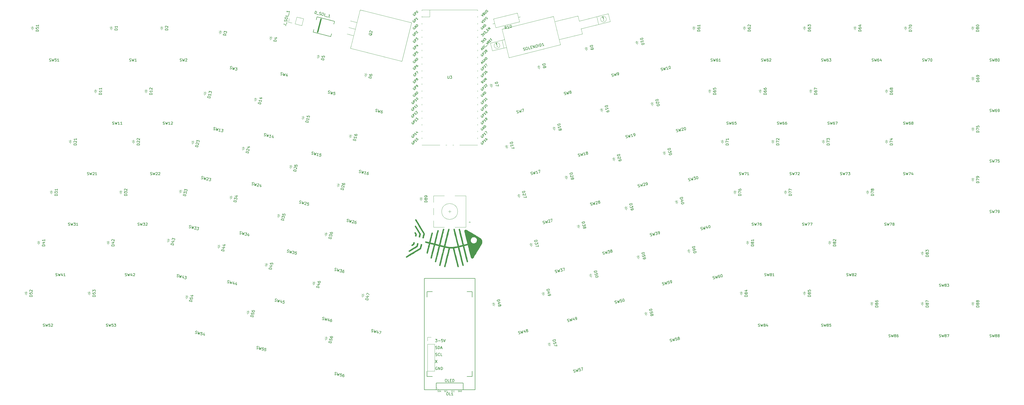
<source format=gbr>
%TF.GenerationSoftware,KiCad,Pcbnew,(7.0.0-0)*%
%TF.CreationDate,2023-04-21T13:34:59-07:00*%
%TF.ProjectId,redherring_v2,72656468-6572-4726-996e-675f76322e6b,rev?*%
%TF.SameCoordinates,Original*%
%TF.FileFunction,Legend,Top*%
%TF.FilePolarity,Positive*%
%FSLAX46Y46*%
G04 Gerber Fmt 4.6, Leading zero omitted, Abs format (unit mm)*
G04 Created by KiCad (PCBNEW (7.0.0-0)) date 2023-04-21 13:34:59*
%MOMM*%
%LPD*%
G01*
G04 APERTURE LIST*
%ADD10C,0.150000*%
%ADD11C,0.100000*%
%ADD12C,0.120000*%
%ADD13C,0.010000*%
%ADD14C,0.127000*%
%ADD15C,0.500000*%
G04 APERTURE END LIST*
D10*
%TO.C,D49*%
X225367951Y-152563440D02*
X226338247Y-152321518D01*
X226338247Y-152321518D02*
X226395847Y-152552541D01*
X226395847Y-152552541D02*
X226384203Y-152702674D01*
X226384203Y-152702674D02*
X226314834Y-152818124D01*
X226314834Y-152818124D02*
X226233945Y-152887368D01*
X226233945Y-152887368D02*
X226060647Y-152979653D01*
X226060647Y-152979653D02*
X225922033Y-153014214D01*
X225922033Y-153014214D02*
X225725695Y-153014089D01*
X225725695Y-153014089D02*
X225621766Y-152990925D01*
X225621766Y-152990925D02*
X225506316Y-152921556D01*
X225506316Y-152921556D02*
X225425551Y-152794463D01*
X225425551Y-152794463D02*
X225367951Y-152563440D01*
X226360418Y-153788295D02*
X225713554Y-153949576D01*
X226672454Y-153465112D02*
X225921785Y-153406890D01*
X225921785Y-153406890D02*
X226071546Y-154007550D01*
X225851795Y-154504031D02*
X225897875Y-154688849D01*
X225897875Y-154688849D02*
X225967120Y-154769738D01*
X225967120Y-154769738D02*
X226024845Y-154804423D01*
X226024845Y-154804423D02*
X226186498Y-154862272D01*
X226186498Y-154862272D02*
X226382837Y-154862396D01*
X226382837Y-154862396D02*
X226752473Y-154770235D01*
X226752473Y-154770235D02*
X226833362Y-154700991D01*
X226833362Y-154700991D02*
X226868047Y-154643266D01*
X226868047Y-154643266D02*
X226891211Y-154539337D01*
X226891211Y-154539337D02*
X226845131Y-154354518D01*
X226845131Y-154354518D02*
X226775886Y-154273629D01*
X226775886Y-154273629D02*
X226718161Y-154238945D01*
X226718161Y-154238945D02*
X226614232Y-154215781D01*
X226614232Y-154215781D02*
X226383209Y-154273381D01*
X226383209Y-154273381D02*
X226302320Y-154342626D01*
X226302320Y-154342626D02*
X226267636Y-154400350D01*
X226267636Y-154400350D02*
X226244471Y-154504280D01*
X226244471Y-154504280D02*
X226290552Y-154689098D01*
X226290552Y-154689098D02*
X226359797Y-154769987D01*
X226359797Y-154769987D02*
X226417521Y-154804671D01*
X226417521Y-154804671D02*
X226521450Y-154827836D01*
%TO.C,D68*%
X355859880Y-78944285D02*
X354859880Y-78944285D01*
X354859880Y-78944285D02*
X354859880Y-78706190D01*
X354859880Y-78706190D02*
X354907500Y-78563333D01*
X354907500Y-78563333D02*
X355002738Y-78468095D01*
X355002738Y-78468095D02*
X355097976Y-78420476D01*
X355097976Y-78420476D02*
X355288452Y-78372857D01*
X355288452Y-78372857D02*
X355431309Y-78372857D01*
X355431309Y-78372857D02*
X355621785Y-78420476D01*
X355621785Y-78420476D02*
X355717023Y-78468095D01*
X355717023Y-78468095D02*
X355812261Y-78563333D01*
X355812261Y-78563333D02*
X355859880Y-78706190D01*
X355859880Y-78706190D02*
X355859880Y-78944285D01*
X354859880Y-77515714D02*
X354859880Y-77706190D01*
X354859880Y-77706190D02*
X354907500Y-77801428D01*
X354907500Y-77801428D02*
X354955119Y-77849047D01*
X354955119Y-77849047D02*
X355097976Y-77944285D01*
X355097976Y-77944285D02*
X355288452Y-77991904D01*
X355288452Y-77991904D02*
X355669404Y-77991904D01*
X355669404Y-77991904D02*
X355764642Y-77944285D01*
X355764642Y-77944285D02*
X355812261Y-77896666D01*
X355812261Y-77896666D02*
X355859880Y-77801428D01*
X355859880Y-77801428D02*
X355859880Y-77610952D01*
X355859880Y-77610952D02*
X355812261Y-77515714D01*
X355812261Y-77515714D02*
X355764642Y-77468095D01*
X355764642Y-77468095D02*
X355669404Y-77420476D01*
X355669404Y-77420476D02*
X355431309Y-77420476D01*
X355431309Y-77420476D02*
X355336071Y-77468095D01*
X355336071Y-77468095D02*
X355288452Y-77515714D01*
X355288452Y-77515714D02*
X355240833Y-77610952D01*
X355240833Y-77610952D02*
X355240833Y-77801428D01*
X355240833Y-77801428D02*
X355288452Y-77896666D01*
X355288452Y-77896666D02*
X355336071Y-77944285D01*
X355336071Y-77944285D02*
X355431309Y-77991904D01*
X355288452Y-76849047D02*
X355240833Y-76944285D01*
X355240833Y-76944285D02*
X355193214Y-76991904D01*
X355193214Y-76991904D02*
X355097976Y-77039523D01*
X355097976Y-77039523D02*
X355050357Y-77039523D01*
X355050357Y-77039523D02*
X354955119Y-76991904D01*
X354955119Y-76991904D02*
X354907500Y-76944285D01*
X354907500Y-76944285D02*
X354859880Y-76849047D01*
X354859880Y-76849047D02*
X354859880Y-76658571D01*
X354859880Y-76658571D02*
X354907500Y-76563333D01*
X354907500Y-76563333D02*
X354955119Y-76515714D01*
X354955119Y-76515714D02*
X355050357Y-76468095D01*
X355050357Y-76468095D02*
X355097976Y-76468095D01*
X355097976Y-76468095D02*
X355193214Y-76515714D01*
X355193214Y-76515714D02*
X355240833Y-76563333D01*
X355240833Y-76563333D02*
X355288452Y-76658571D01*
X355288452Y-76658571D02*
X355288452Y-76849047D01*
X355288452Y-76849047D02*
X355336071Y-76944285D01*
X355336071Y-76944285D02*
X355383690Y-76991904D01*
X355383690Y-76991904D02*
X355478928Y-77039523D01*
X355478928Y-77039523D02*
X355669404Y-77039523D01*
X355669404Y-77039523D02*
X355764642Y-76991904D01*
X355764642Y-76991904D02*
X355812261Y-76944285D01*
X355812261Y-76944285D02*
X355859880Y-76849047D01*
X355859880Y-76849047D02*
X355859880Y-76658571D01*
X355859880Y-76658571D02*
X355812261Y-76563333D01*
X355812261Y-76563333D02*
X355764642Y-76515714D01*
X355764642Y-76515714D02*
X355669404Y-76468095D01*
X355669404Y-76468095D02*
X355478928Y-76468095D01*
X355478928Y-76468095D02*
X355383690Y-76515714D01*
X355383690Y-76515714D02*
X355336071Y-76563333D01*
X355336071Y-76563333D02*
X355288452Y-76658571D01*
%TO.C,D9*%
X241712665Y-60629661D02*
X242682961Y-60387739D01*
X242682961Y-60387739D02*
X242740561Y-60618762D01*
X242740561Y-60618762D02*
X242728917Y-60768895D01*
X242728917Y-60768895D02*
X242659548Y-60884345D01*
X242659548Y-60884345D02*
X242578659Y-60953590D01*
X242578659Y-60953590D02*
X242405361Y-61045874D01*
X242405361Y-61045874D02*
X242266747Y-61080435D01*
X242266747Y-61080435D02*
X242070409Y-61080310D01*
X242070409Y-61080310D02*
X241966480Y-61057146D01*
X241966480Y-61057146D02*
X241851030Y-60987777D01*
X241851030Y-60987777D02*
X241770265Y-60860684D01*
X241770265Y-60860684D02*
X241712665Y-60629661D01*
X241966107Y-61646161D02*
X242012187Y-61830979D01*
X242012187Y-61830979D02*
X242081432Y-61911868D01*
X242081432Y-61911868D02*
X242139157Y-61946553D01*
X242139157Y-61946553D02*
X242300811Y-62004402D01*
X242300811Y-62004402D02*
X242497149Y-62004526D01*
X242497149Y-62004526D02*
X242866785Y-61912365D01*
X242866785Y-61912365D02*
X242947674Y-61843120D01*
X242947674Y-61843120D02*
X242982359Y-61785396D01*
X242982359Y-61785396D02*
X243005523Y-61681467D01*
X243005523Y-61681467D02*
X242959443Y-61496648D01*
X242959443Y-61496648D02*
X242890198Y-61415759D01*
X242890198Y-61415759D02*
X242832474Y-61381075D01*
X242832474Y-61381075D02*
X242728544Y-61357910D01*
X242728544Y-61357910D02*
X242497522Y-61415511D01*
X242497522Y-61415511D02*
X242416633Y-61484756D01*
X242416633Y-61484756D02*
X242381948Y-61542480D01*
X242381948Y-61542480D02*
X242358784Y-61646409D01*
X242358784Y-61646409D02*
X242404864Y-61831228D01*
X242404864Y-61831228D02*
X242474109Y-61912117D01*
X242474109Y-61912117D02*
X242531833Y-61946801D01*
X242531833Y-61946801D02*
X242635763Y-61969966D01*
%TO.C,U3*%
X188027265Y-71919880D02*
X188027265Y-72729404D01*
X188027265Y-72729404D02*
X188074884Y-72824642D01*
X188074884Y-72824642D02*
X188122503Y-72872261D01*
X188122503Y-72872261D02*
X188217741Y-72919880D01*
X188217741Y-72919880D02*
X188408217Y-72919880D01*
X188408217Y-72919880D02*
X188503455Y-72872261D01*
X188503455Y-72872261D02*
X188551074Y-72824642D01*
X188551074Y-72824642D02*
X188598693Y-72729404D01*
X188598693Y-72729404D02*
X188598693Y-71919880D01*
X188979646Y-71919880D02*
X189598693Y-71919880D01*
X189598693Y-71919880D02*
X189265360Y-72300833D01*
X189265360Y-72300833D02*
X189408217Y-72300833D01*
X189408217Y-72300833D02*
X189503455Y-72348452D01*
X189503455Y-72348452D02*
X189551074Y-72396071D01*
X189551074Y-72396071D02*
X189598693Y-72491309D01*
X189598693Y-72491309D02*
X189598693Y-72729404D01*
X189598693Y-72729404D02*
X189551074Y-72824642D01*
X189551074Y-72824642D02*
X189503455Y-72872261D01*
X189503455Y-72872261D02*
X189408217Y-72919880D01*
X189408217Y-72919880D02*
X189122503Y-72919880D01*
X189122503Y-72919880D02*
X189027265Y-72872261D01*
X189027265Y-72872261D02*
X188979646Y-72824642D01*
X200838808Y-89405009D02*
X200757996Y-89431946D01*
X200757996Y-89431946D02*
X200677184Y-89512758D01*
X200677184Y-89512758D02*
X200623309Y-89620508D01*
X200623309Y-89620508D02*
X200623309Y-89728258D01*
X200623309Y-89728258D02*
X200650247Y-89809070D01*
X200650247Y-89809070D02*
X200731059Y-89943757D01*
X200731059Y-89943757D02*
X200811871Y-90024569D01*
X200811871Y-90024569D02*
X200946558Y-90105381D01*
X200946558Y-90105381D02*
X201027370Y-90132319D01*
X201027370Y-90132319D02*
X201135120Y-90132319D01*
X201135120Y-90132319D02*
X201242869Y-90078444D01*
X201242869Y-90078444D02*
X201296744Y-90024569D01*
X201296744Y-90024569D02*
X201350619Y-89916819D01*
X201350619Y-89916819D02*
X201350619Y-89862945D01*
X201350619Y-89862945D02*
X201162057Y-89674383D01*
X201162057Y-89674383D02*
X201054308Y-89782132D01*
X201646930Y-89674383D02*
X201081245Y-89108697D01*
X201081245Y-89108697D02*
X201296744Y-88893198D01*
X201296744Y-88893198D02*
X201377556Y-88866261D01*
X201377556Y-88866261D02*
X201431431Y-88866261D01*
X201431431Y-88866261D02*
X201512243Y-88893198D01*
X201512243Y-88893198D02*
X201593056Y-88974010D01*
X201593056Y-88974010D02*
X201619993Y-89054823D01*
X201619993Y-89054823D02*
X201619993Y-89108697D01*
X201619993Y-89108697D02*
X201593056Y-89189510D01*
X201593056Y-89189510D02*
X201377556Y-89405009D01*
X202508927Y-88812386D02*
X202185678Y-89135635D01*
X202347303Y-88974010D02*
X201781617Y-88408325D01*
X201781617Y-88408325D02*
X201808555Y-88543012D01*
X201808555Y-88543012D02*
X201808555Y-88650761D01*
X201808555Y-88650761D02*
X201781617Y-88731574D01*
X202508927Y-88165888D02*
X202428115Y-88192826D01*
X202428115Y-88192826D02*
X202374240Y-88192826D01*
X202374240Y-88192826D02*
X202293428Y-88165888D01*
X202293428Y-88165888D02*
X202266491Y-88138951D01*
X202266491Y-88138951D02*
X202239553Y-88058138D01*
X202239553Y-88058138D02*
X202239553Y-88004264D01*
X202239553Y-88004264D02*
X202266491Y-87923451D01*
X202266491Y-87923451D02*
X202374240Y-87815702D01*
X202374240Y-87815702D02*
X202455053Y-87788764D01*
X202455053Y-87788764D02*
X202508927Y-87788764D01*
X202508927Y-87788764D02*
X202589740Y-87815702D01*
X202589740Y-87815702D02*
X202616677Y-87842639D01*
X202616677Y-87842639D02*
X202643614Y-87923451D01*
X202643614Y-87923451D02*
X202643614Y-87977326D01*
X202643614Y-87977326D02*
X202616677Y-88058138D01*
X202616677Y-88058138D02*
X202508927Y-88165888D01*
X202508927Y-88165888D02*
X202481990Y-88246700D01*
X202481990Y-88246700D02*
X202481990Y-88300575D01*
X202481990Y-88300575D02*
X202508927Y-88381387D01*
X202508927Y-88381387D02*
X202616677Y-88489137D01*
X202616677Y-88489137D02*
X202697489Y-88516074D01*
X202697489Y-88516074D02*
X202751364Y-88516074D01*
X202751364Y-88516074D02*
X202832176Y-88489137D01*
X202832176Y-88489137D02*
X202939926Y-88381387D01*
X202939926Y-88381387D02*
X202966863Y-88300575D01*
X202966863Y-88300575D02*
X202966863Y-88246700D01*
X202966863Y-88246700D02*
X202939926Y-88165888D01*
X202939926Y-88165888D02*
X202832176Y-88058138D01*
X202832176Y-88058138D02*
X202751364Y-88031201D01*
X202751364Y-88031201D02*
X202697489Y-88031201D01*
X202697489Y-88031201D02*
X202616677Y-88058138D01*
X200838808Y-94485009D02*
X200757996Y-94511946D01*
X200757996Y-94511946D02*
X200677184Y-94592758D01*
X200677184Y-94592758D02*
X200623309Y-94700508D01*
X200623309Y-94700508D02*
X200623309Y-94808258D01*
X200623309Y-94808258D02*
X200650247Y-94889070D01*
X200650247Y-94889070D02*
X200731059Y-95023757D01*
X200731059Y-95023757D02*
X200811871Y-95104569D01*
X200811871Y-95104569D02*
X200946558Y-95185381D01*
X200946558Y-95185381D02*
X201027370Y-95212319D01*
X201027370Y-95212319D02*
X201135120Y-95212319D01*
X201135120Y-95212319D02*
X201242869Y-95158444D01*
X201242869Y-95158444D02*
X201296744Y-95104569D01*
X201296744Y-95104569D02*
X201350619Y-94996819D01*
X201350619Y-94996819D02*
X201350619Y-94942945D01*
X201350619Y-94942945D02*
X201162057Y-94754383D01*
X201162057Y-94754383D02*
X201054308Y-94862132D01*
X201646930Y-94754383D02*
X201081245Y-94188697D01*
X201081245Y-94188697D02*
X201296744Y-93973198D01*
X201296744Y-93973198D02*
X201377556Y-93946261D01*
X201377556Y-93946261D02*
X201431431Y-93946261D01*
X201431431Y-93946261D02*
X201512243Y-93973198D01*
X201512243Y-93973198D02*
X201593056Y-94054010D01*
X201593056Y-94054010D02*
X201619993Y-94134823D01*
X201619993Y-94134823D02*
X201619993Y-94188697D01*
X201619993Y-94188697D02*
X201593056Y-94269510D01*
X201593056Y-94269510D02*
X201377556Y-94485009D01*
X202508927Y-93892386D02*
X202185678Y-94215635D01*
X202347303Y-94054010D02*
X201781617Y-93488325D01*
X201781617Y-93488325D02*
X201808555Y-93623012D01*
X201808555Y-93623012D02*
X201808555Y-93730761D01*
X201808555Y-93730761D02*
X201781617Y-93811574D01*
X202131804Y-93138138D02*
X202508927Y-92761015D01*
X202508927Y-92761015D02*
X202832176Y-93569137D01*
X175254183Y-73895634D02*
X175173371Y-73922572D01*
X175173371Y-73922572D02*
X175092558Y-74003384D01*
X175092558Y-74003384D02*
X175038684Y-74111133D01*
X175038684Y-74111133D02*
X175038684Y-74218883D01*
X175038684Y-74218883D02*
X175065621Y-74299695D01*
X175065621Y-74299695D02*
X175146433Y-74434382D01*
X175146433Y-74434382D02*
X175227245Y-74515195D01*
X175227245Y-74515195D02*
X175361932Y-74596007D01*
X175361932Y-74596007D02*
X175442745Y-74622944D01*
X175442745Y-74622944D02*
X175550494Y-74622944D01*
X175550494Y-74622944D02*
X175658244Y-74569069D01*
X175658244Y-74569069D02*
X175712119Y-74515195D01*
X175712119Y-74515195D02*
X175765993Y-74407445D01*
X175765993Y-74407445D02*
X175765993Y-74353570D01*
X175765993Y-74353570D02*
X175577432Y-74165008D01*
X175577432Y-74165008D02*
X175469682Y-74272758D01*
X176062305Y-74165008D02*
X175496619Y-73599323D01*
X175496619Y-73599323D02*
X175712119Y-73383824D01*
X175712119Y-73383824D02*
X175792931Y-73356886D01*
X175792931Y-73356886D02*
X175846806Y-73356886D01*
X175846806Y-73356886D02*
X175927618Y-73383824D01*
X175927618Y-73383824D02*
X176008430Y-73464636D01*
X176008430Y-73464636D02*
X176035367Y-73545448D01*
X176035367Y-73545448D02*
X176035367Y-73599323D01*
X176035367Y-73599323D02*
X176008430Y-73680135D01*
X176008430Y-73680135D02*
X175792931Y-73895634D01*
X176385554Y-73195262D02*
X176304741Y-73222199D01*
X176304741Y-73222199D02*
X176250867Y-73222199D01*
X176250867Y-73222199D02*
X176170054Y-73195262D01*
X176170054Y-73195262D02*
X176143117Y-73168324D01*
X176143117Y-73168324D02*
X176116180Y-73087512D01*
X176116180Y-73087512D02*
X176116180Y-73033637D01*
X176116180Y-73033637D02*
X176143117Y-72952825D01*
X176143117Y-72952825D02*
X176250867Y-72845076D01*
X176250867Y-72845076D02*
X176331679Y-72818138D01*
X176331679Y-72818138D02*
X176385554Y-72818138D01*
X176385554Y-72818138D02*
X176466366Y-72845076D01*
X176466366Y-72845076D02*
X176493303Y-72872013D01*
X176493303Y-72872013D02*
X176520241Y-72952825D01*
X176520241Y-72952825D02*
X176520241Y-73006700D01*
X176520241Y-73006700D02*
X176493303Y-73087512D01*
X176493303Y-73087512D02*
X176385554Y-73195262D01*
X176385554Y-73195262D02*
X176358616Y-73276074D01*
X176358616Y-73276074D02*
X176358616Y-73329949D01*
X176358616Y-73329949D02*
X176385554Y-73410761D01*
X176385554Y-73410761D02*
X176493303Y-73518511D01*
X176493303Y-73518511D02*
X176574115Y-73545448D01*
X176574115Y-73545448D02*
X176627990Y-73545448D01*
X176627990Y-73545448D02*
X176708802Y-73518511D01*
X176708802Y-73518511D02*
X176816552Y-73410761D01*
X176816552Y-73410761D02*
X176843489Y-73329949D01*
X176843489Y-73329949D02*
X176843489Y-73276074D01*
X176843489Y-73276074D02*
X176816552Y-73195262D01*
X176816552Y-73195262D02*
X176708802Y-73087512D01*
X176708802Y-73087512D02*
X176627990Y-73060575D01*
X176627990Y-73060575D02*
X176574115Y-73060575D01*
X176574115Y-73060575D02*
X176493303Y-73087512D01*
X200838808Y-81795009D02*
X200757996Y-81821946D01*
X200757996Y-81821946D02*
X200677184Y-81902758D01*
X200677184Y-81902758D02*
X200623309Y-82010508D01*
X200623309Y-82010508D02*
X200623309Y-82118258D01*
X200623309Y-82118258D02*
X200650247Y-82199070D01*
X200650247Y-82199070D02*
X200731059Y-82333757D01*
X200731059Y-82333757D02*
X200811871Y-82414569D01*
X200811871Y-82414569D02*
X200946558Y-82495381D01*
X200946558Y-82495381D02*
X201027370Y-82522319D01*
X201027370Y-82522319D02*
X201135120Y-82522319D01*
X201135120Y-82522319D02*
X201242869Y-82468444D01*
X201242869Y-82468444D02*
X201296744Y-82414569D01*
X201296744Y-82414569D02*
X201350619Y-82306819D01*
X201350619Y-82306819D02*
X201350619Y-82252945D01*
X201350619Y-82252945D02*
X201162057Y-82064383D01*
X201162057Y-82064383D02*
X201054308Y-82172132D01*
X201646930Y-82064383D02*
X201081245Y-81498697D01*
X201081245Y-81498697D02*
X201296744Y-81283198D01*
X201296744Y-81283198D02*
X201377556Y-81256261D01*
X201377556Y-81256261D02*
X201431431Y-81256261D01*
X201431431Y-81256261D02*
X201512243Y-81283198D01*
X201512243Y-81283198D02*
X201593056Y-81364010D01*
X201593056Y-81364010D02*
X201619993Y-81444823D01*
X201619993Y-81444823D02*
X201619993Y-81498697D01*
X201619993Y-81498697D02*
X201593056Y-81579510D01*
X201593056Y-81579510D02*
X201377556Y-81795009D01*
X201673868Y-81013824D02*
X201673868Y-80959949D01*
X201673868Y-80959949D02*
X201700805Y-80879137D01*
X201700805Y-80879137D02*
X201835492Y-80744450D01*
X201835492Y-80744450D02*
X201916304Y-80717513D01*
X201916304Y-80717513D02*
X201970179Y-80717513D01*
X201970179Y-80717513D02*
X202050991Y-80744450D01*
X202050991Y-80744450D02*
X202104866Y-80798325D01*
X202104866Y-80798325D02*
X202158741Y-80906074D01*
X202158741Y-80906074D02*
X202158741Y-81552572D01*
X202158741Y-81552572D02*
X202508927Y-81202386D01*
X203047675Y-80663638D02*
X202724427Y-80986887D01*
X202886051Y-80825262D02*
X202320366Y-80259577D01*
X202320366Y-80259577D02*
X202347303Y-80394264D01*
X202347303Y-80394264D02*
X202347303Y-80502013D01*
X202347303Y-80502013D02*
X202320366Y-80582826D01*
X200838808Y-97025009D02*
X200757996Y-97051946D01*
X200757996Y-97051946D02*
X200677184Y-97132758D01*
X200677184Y-97132758D02*
X200623309Y-97240508D01*
X200623309Y-97240508D02*
X200623309Y-97348258D01*
X200623309Y-97348258D02*
X200650247Y-97429070D01*
X200650247Y-97429070D02*
X200731059Y-97563757D01*
X200731059Y-97563757D02*
X200811871Y-97644569D01*
X200811871Y-97644569D02*
X200946558Y-97725381D01*
X200946558Y-97725381D02*
X201027370Y-97752319D01*
X201027370Y-97752319D02*
X201135120Y-97752319D01*
X201135120Y-97752319D02*
X201242869Y-97698444D01*
X201242869Y-97698444D02*
X201296744Y-97644569D01*
X201296744Y-97644569D02*
X201350619Y-97536819D01*
X201350619Y-97536819D02*
X201350619Y-97482945D01*
X201350619Y-97482945D02*
X201162057Y-97294383D01*
X201162057Y-97294383D02*
X201054308Y-97402132D01*
X201646930Y-97294383D02*
X201081245Y-96728697D01*
X201081245Y-96728697D02*
X201296744Y-96513198D01*
X201296744Y-96513198D02*
X201377556Y-96486261D01*
X201377556Y-96486261D02*
X201431431Y-96486261D01*
X201431431Y-96486261D02*
X201512243Y-96513198D01*
X201512243Y-96513198D02*
X201593056Y-96594010D01*
X201593056Y-96594010D02*
X201619993Y-96674823D01*
X201619993Y-96674823D02*
X201619993Y-96728697D01*
X201619993Y-96728697D02*
X201593056Y-96809510D01*
X201593056Y-96809510D02*
X201377556Y-97025009D01*
X202508927Y-96432386D02*
X202185678Y-96755635D01*
X202347303Y-96594010D02*
X201781617Y-96028325D01*
X201781617Y-96028325D02*
X201808555Y-96163012D01*
X201808555Y-96163012D02*
X201808555Y-96270761D01*
X201808555Y-96270761D02*
X201781617Y-96351574D01*
X202428115Y-95381827D02*
X202320366Y-95489577D01*
X202320366Y-95489577D02*
X202293428Y-95570389D01*
X202293428Y-95570389D02*
X202293428Y-95624264D01*
X202293428Y-95624264D02*
X202320366Y-95758951D01*
X202320366Y-95758951D02*
X202401178Y-95893638D01*
X202401178Y-95893638D02*
X202616677Y-96109137D01*
X202616677Y-96109137D02*
X202697489Y-96136074D01*
X202697489Y-96136074D02*
X202751364Y-96136074D01*
X202751364Y-96136074D02*
X202832176Y-96109137D01*
X202832176Y-96109137D02*
X202939926Y-96001387D01*
X202939926Y-96001387D02*
X202966863Y-95920575D01*
X202966863Y-95920575D02*
X202966863Y-95866700D01*
X202966863Y-95866700D02*
X202939926Y-95785888D01*
X202939926Y-95785888D02*
X202805239Y-95651201D01*
X202805239Y-95651201D02*
X202724427Y-95624264D01*
X202724427Y-95624264D02*
X202670552Y-95624264D01*
X202670552Y-95624264D02*
X202589740Y-95651201D01*
X202589740Y-95651201D02*
X202481990Y-95758951D01*
X202481990Y-95758951D02*
X202455053Y-95839763D01*
X202455053Y-95839763D02*
X202455053Y-95893638D01*
X202455053Y-95893638D02*
X202481990Y-95974450D01*
X175354183Y-71325634D02*
X175273371Y-71352572D01*
X175273371Y-71352572D02*
X175192558Y-71433384D01*
X175192558Y-71433384D02*
X175138684Y-71541133D01*
X175138684Y-71541133D02*
X175138684Y-71648883D01*
X175138684Y-71648883D02*
X175165621Y-71729695D01*
X175165621Y-71729695D02*
X175246433Y-71864382D01*
X175246433Y-71864382D02*
X175327245Y-71945195D01*
X175327245Y-71945195D02*
X175461932Y-72026007D01*
X175461932Y-72026007D02*
X175542745Y-72052944D01*
X175542745Y-72052944D02*
X175650494Y-72052944D01*
X175650494Y-72052944D02*
X175758244Y-71999069D01*
X175758244Y-71999069D02*
X175812119Y-71945195D01*
X175812119Y-71945195D02*
X175865993Y-71837445D01*
X175865993Y-71837445D02*
X175865993Y-71783570D01*
X175865993Y-71783570D02*
X175677432Y-71595008D01*
X175677432Y-71595008D02*
X175569682Y-71702758D01*
X176162305Y-71595008D02*
X175596619Y-71029323D01*
X175596619Y-71029323D02*
X175812119Y-70813824D01*
X175812119Y-70813824D02*
X175892931Y-70786886D01*
X175892931Y-70786886D02*
X175946806Y-70786886D01*
X175946806Y-70786886D02*
X176027618Y-70813824D01*
X176027618Y-70813824D02*
X176108430Y-70894636D01*
X176108430Y-70894636D02*
X176135367Y-70975448D01*
X176135367Y-70975448D02*
X176135367Y-71029323D01*
X176135367Y-71029323D02*
X176108430Y-71110135D01*
X176108430Y-71110135D02*
X175892931Y-71325634D01*
X176108430Y-70517512D02*
X176485554Y-70140389D01*
X176485554Y-70140389D02*
X176808802Y-70948511D01*
X174684808Y-94485009D02*
X174603996Y-94511946D01*
X174603996Y-94511946D02*
X174523184Y-94592758D01*
X174523184Y-94592758D02*
X174469309Y-94700508D01*
X174469309Y-94700508D02*
X174469309Y-94808258D01*
X174469309Y-94808258D02*
X174496247Y-94889070D01*
X174496247Y-94889070D02*
X174577059Y-95023757D01*
X174577059Y-95023757D02*
X174657871Y-95104569D01*
X174657871Y-95104569D02*
X174792558Y-95185381D01*
X174792558Y-95185381D02*
X174873370Y-95212319D01*
X174873370Y-95212319D02*
X174981120Y-95212319D01*
X174981120Y-95212319D02*
X175088869Y-95158444D01*
X175088869Y-95158444D02*
X175142744Y-95104569D01*
X175142744Y-95104569D02*
X175196619Y-94996819D01*
X175196619Y-94996819D02*
X175196619Y-94942945D01*
X175196619Y-94942945D02*
X175008057Y-94754383D01*
X175008057Y-94754383D02*
X174900308Y-94862132D01*
X175492930Y-94754383D02*
X174927245Y-94188697D01*
X174927245Y-94188697D02*
X175142744Y-93973198D01*
X175142744Y-93973198D02*
X175223556Y-93946261D01*
X175223556Y-93946261D02*
X175277431Y-93946261D01*
X175277431Y-93946261D02*
X175358243Y-93973198D01*
X175358243Y-93973198D02*
X175439056Y-94054010D01*
X175439056Y-94054010D02*
X175465993Y-94134823D01*
X175465993Y-94134823D02*
X175465993Y-94188697D01*
X175465993Y-94188697D02*
X175439056Y-94269510D01*
X175439056Y-94269510D02*
X175223556Y-94485009D01*
X176354927Y-93892386D02*
X176031678Y-94215635D01*
X176193303Y-94054010D02*
X175627617Y-93488325D01*
X175627617Y-93488325D02*
X175654555Y-93623012D01*
X175654555Y-93623012D02*
X175654555Y-93730761D01*
X175654555Y-93730761D02*
X175627617Y-93811574D01*
X176462677Y-93030389D02*
X176839801Y-93407513D01*
X176112491Y-92949577D02*
X176381865Y-93488325D01*
X176381865Y-93488325D02*
X176732051Y-93138138D01*
X175227246Y-79002572D02*
X175146433Y-79029509D01*
X175146433Y-79029509D02*
X175065621Y-79110321D01*
X175065621Y-79110321D02*
X175011746Y-79218071D01*
X175011746Y-79218071D02*
X175011746Y-79325820D01*
X175011746Y-79325820D02*
X175038684Y-79406633D01*
X175038684Y-79406633D02*
X175119496Y-79541320D01*
X175119496Y-79541320D02*
X175200308Y-79622132D01*
X175200308Y-79622132D02*
X175334995Y-79702944D01*
X175334995Y-79702944D02*
X175415807Y-79729881D01*
X175415807Y-79729881D02*
X175523557Y-79729881D01*
X175523557Y-79729881D02*
X175631307Y-79676007D01*
X175631307Y-79676007D02*
X175685181Y-79622132D01*
X175685181Y-79622132D02*
X175739056Y-79514382D01*
X175739056Y-79514382D02*
X175739056Y-79460507D01*
X175739056Y-79460507D02*
X175550494Y-79271946D01*
X175550494Y-79271946D02*
X175442745Y-79379695D01*
X176035368Y-79271946D02*
X175469682Y-78706260D01*
X175469682Y-78706260D02*
X176358616Y-78948697D01*
X176358616Y-78948697D02*
X175792931Y-78383011D01*
X176627990Y-78679323D02*
X176062305Y-78113637D01*
X176062305Y-78113637D02*
X176196992Y-77978950D01*
X176196992Y-77978950D02*
X176304741Y-77925076D01*
X176304741Y-77925076D02*
X176412491Y-77925076D01*
X176412491Y-77925076D02*
X176493303Y-77952013D01*
X176493303Y-77952013D02*
X176627990Y-78032825D01*
X176627990Y-78032825D02*
X176708802Y-78113637D01*
X176708802Y-78113637D02*
X176789615Y-78248324D01*
X176789615Y-78248324D02*
X176816552Y-78329137D01*
X176816552Y-78329137D02*
X176816552Y-78436886D01*
X176816552Y-78436886D02*
X176762677Y-78544636D01*
X176762677Y-78544636D02*
X176627990Y-78679323D01*
X175227246Y-66302572D02*
X175146433Y-66329509D01*
X175146433Y-66329509D02*
X175065621Y-66410321D01*
X175065621Y-66410321D02*
X175011746Y-66518071D01*
X175011746Y-66518071D02*
X175011746Y-66625820D01*
X175011746Y-66625820D02*
X175038684Y-66706633D01*
X175038684Y-66706633D02*
X175119496Y-66841320D01*
X175119496Y-66841320D02*
X175200308Y-66922132D01*
X175200308Y-66922132D02*
X175334995Y-67002944D01*
X175334995Y-67002944D02*
X175415807Y-67029881D01*
X175415807Y-67029881D02*
X175523557Y-67029881D01*
X175523557Y-67029881D02*
X175631307Y-66976007D01*
X175631307Y-66976007D02*
X175685181Y-66922132D01*
X175685181Y-66922132D02*
X175739056Y-66814382D01*
X175739056Y-66814382D02*
X175739056Y-66760507D01*
X175739056Y-66760507D02*
X175550494Y-66571946D01*
X175550494Y-66571946D02*
X175442745Y-66679695D01*
X176035368Y-66571946D02*
X175469682Y-66006260D01*
X175469682Y-66006260D02*
X176358616Y-66248697D01*
X176358616Y-66248697D02*
X175792931Y-65683011D01*
X176627990Y-65979323D02*
X176062305Y-65413637D01*
X176062305Y-65413637D02*
X176196992Y-65278950D01*
X176196992Y-65278950D02*
X176304741Y-65225076D01*
X176304741Y-65225076D02*
X176412491Y-65225076D01*
X176412491Y-65225076D02*
X176493303Y-65252013D01*
X176493303Y-65252013D02*
X176627990Y-65332825D01*
X176627990Y-65332825D02*
X176708802Y-65413637D01*
X176708802Y-65413637D02*
X176789615Y-65548324D01*
X176789615Y-65548324D02*
X176816552Y-65629137D01*
X176816552Y-65629137D02*
X176816552Y-65736886D01*
X176816552Y-65736886D02*
X176762677Y-65844636D01*
X176762677Y-65844636D02*
X176627990Y-65979323D01*
X175254183Y-63735634D02*
X175173371Y-63762572D01*
X175173371Y-63762572D02*
X175092558Y-63843384D01*
X175092558Y-63843384D02*
X175038684Y-63951133D01*
X175038684Y-63951133D02*
X175038684Y-64058883D01*
X175038684Y-64058883D02*
X175065621Y-64139695D01*
X175065621Y-64139695D02*
X175146433Y-64274382D01*
X175146433Y-64274382D02*
X175227245Y-64355195D01*
X175227245Y-64355195D02*
X175361932Y-64436007D01*
X175361932Y-64436007D02*
X175442745Y-64462944D01*
X175442745Y-64462944D02*
X175550494Y-64462944D01*
X175550494Y-64462944D02*
X175658244Y-64409069D01*
X175658244Y-64409069D02*
X175712119Y-64355195D01*
X175712119Y-64355195D02*
X175765993Y-64247445D01*
X175765993Y-64247445D02*
X175765993Y-64193570D01*
X175765993Y-64193570D02*
X175577432Y-64005008D01*
X175577432Y-64005008D02*
X175469682Y-64112758D01*
X176062305Y-64005008D02*
X175496619Y-63439323D01*
X175496619Y-63439323D02*
X175712119Y-63223824D01*
X175712119Y-63223824D02*
X175792931Y-63196886D01*
X175792931Y-63196886D02*
X175846806Y-63196886D01*
X175846806Y-63196886D02*
X175927618Y-63223824D01*
X175927618Y-63223824D02*
X176008430Y-63304636D01*
X176008430Y-63304636D02*
X176035367Y-63385448D01*
X176035367Y-63385448D02*
X176035367Y-63439323D01*
X176035367Y-63439323D02*
X176008430Y-63520135D01*
X176008430Y-63520135D02*
X175792931Y-63735634D01*
X176331679Y-62604263D02*
X176062305Y-62873637D01*
X176062305Y-62873637D02*
X176304741Y-63169949D01*
X176304741Y-63169949D02*
X176304741Y-63116074D01*
X176304741Y-63116074D02*
X176331679Y-63035262D01*
X176331679Y-63035262D02*
X176466366Y-62900575D01*
X176466366Y-62900575D02*
X176547178Y-62873637D01*
X176547178Y-62873637D02*
X176601053Y-62873637D01*
X176601053Y-62873637D02*
X176681865Y-62900575D01*
X176681865Y-62900575D02*
X176816552Y-63035262D01*
X176816552Y-63035262D02*
X176843489Y-63116074D01*
X176843489Y-63116074D02*
X176843489Y-63169949D01*
X176843489Y-63169949D02*
X176816552Y-63250761D01*
X176816552Y-63250761D02*
X176681865Y-63385448D01*
X176681865Y-63385448D02*
X176601053Y-63412385D01*
X176601053Y-63412385D02*
X176547178Y-63412385D01*
X175254183Y-61195634D02*
X175173371Y-61222572D01*
X175173371Y-61222572D02*
X175092558Y-61303384D01*
X175092558Y-61303384D02*
X175038684Y-61411133D01*
X175038684Y-61411133D02*
X175038684Y-61518883D01*
X175038684Y-61518883D02*
X175065621Y-61599695D01*
X175065621Y-61599695D02*
X175146433Y-61734382D01*
X175146433Y-61734382D02*
X175227245Y-61815195D01*
X175227245Y-61815195D02*
X175361932Y-61896007D01*
X175361932Y-61896007D02*
X175442745Y-61922944D01*
X175442745Y-61922944D02*
X175550494Y-61922944D01*
X175550494Y-61922944D02*
X175658244Y-61869069D01*
X175658244Y-61869069D02*
X175712119Y-61815195D01*
X175712119Y-61815195D02*
X175765993Y-61707445D01*
X175765993Y-61707445D02*
X175765993Y-61653570D01*
X175765993Y-61653570D02*
X175577432Y-61465008D01*
X175577432Y-61465008D02*
X175469682Y-61572758D01*
X176062305Y-61465008D02*
X175496619Y-60899323D01*
X175496619Y-60899323D02*
X175712119Y-60683824D01*
X175712119Y-60683824D02*
X175792931Y-60656886D01*
X175792931Y-60656886D02*
X175846806Y-60656886D01*
X175846806Y-60656886D02*
X175927618Y-60683824D01*
X175927618Y-60683824D02*
X176008430Y-60764636D01*
X176008430Y-60764636D02*
X176035367Y-60845448D01*
X176035367Y-60845448D02*
X176035367Y-60899323D01*
X176035367Y-60899323D02*
X176008430Y-60980135D01*
X176008430Y-60980135D02*
X175792931Y-61195634D01*
X176493303Y-60279763D02*
X176870427Y-60656886D01*
X176143117Y-60198950D02*
X176412491Y-60737698D01*
X176412491Y-60737698D02*
X176762677Y-60387512D01*
X200838808Y-84325009D02*
X200757996Y-84351946D01*
X200757996Y-84351946D02*
X200677184Y-84432758D01*
X200677184Y-84432758D02*
X200623309Y-84540508D01*
X200623309Y-84540508D02*
X200623309Y-84648258D01*
X200623309Y-84648258D02*
X200650247Y-84729070D01*
X200650247Y-84729070D02*
X200731059Y-84863757D01*
X200731059Y-84863757D02*
X200811871Y-84944569D01*
X200811871Y-84944569D02*
X200946558Y-85025381D01*
X200946558Y-85025381D02*
X201027370Y-85052319D01*
X201027370Y-85052319D02*
X201135120Y-85052319D01*
X201135120Y-85052319D02*
X201242869Y-84998444D01*
X201242869Y-84998444D02*
X201296744Y-84944569D01*
X201296744Y-84944569D02*
X201350619Y-84836819D01*
X201350619Y-84836819D02*
X201350619Y-84782945D01*
X201350619Y-84782945D02*
X201162057Y-84594383D01*
X201162057Y-84594383D02*
X201054308Y-84702132D01*
X201646930Y-84594383D02*
X201081245Y-84028697D01*
X201081245Y-84028697D02*
X201296744Y-83813198D01*
X201296744Y-83813198D02*
X201377556Y-83786261D01*
X201377556Y-83786261D02*
X201431431Y-83786261D01*
X201431431Y-83786261D02*
X201512243Y-83813198D01*
X201512243Y-83813198D02*
X201593056Y-83894010D01*
X201593056Y-83894010D02*
X201619993Y-83974823D01*
X201619993Y-83974823D02*
X201619993Y-84028697D01*
X201619993Y-84028697D02*
X201593056Y-84109510D01*
X201593056Y-84109510D02*
X201377556Y-84325009D01*
X201673868Y-83543824D02*
X201673868Y-83489949D01*
X201673868Y-83489949D02*
X201700805Y-83409137D01*
X201700805Y-83409137D02*
X201835492Y-83274450D01*
X201835492Y-83274450D02*
X201916304Y-83247513D01*
X201916304Y-83247513D02*
X201970179Y-83247513D01*
X201970179Y-83247513D02*
X202050991Y-83274450D01*
X202050991Y-83274450D02*
X202104866Y-83328325D01*
X202104866Y-83328325D02*
X202158741Y-83436074D01*
X202158741Y-83436074D02*
X202158741Y-84082572D01*
X202158741Y-84082572D02*
X202508927Y-83732386D01*
X202293428Y-82816514D02*
X202347303Y-82762639D01*
X202347303Y-82762639D02*
X202428115Y-82735702D01*
X202428115Y-82735702D02*
X202481990Y-82735702D01*
X202481990Y-82735702D02*
X202562802Y-82762639D01*
X202562802Y-82762639D02*
X202697489Y-82843451D01*
X202697489Y-82843451D02*
X202832176Y-82978138D01*
X202832176Y-82978138D02*
X202912988Y-83112826D01*
X202912988Y-83112826D02*
X202939926Y-83193638D01*
X202939926Y-83193638D02*
X202939926Y-83247513D01*
X202939926Y-83247513D02*
X202912988Y-83328325D01*
X202912988Y-83328325D02*
X202859114Y-83382200D01*
X202859114Y-83382200D02*
X202778301Y-83409137D01*
X202778301Y-83409137D02*
X202724427Y-83409137D01*
X202724427Y-83409137D02*
X202643614Y-83382200D01*
X202643614Y-83382200D02*
X202508927Y-83301387D01*
X202508927Y-83301387D02*
X202374240Y-83166700D01*
X202374240Y-83166700D02*
X202293428Y-83032013D01*
X202293428Y-83032013D02*
X202266491Y-82951201D01*
X202266491Y-82951201D02*
X202266491Y-82897326D01*
X202266491Y-82897326D02*
X202293428Y-82816514D01*
X200838808Y-69095009D02*
X200757996Y-69121946D01*
X200757996Y-69121946D02*
X200677184Y-69202758D01*
X200677184Y-69202758D02*
X200623309Y-69310508D01*
X200623309Y-69310508D02*
X200623309Y-69418258D01*
X200623309Y-69418258D02*
X200650247Y-69499070D01*
X200650247Y-69499070D02*
X200731059Y-69633757D01*
X200731059Y-69633757D02*
X200811871Y-69714569D01*
X200811871Y-69714569D02*
X200946558Y-69795381D01*
X200946558Y-69795381D02*
X201027370Y-69822319D01*
X201027370Y-69822319D02*
X201135120Y-69822319D01*
X201135120Y-69822319D02*
X201242869Y-69768444D01*
X201242869Y-69768444D02*
X201296744Y-69714569D01*
X201296744Y-69714569D02*
X201350619Y-69606819D01*
X201350619Y-69606819D02*
X201350619Y-69552945D01*
X201350619Y-69552945D02*
X201162057Y-69364383D01*
X201162057Y-69364383D02*
X201054308Y-69472132D01*
X201646930Y-69364383D02*
X201081245Y-68798697D01*
X201081245Y-68798697D02*
X201296744Y-68583198D01*
X201296744Y-68583198D02*
X201377556Y-68556261D01*
X201377556Y-68556261D02*
X201431431Y-68556261D01*
X201431431Y-68556261D02*
X201512243Y-68583198D01*
X201512243Y-68583198D02*
X201593056Y-68664010D01*
X201593056Y-68664010D02*
X201619993Y-68744823D01*
X201619993Y-68744823D02*
X201619993Y-68798697D01*
X201619993Y-68798697D02*
X201593056Y-68879510D01*
X201593056Y-68879510D02*
X201377556Y-69095009D01*
X201673868Y-68313824D02*
X201673868Y-68259949D01*
X201673868Y-68259949D02*
X201700805Y-68179137D01*
X201700805Y-68179137D02*
X201835492Y-68044450D01*
X201835492Y-68044450D02*
X201916304Y-68017513D01*
X201916304Y-68017513D02*
X201970179Y-68017513D01*
X201970179Y-68017513D02*
X202050991Y-68044450D01*
X202050991Y-68044450D02*
X202104866Y-68098325D01*
X202104866Y-68098325D02*
X202158741Y-68206074D01*
X202158741Y-68206074D02*
X202158741Y-68852572D01*
X202158741Y-68852572D02*
X202508927Y-68502386D01*
X202131804Y-67748138D02*
X202508927Y-67371015D01*
X202508927Y-67371015D02*
X202832176Y-68179137D01*
X200827246Y-79002572D02*
X200746433Y-79029509D01*
X200746433Y-79029509D02*
X200665621Y-79110321D01*
X200665621Y-79110321D02*
X200611746Y-79218071D01*
X200611746Y-79218071D02*
X200611746Y-79325820D01*
X200611746Y-79325820D02*
X200638684Y-79406633D01*
X200638684Y-79406633D02*
X200719496Y-79541320D01*
X200719496Y-79541320D02*
X200800308Y-79622132D01*
X200800308Y-79622132D02*
X200934995Y-79702944D01*
X200934995Y-79702944D02*
X201015807Y-79729881D01*
X201015807Y-79729881D02*
X201123557Y-79729881D01*
X201123557Y-79729881D02*
X201231307Y-79676007D01*
X201231307Y-79676007D02*
X201285181Y-79622132D01*
X201285181Y-79622132D02*
X201339056Y-79514382D01*
X201339056Y-79514382D02*
X201339056Y-79460507D01*
X201339056Y-79460507D02*
X201150494Y-79271946D01*
X201150494Y-79271946D02*
X201042745Y-79379695D01*
X201635368Y-79271946D02*
X201069682Y-78706260D01*
X201069682Y-78706260D02*
X201958616Y-78948697D01*
X201958616Y-78948697D02*
X201392931Y-78383011D01*
X202227990Y-78679323D02*
X201662305Y-78113637D01*
X201662305Y-78113637D02*
X201796992Y-77978950D01*
X201796992Y-77978950D02*
X201904741Y-77925076D01*
X201904741Y-77925076D02*
X202012491Y-77925076D01*
X202012491Y-77925076D02*
X202093303Y-77952013D01*
X202093303Y-77952013D02*
X202227990Y-78032825D01*
X202227990Y-78032825D02*
X202308802Y-78113637D01*
X202308802Y-78113637D02*
X202389615Y-78248324D01*
X202389615Y-78248324D02*
X202416552Y-78329137D01*
X202416552Y-78329137D02*
X202416552Y-78436886D01*
X202416552Y-78436886D02*
X202362677Y-78544636D01*
X202362677Y-78544636D02*
X202227990Y-78679323D01*
X200661560Y-51574383D02*
X201415807Y-51951506D01*
X201415807Y-51951506D02*
X201038683Y-51197259D01*
X201739056Y-51574383D02*
X201846805Y-51520508D01*
X201846805Y-51520508D02*
X201981492Y-51385821D01*
X201981492Y-51385821D02*
X202008430Y-51305009D01*
X202008430Y-51305009D02*
X202008430Y-51251134D01*
X202008430Y-51251134D02*
X201981492Y-51170322D01*
X201981492Y-51170322D02*
X201927617Y-51116447D01*
X201927617Y-51116447D02*
X201846805Y-51089510D01*
X201846805Y-51089510D02*
X201792930Y-51089510D01*
X201792930Y-51089510D02*
X201712118Y-51116447D01*
X201712118Y-51116447D02*
X201577431Y-51197259D01*
X201577431Y-51197259D02*
X201496619Y-51224197D01*
X201496619Y-51224197D02*
X201442744Y-51224197D01*
X201442744Y-51224197D02*
X201361932Y-51197259D01*
X201361932Y-51197259D02*
X201308057Y-51143384D01*
X201308057Y-51143384D02*
X201281120Y-51062572D01*
X201281120Y-51062572D02*
X201281120Y-51008697D01*
X201281120Y-51008697D02*
X201308057Y-50927885D01*
X201308057Y-50927885D02*
X201442744Y-50793198D01*
X201442744Y-50793198D02*
X201550494Y-50739323D01*
X202170054Y-50658511D02*
X202439428Y-50927885D01*
X201685181Y-50550761D02*
X202170054Y-50658511D01*
X202170054Y-50658511D02*
X202062305Y-50173638D01*
X202762677Y-50550762D02*
X202870426Y-50496887D01*
X202870426Y-50496887D02*
X203005113Y-50362200D01*
X203005113Y-50362200D02*
X203032051Y-50281388D01*
X203032051Y-50281388D02*
X203032051Y-50227513D01*
X203032051Y-50227513D02*
X203005113Y-50146701D01*
X203005113Y-50146701D02*
X202951239Y-50092826D01*
X202951239Y-50092826D02*
X202870426Y-50065888D01*
X202870426Y-50065888D02*
X202816552Y-50065888D01*
X202816552Y-50065888D02*
X202735739Y-50092826D01*
X202735739Y-50092826D02*
X202601052Y-50173638D01*
X202601052Y-50173638D02*
X202520240Y-50200575D01*
X202520240Y-50200575D02*
X202466365Y-50200575D01*
X202466365Y-50200575D02*
X202385553Y-50173638D01*
X202385553Y-50173638D02*
X202331678Y-50119763D01*
X202331678Y-50119763D02*
X202304741Y-50038951D01*
X202304741Y-50038951D02*
X202304741Y-49985076D01*
X202304741Y-49985076D02*
X202331678Y-49904264D01*
X202331678Y-49904264D02*
X202466365Y-49769577D01*
X202466365Y-49769577D02*
X202574115Y-49715702D01*
X175154183Y-56115634D02*
X175073371Y-56142572D01*
X175073371Y-56142572D02*
X174992558Y-56223384D01*
X174992558Y-56223384D02*
X174938684Y-56331133D01*
X174938684Y-56331133D02*
X174938684Y-56438883D01*
X174938684Y-56438883D02*
X174965621Y-56519695D01*
X174965621Y-56519695D02*
X175046433Y-56654382D01*
X175046433Y-56654382D02*
X175127245Y-56735195D01*
X175127245Y-56735195D02*
X175261932Y-56816007D01*
X175261932Y-56816007D02*
X175342745Y-56842944D01*
X175342745Y-56842944D02*
X175450494Y-56842944D01*
X175450494Y-56842944D02*
X175558244Y-56789069D01*
X175558244Y-56789069D02*
X175612119Y-56735195D01*
X175612119Y-56735195D02*
X175665993Y-56627445D01*
X175665993Y-56627445D02*
X175665993Y-56573570D01*
X175665993Y-56573570D02*
X175477432Y-56385008D01*
X175477432Y-56385008D02*
X175369682Y-56492758D01*
X175962305Y-56385008D02*
X175396619Y-55819323D01*
X175396619Y-55819323D02*
X175612119Y-55603824D01*
X175612119Y-55603824D02*
X175692931Y-55576886D01*
X175692931Y-55576886D02*
X175746806Y-55576886D01*
X175746806Y-55576886D02*
X175827618Y-55603824D01*
X175827618Y-55603824D02*
X175908430Y-55684636D01*
X175908430Y-55684636D02*
X175935367Y-55765448D01*
X175935367Y-55765448D02*
X175935367Y-55819323D01*
X175935367Y-55819323D02*
X175908430Y-55900135D01*
X175908430Y-55900135D02*
X175692931Y-56115634D01*
X175989242Y-55334450D02*
X175989242Y-55280575D01*
X175989242Y-55280575D02*
X176016180Y-55199763D01*
X176016180Y-55199763D02*
X176150867Y-55065076D01*
X176150867Y-55065076D02*
X176231679Y-55038138D01*
X176231679Y-55038138D02*
X176285554Y-55038138D01*
X176285554Y-55038138D02*
X176366366Y-55065076D01*
X176366366Y-55065076D02*
X176420241Y-55118950D01*
X176420241Y-55118950D02*
X176474115Y-55226700D01*
X176474115Y-55226700D02*
X176474115Y-55873198D01*
X176474115Y-55873198D02*
X176824302Y-55523011D01*
X200838808Y-86865009D02*
X200757996Y-86891946D01*
X200757996Y-86891946D02*
X200677184Y-86972758D01*
X200677184Y-86972758D02*
X200623309Y-87080508D01*
X200623309Y-87080508D02*
X200623309Y-87188258D01*
X200623309Y-87188258D02*
X200650247Y-87269070D01*
X200650247Y-87269070D02*
X200731059Y-87403757D01*
X200731059Y-87403757D02*
X200811871Y-87484569D01*
X200811871Y-87484569D02*
X200946558Y-87565381D01*
X200946558Y-87565381D02*
X201027370Y-87592319D01*
X201027370Y-87592319D02*
X201135120Y-87592319D01*
X201135120Y-87592319D02*
X201242869Y-87538444D01*
X201242869Y-87538444D02*
X201296744Y-87484569D01*
X201296744Y-87484569D02*
X201350619Y-87376819D01*
X201350619Y-87376819D02*
X201350619Y-87322945D01*
X201350619Y-87322945D02*
X201162057Y-87134383D01*
X201162057Y-87134383D02*
X201054308Y-87242132D01*
X201646930Y-87134383D02*
X201081245Y-86568697D01*
X201081245Y-86568697D02*
X201296744Y-86353198D01*
X201296744Y-86353198D02*
X201377556Y-86326261D01*
X201377556Y-86326261D02*
X201431431Y-86326261D01*
X201431431Y-86326261D02*
X201512243Y-86353198D01*
X201512243Y-86353198D02*
X201593056Y-86434010D01*
X201593056Y-86434010D02*
X201619993Y-86514823D01*
X201619993Y-86514823D02*
X201619993Y-86568697D01*
X201619993Y-86568697D02*
X201593056Y-86649510D01*
X201593056Y-86649510D02*
X201377556Y-86865009D01*
X202508927Y-86272386D02*
X202185678Y-86595635D01*
X202347303Y-86434010D02*
X201781617Y-85868325D01*
X201781617Y-85868325D02*
X201808555Y-86003012D01*
X201808555Y-86003012D02*
X201808555Y-86110761D01*
X201808555Y-86110761D02*
X201781617Y-86191574D01*
X202778301Y-86003012D02*
X202886051Y-85895262D01*
X202886051Y-85895262D02*
X202912988Y-85814450D01*
X202912988Y-85814450D02*
X202912988Y-85760575D01*
X202912988Y-85760575D02*
X202886051Y-85625888D01*
X202886051Y-85625888D02*
X202805239Y-85491201D01*
X202805239Y-85491201D02*
X202589740Y-85275702D01*
X202589740Y-85275702D02*
X202508927Y-85248764D01*
X202508927Y-85248764D02*
X202455053Y-85248764D01*
X202455053Y-85248764D02*
X202374240Y-85275702D01*
X202374240Y-85275702D02*
X202266491Y-85383451D01*
X202266491Y-85383451D02*
X202239553Y-85464264D01*
X202239553Y-85464264D02*
X202239553Y-85518138D01*
X202239553Y-85518138D02*
X202266491Y-85598951D01*
X202266491Y-85598951D02*
X202401178Y-85733638D01*
X202401178Y-85733638D02*
X202481990Y-85760575D01*
X202481990Y-85760575D02*
X202535865Y-85760575D01*
X202535865Y-85760575D02*
X202616677Y-85733638D01*
X202616677Y-85733638D02*
X202724427Y-85625888D01*
X202724427Y-85625888D02*
X202751364Y-85545076D01*
X202751364Y-85545076D02*
X202751364Y-85491201D01*
X202751364Y-85491201D02*
X202724427Y-85410389D01*
X200663218Y-56462724D02*
X201013404Y-56112538D01*
X201013404Y-56112538D02*
X201040342Y-56516599D01*
X201040342Y-56516599D02*
X201121154Y-56435787D01*
X201121154Y-56435787D02*
X201201966Y-56408850D01*
X201201966Y-56408850D02*
X201255841Y-56408850D01*
X201255841Y-56408850D02*
X201336653Y-56435787D01*
X201336653Y-56435787D02*
X201471340Y-56570474D01*
X201471340Y-56570474D02*
X201498277Y-56651286D01*
X201498277Y-56651286D02*
X201498277Y-56705161D01*
X201498277Y-56705161D02*
X201471340Y-56785973D01*
X201471340Y-56785973D02*
X201309716Y-56947598D01*
X201309716Y-56947598D02*
X201228903Y-56974535D01*
X201228903Y-56974535D02*
X201175029Y-56974535D01*
X201175029Y-55950914D02*
X201929276Y-56328037D01*
X201929276Y-56328037D02*
X201552152Y-55573790D01*
X201686839Y-55439103D02*
X202037025Y-55088917D01*
X202037025Y-55088917D02*
X202063963Y-55492978D01*
X202063963Y-55492978D02*
X202144775Y-55412166D01*
X202144775Y-55412166D02*
X202225587Y-55385228D01*
X202225587Y-55385228D02*
X202279462Y-55385228D01*
X202279462Y-55385228D02*
X202360274Y-55412166D01*
X202360274Y-55412166D02*
X202494961Y-55546853D01*
X202494961Y-55546853D02*
X202521899Y-55627665D01*
X202521899Y-55627665D02*
X202521899Y-55681540D01*
X202521899Y-55681540D02*
X202494961Y-55762352D01*
X202494961Y-55762352D02*
X202333337Y-55923976D01*
X202333337Y-55923976D02*
X202252525Y-55950914D01*
X202252525Y-55950914D02*
X202198650Y-55950914D01*
X202764335Y-55600727D02*
X203195334Y-55169729D01*
X202979835Y-54684856D02*
X203168396Y-54496294D01*
X203545520Y-54711793D02*
X203276146Y-54981167D01*
X203276146Y-54981167D02*
X202710461Y-54415482D01*
X202710461Y-54415482D02*
X202979835Y-54146108D01*
X203787957Y-54469356D02*
X203222272Y-53903671D01*
X203222272Y-53903671D02*
X204111206Y-54146107D01*
X204111206Y-54146107D02*
X203545520Y-53580422D01*
X174730808Y-89405009D02*
X174649996Y-89431946D01*
X174649996Y-89431946D02*
X174569184Y-89512758D01*
X174569184Y-89512758D02*
X174515309Y-89620508D01*
X174515309Y-89620508D02*
X174515309Y-89728258D01*
X174515309Y-89728258D02*
X174542247Y-89809070D01*
X174542247Y-89809070D02*
X174623059Y-89943757D01*
X174623059Y-89943757D02*
X174703871Y-90024569D01*
X174703871Y-90024569D02*
X174838558Y-90105381D01*
X174838558Y-90105381D02*
X174919370Y-90132319D01*
X174919370Y-90132319D02*
X175027120Y-90132319D01*
X175027120Y-90132319D02*
X175134869Y-90078444D01*
X175134869Y-90078444D02*
X175188744Y-90024569D01*
X175188744Y-90024569D02*
X175242619Y-89916819D01*
X175242619Y-89916819D02*
X175242619Y-89862945D01*
X175242619Y-89862945D02*
X175054057Y-89674383D01*
X175054057Y-89674383D02*
X174946308Y-89782132D01*
X175538930Y-89674383D02*
X174973245Y-89108697D01*
X174973245Y-89108697D02*
X175188744Y-88893198D01*
X175188744Y-88893198D02*
X175269556Y-88866261D01*
X175269556Y-88866261D02*
X175323431Y-88866261D01*
X175323431Y-88866261D02*
X175404243Y-88893198D01*
X175404243Y-88893198D02*
X175485056Y-88974010D01*
X175485056Y-88974010D02*
X175511993Y-89054823D01*
X175511993Y-89054823D02*
X175511993Y-89108697D01*
X175511993Y-89108697D02*
X175485056Y-89189510D01*
X175485056Y-89189510D02*
X175269556Y-89405009D01*
X176400927Y-88812386D02*
X176077678Y-89135635D01*
X176239303Y-88974010D02*
X175673617Y-88408325D01*
X175673617Y-88408325D02*
X175700555Y-88543012D01*
X175700555Y-88543012D02*
X175700555Y-88650761D01*
X175700555Y-88650761D02*
X175673617Y-88731574D01*
X176023804Y-88058138D02*
X176373990Y-87707952D01*
X176373990Y-87707952D02*
X176400927Y-88112013D01*
X176400927Y-88112013D02*
X176481740Y-88031201D01*
X176481740Y-88031201D02*
X176562552Y-88004264D01*
X176562552Y-88004264D02*
X176616427Y-88004264D01*
X176616427Y-88004264D02*
X176697239Y-88031201D01*
X176697239Y-88031201D02*
X176831926Y-88165888D01*
X176831926Y-88165888D02*
X176858863Y-88246700D01*
X176858863Y-88246700D02*
X176858863Y-88300575D01*
X176858863Y-88300575D02*
X176831926Y-88381387D01*
X176831926Y-88381387D02*
X176670301Y-88543012D01*
X176670301Y-88543012D02*
X176589489Y-88569949D01*
X176589489Y-88569949D02*
X176535614Y-88569949D01*
X200892684Y-67245380D02*
X201162058Y-66976006D01*
X201000433Y-67460880D02*
X200623310Y-66706632D01*
X200623310Y-66706632D02*
X201377557Y-67083756D01*
X201323682Y-66060135D02*
X201242870Y-66087072D01*
X201242870Y-66087072D02*
X201162058Y-66167885D01*
X201162058Y-66167885D02*
X201108183Y-66275634D01*
X201108183Y-66275634D02*
X201108183Y-66383384D01*
X201108183Y-66383384D02*
X201135120Y-66464196D01*
X201135120Y-66464196D02*
X201215932Y-66598883D01*
X201215932Y-66598883D02*
X201296745Y-66679695D01*
X201296745Y-66679695D02*
X201431432Y-66760507D01*
X201431432Y-66760507D02*
X201512244Y-66787445D01*
X201512244Y-66787445D02*
X201619993Y-66787445D01*
X201619993Y-66787445D02*
X201727743Y-66733570D01*
X201727743Y-66733570D02*
X201781618Y-66679695D01*
X201781618Y-66679695D02*
X201835493Y-66571946D01*
X201835493Y-66571946D02*
X201835493Y-66518071D01*
X201835493Y-66518071D02*
X201646931Y-66329509D01*
X201646931Y-66329509D02*
X201539181Y-66437259D01*
X202131804Y-66329509D02*
X201566119Y-65763824D01*
X201566119Y-65763824D02*
X202455053Y-66006260D01*
X202455053Y-66006260D02*
X201889367Y-65440575D01*
X202724427Y-65736886D02*
X202158741Y-65171201D01*
X202158741Y-65171201D02*
X202293428Y-65036514D01*
X202293428Y-65036514D02*
X202401178Y-64982639D01*
X202401178Y-64982639D02*
X202508928Y-64982639D01*
X202508928Y-64982639D02*
X202589740Y-65009577D01*
X202589740Y-65009577D02*
X202724427Y-65090389D01*
X202724427Y-65090389D02*
X202805239Y-65171201D01*
X202805239Y-65171201D02*
X202886051Y-65305888D01*
X202886051Y-65305888D02*
X202912989Y-65386700D01*
X202912989Y-65386700D02*
X202912989Y-65494450D01*
X202912989Y-65494450D02*
X202859114Y-65602199D01*
X202859114Y-65602199D02*
X202724427Y-65736886D01*
X174584808Y-84325009D02*
X174503996Y-84351946D01*
X174503996Y-84351946D02*
X174423184Y-84432758D01*
X174423184Y-84432758D02*
X174369309Y-84540508D01*
X174369309Y-84540508D02*
X174369309Y-84648258D01*
X174369309Y-84648258D02*
X174396247Y-84729070D01*
X174396247Y-84729070D02*
X174477059Y-84863757D01*
X174477059Y-84863757D02*
X174557871Y-84944569D01*
X174557871Y-84944569D02*
X174692558Y-85025381D01*
X174692558Y-85025381D02*
X174773370Y-85052319D01*
X174773370Y-85052319D02*
X174881120Y-85052319D01*
X174881120Y-85052319D02*
X174988869Y-84998444D01*
X174988869Y-84998444D02*
X175042744Y-84944569D01*
X175042744Y-84944569D02*
X175096619Y-84836819D01*
X175096619Y-84836819D02*
X175096619Y-84782945D01*
X175096619Y-84782945D02*
X174908057Y-84594383D01*
X174908057Y-84594383D02*
X174800308Y-84702132D01*
X175392930Y-84594383D02*
X174827245Y-84028697D01*
X174827245Y-84028697D02*
X175042744Y-83813198D01*
X175042744Y-83813198D02*
X175123556Y-83786261D01*
X175123556Y-83786261D02*
X175177431Y-83786261D01*
X175177431Y-83786261D02*
X175258243Y-83813198D01*
X175258243Y-83813198D02*
X175339056Y-83894010D01*
X175339056Y-83894010D02*
X175365993Y-83974823D01*
X175365993Y-83974823D02*
X175365993Y-84028697D01*
X175365993Y-84028697D02*
X175339056Y-84109510D01*
X175339056Y-84109510D02*
X175123556Y-84325009D01*
X176254927Y-83732386D02*
X175931678Y-84055635D01*
X176093303Y-83894010D02*
X175527617Y-83328325D01*
X175527617Y-83328325D02*
X175554555Y-83463012D01*
X175554555Y-83463012D02*
X175554555Y-83570761D01*
X175554555Y-83570761D02*
X175527617Y-83651574D01*
X176793675Y-83193638D02*
X176470427Y-83516887D01*
X176632051Y-83355262D02*
X176066366Y-82789577D01*
X176066366Y-82789577D02*
X176093303Y-82924264D01*
X176093303Y-82924264D02*
X176093303Y-83032013D01*
X176093303Y-83032013D02*
X176066366Y-83112826D01*
X175227246Y-53602572D02*
X175146433Y-53629509D01*
X175146433Y-53629509D02*
X175065621Y-53710321D01*
X175065621Y-53710321D02*
X175011746Y-53818071D01*
X175011746Y-53818071D02*
X175011746Y-53925820D01*
X175011746Y-53925820D02*
X175038684Y-54006633D01*
X175038684Y-54006633D02*
X175119496Y-54141320D01*
X175119496Y-54141320D02*
X175200308Y-54222132D01*
X175200308Y-54222132D02*
X175334995Y-54302944D01*
X175334995Y-54302944D02*
X175415807Y-54329881D01*
X175415807Y-54329881D02*
X175523557Y-54329881D01*
X175523557Y-54329881D02*
X175631307Y-54276007D01*
X175631307Y-54276007D02*
X175685181Y-54222132D01*
X175685181Y-54222132D02*
X175739056Y-54114382D01*
X175739056Y-54114382D02*
X175739056Y-54060507D01*
X175739056Y-54060507D02*
X175550494Y-53871946D01*
X175550494Y-53871946D02*
X175442745Y-53979695D01*
X176035368Y-53871946D02*
X175469682Y-53306260D01*
X175469682Y-53306260D02*
X176358616Y-53548697D01*
X176358616Y-53548697D02*
X175792931Y-52983011D01*
X176627990Y-53279323D02*
X176062305Y-52713637D01*
X176062305Y-52713637D02*
X176196992Y-52578950D01*
X176196992Y-52578950D02*
X176304741Y-52525076D01*
X176304741Y-52525076D02*
X176412491Y-52525076D01*
X176412491Y-52525076D02*
X176493303Y-52552013D01*
X176493303Y-52552013D02*
X176627990Y-52632825D01*
X176627990Y-52632825D02*
X176708802Y-52713637D01*
X176708802Y-52713637D02*
X176789615Y-52848324D01*
X176789615Y-52848324D02*
X176816552Y-52929137D01*
X176816552Y-52929137D02*
X176816552Y-53036886D01*
X176816552Y-53036886D02*
X176762677Y-53144636D01*
X176762677Y-53144636D02*
X176627990Y-53279323D01*
X174584808Y-86865009D02*
X174503996Y-86891946D01*
X174503996Y-86891946D02*
X174423184Y-86972758D01*
X174423184Y-86972758D02*
X174369309Y-87080508D01*
X174369309Y-87080508D02*
X174369309Y-87188258D01*
X174369309Y-87188258D02*
X174396247Y-87269070D01*
X174396247Y-87269070D02*
X174477059Y-87403757D01*
X174477059Y-87403757D02*
X174557871Y-87484569D01*
X174557871Y-87484569D02*
X174692558Y-87565381D01*
X174692558Y-87565381D02*
X174773370Y-87592319D01*
X174773370Y-87592319D02*
X174881120Y-87592319D01*
X174881120Y-87592319D02*
X174988869Y-87538444D01*
X174988869Y-87538444D02*
X175042744Y-87484569D01*
X175042744Y-87484569D02*
X175096619Y-87376819D01*
X175096619Y-87376819D02*
X175096619Y-87322945D01*
X175096619Y-87322945D02*
X174908057Y-87134383D01*
X174908057Y-87134383D02*
X174800308Y-87242132D01*
X175392930Y-87134383D02*
X174827245Y-86568697D01*
X174827245Y-86568697D02*
X175042744Y-86353198D01*
X175042744Y-86353198D02*
X175123556Y-86326261D01*
X175123556Y-86326261D02*
X175177431Y-86326261D01*
X175177431Y-86326261D02*
X175258243Y-86353198D01*
X175258243Y-86353198D02*
X175339056Y-86434010D01*
X175339056Y-86434010D02*
X175365993Y-86514823D01*
X175365993Y-86514823D02*
X175365993Y-86568697D01*
X175365993Y-86568697D02*
X175339056Y-86649510D01*
X175339056Y-86649510D02*
X175123556Y-86865009D01*
X176254927Y-86272386D02*
X175931678Y-86595635D01*
X176093303Y-86434010D02*
X175527617Y-85868325D01*
X175527617Y-85868325D02*
X175554555Y-86003012D01*
X175554555Y-86003012D02*
X175554555Y-86110761D01*
X175554555Y-86110761D02*
X175527617Y-86191574D01*
X175958616Y-85545076D02*
X175958616Y-85491201D01*
X175958616Y-85491201D02*
X175985553Y-85410389D01*
X175985553Y-85410389D02*
X176120240Y-85275702D01*
X176120240Y-85275702D02*
X176201053Y-85248764D01*
X176201053Y-85248764D02*
X176254927Y-85248764D01*
X176254927Y-85248764D02*
X176335740Y-85275702D01*
X176335740Y-85275702D02*
X176389614Y-85329577D01*
X176389614Y-85329577D02*
X176443489Y-85437326D01*
X176443489Y-85437326D02*
X176443489Y-86083824D01*
X176443489Y-86083824D02*
X176793675Y-85733638D01*
X175254183Y-68815634D02*
X175173371Y-68842572D01*
X175173371Y-68842572D02*
X175092558Y-68923384D01*
X175092558Y-68923384D02*
X175038684Y-69031133D01*
X175038684Y-69031133D02*
X175038684Y-69138883D01*
X175038684Y-69138883D02*
X175065621Y-69219695D01*
X175065621Y-69219695D02*
X175146433Y-69354382D01*
X175146433Y-69354382D02*
X175227245Y-69435195D01*
X175227245Y-69435195D02*
X175361932Y-69516007D01*
X175361932Y-69516007D02*
X175442745Y-69542944D01*
X175442745Y-69542944D02*
X175550494Y-69542944D01*
X175550494Y-69542944D02*
X175658244Y-69489069D01*
X175658244Y-69489069D02*
X175712119Y-69435195D01*
X175712119Y-69435195D02*
X175765993Y-69327445D01*
X175765993Y-69327445D02*
X175765993Y-69273570D01*
X175765993Y-69273570D02*
X175577432Y-69085008D01*
X175577432Y-69085008D02*
X175469682Y-69192758D01*
X176062305Y-69085008D02*
X175496619Y-68519323D01*
X175496619Y-68519323D02*
X175712119Y-68303824D01*
X175712119Y-68303824D02*
X175792931Y-68276886D01*
X175792931Y-68276886D02*
X175846806Y-68276886D01*
X175846806Y-68276886D02*
X175927618Y-68303824D01*
X175927618Y-68303824D02*
X176008430Y-68384636D01*
X176008430Y-68384636D02*
X176035367Y-68465448D01*
X176035367Y-68465448D02*
X176035367Y-68519323D01*
X176035367Y-68519323D02*
X176008430Y-68600135D01*
X176008430Y-68600135D02*
X175792931Y-68815634D01*
X176304741Y-67711201D02*
X176196992Y-67818950D01*
X176196992Y-67818950D02*
X176170054Y-67899763D01*
X176170054Y-67899763D02*
X176170054Y-67953637D01*
X176170054Y-67953637D02*
X176196992Y-68088324D01*
X176196992Y-68088324D02*
X176277804Y-68223011D01*
X176277804Y-68223011D02*
X176493303Y-68438511D01*
X176493303Y-68438511D02*
X176574115Y-68465448D01*
X176574115Y-68465448D02*
X176627990Y-68465448D01*
X176627990Y-68465448D02*
X176708802Y-68438511D01*
X176708802Y-68438511D02*
X176816552Y-68330761D01*
X176816552Y-68330761D02*
X176843489Y-68249949D01*
X176843489Y-68249949D02*
X176843489Y-68196074D01*
X176843489Y-68196074D02*
X176816552Y-68115262D01*
X176816552Y-68115262D02*
X176681865Y-67980575D01*
X176681865Y-67980575D02*
X176601053Y-67953637D01*
X176601053Y-67953637D02*
X176547178Y-67953637D01*
X176547178Y-67953637D02*
X176466366Y-67980575D01*
X176466366Y-67980575D02*
X176358616Y-68088324D01*
X176358616Y-68088324D02*
X176331679Y-68169137D01*
X176331679Y-68169137D02*
X176331679Y-68223011D01*
X176331679Y-68223011D02*
X176358616Y-68303824D01*
X200827246Y-53602572D02*
X200746433Y-53629509D01*
X200746433Y-53629509D02*
X200665621Y-53710321D01*
X200665621Y-53710321D02*
X200611746Y-53818071D01*
X200611746Y-53818071D02*
X200611746Y-53925820D01*
X200611746Y-53925820D02*
X200638684Y-54006633D01*
X200638684Y-54006633D02*
X200719496Y-54141320D01*
X200719496Y-54141320D02*
X200800308Y-54222132D01*
X200800308Y-54222132D02*
X200934995Y-54302944D01*
X200934995Y-54302944D02*
X201015807Y-54329881D01*
X201015807Y-54329881D02*
X201123557Y-54329881D01*
X201123557Y-54329881D02*
X201231307Y-54276007D01*
X201231307Y-54276007D02*
X201285181Y-54222132D01*
X201285181Y-54222132D02*
X201339056Y-54114382D01*
X201339056Y-54114382D02*
X201339056Y-54060507D01*
X201339056Y-54060507D02*
X201150494Y-53871946D01*
X201150494Y-53871946D02*
X201042745Y-53979695D01*
X201635368Y-53871946D02*
X201069682Y-53306260D01*
X201069682Y-53306260D02*
X201958616Y-53548697D01*
X201958616Y-53548697D02*
X201392931Y-52983011D01*
X202227990Y-53279323D02*
X201662305Y-52713637D01*
X201662305Y-52713637D02*
X201796992Y-52578950D01*
X201796992Y-52578950D02*
X201904741Y-52525076D01*
X201904741Y-52525076D02*
X202012491Y-52525076D01*
X202012491Y-52525076D02*
X202093303Y-52552013D01*
X202093303Y-52552013D02*
X202227990Y-52632825D01*
X202227990Y-52632825D02*
X202308802Y-52713637D01*
X202308802Y-52713637D02*
X202389615Y-52848324D01*
X202389615Y-52848324D02*
X202416552Y-52929137D01*
X202416552Y-52929137D02*
X202416552Y-53036886D01*
X202416552Y-53036886D02*
X202362677Y-53144636D01*
X202362677Y-53144636D02*
X202227990Y-53279323D01*
X200694216Y-49031726D02*
X201448464Y-49408850D01*
X201448464Y-49408850D02*
X201071340Y-48654602D01*
X201717837Y-48546853D02*
X201825587Y-48492978D01*
X201825587Y-48492978D02*
X201879462Y-48492978D01*
X201879462Y-48492978D02*
X201960274Y-48519916D01*
X201960274Y-48519916D02*
X202041086Y-48600728D01*
X202041086Y-48600728D02*
X202068024Y-48681540D01*
X202068024Y-48681540D02*
X202068024Y-48735415D01*
X202068024Y-48735415D02*
X202041086Y-48816227D01*
X202041086Y-48816227D02*
X201825587Y-49031726D01*
X201825587Y-49031726D02*
X201259902Y-48466041D01*
X201259902Y-48466041D02*
X201448463Y-48277479D01*
X201448463Y-48277479D02*
X201529276Y-48250542D01*
X201529276Y-48250542D02*
X201583150Y-48250542D01*
X201583150Y-48250542D02*
X201663963Y-48277479D01*
X201663963Y-48277479D02*
X201717837Y-48331354D01*
X201717837Y-48331354D02*
X201744775Y-48412166D01*
X201744775Y-48412166D02*
X201744775Y-48466041D01*
X201744775Y-48466041D02*
X201717837Y-48546853D01*
X201717837Y-48546853D02*
X201529276Y-48735415D01*
X201825587Y-47900355D02*
X202283523Y-48358291D01*
X202283523Y-48358291D02*
X202364335Y-48385229D01*
X202364335Y-48385229D02*
X202418210Y-48385229D01*
X202418210Y-48385229D02*
X202499022Y-48358291D01*
X202499022Y-48358291D02*
X202606772Y-48250542D01*
X202606772Y-48250542D02*
X202633709Y-48169729D01*
X202633709Y-48169729D02*
X202633709Y-48115855D01*
X202633709Y-48115855D02*
X202606772Y-48035042D01*
X202606772Y-48035042D02*
X202148836Y-47577107D01*
X202930020Y-47873418D02*
X203037770Y-47819543D01*
X203037770Y-47819543D02*
X203172457Y-47684856D01*
X203172457Y-47684856D02*
X203199394Y-47604044D01*
X203199394Y-47604044D02*
X203199394Y-47550169D01*
X203199394Y-47550169D02*
X203172457Y-47469357D01*
X203172457Y-47469357D02*
X203118582Y-47415482D01*
X203118582Y-47415482D02*
X203037770Y-47388545D01*
X203037770Y-47388545D02*
X202983895Y-47388545D01*
X202983895Y-47388545D02*
X202903083Y-47415482D01*
X202903083Y-47415482D02*
X202768396Y-47496294D01*
X202768396Y-47496294D02*
X202687584Y-47523232D01*
X202687584Y-47523232D02*
X202633709Y-47523232D01*
X202633709Y-47523232D02*
X202552897Y-47496294D01*
X202552897Y-47496294D02*
X202499022Y-47442420D01*
X202499022Y-47442420D02*
X202472084Y-47361607D01*
X202472084Y-47361607D02*
X202472084Y-47307733D01*
X202472084Y-47307733D02*
X202499022Y-47226920D01*
X202499022Y-47226920D02*
X202633709Y-47092233D01*
X202633709Y-47092233D02*
X202741458Y-47038359D01*
X200838808Y-76705009D02*
X200757996Y-76731946D01*
X200757996Y-76731946D02*
X200677184Y-76812758D01*
X200677184Y-76812758D02*
X200623309Y-76920508D01*
X200623309Y-76920508D02*
X200623309Y-77028258D01*
X200623309Y-77028258D02*
X200650247Y-77109070D01*
X200650247Y-77109070D02*
X200731059Y-77243757D01*
X200731059Y-77243757D02*
X200811871Y-77324569D01*
X200811871Y-77324569D02*
X200946558Y-77405381D01*
X200946558Y-77405381D02*
X201027370Y-77432319D01*
X201027370Y-77432319D02*
X201135120Y-77432319D01*
X201135120Y-77432319D02*
X201242869Y-77378444D01*
X201242869Y-77378444D02*
X201296744Y-77324569D01*
X201296744Y-77324569D02*
X201350619Y-77216819D01*
X201350619Y-77216819D02*
X201350619Y-77162945D01*
X201350619Y-77162945D02*
X201162057Y-76974383D01*
X201162057Y-76974383D02*
X201054308Y-77082132D01*
X201646930Y-76974383D02*
X201081245Y-76408697D01*
X201081245Y-76408697D02*
X201296744Y-76193198D01*
X201296744Y-76193198D02*
X201377556Y-76166261D01*
X201377556Y-76166261D02*
X201431431Y-76166261D01*
X201431431Y-76166261D02*
X201512243Y-76193198D01*
X201512243Y-76193198D02*
X201593056Y-76274010D01*
X201593056Y-76274010D02*
X201619993Y-76354823D01*
X201619993Y-76354823D02*
X201619993Y-76408697D01*
X201619993Y-76408697D02*
X201593056Y-76489510D01*
X201593056Y-76489510D02*
X201377556Y-76705009D01*
X201673868Y-75923824D02*
X201673868Y-75869949D01*
X201673868Y-75869949D02*
X201700805Y-75789137D01*
X201700805Y-75789137D02*
X201835492Y-75654450D01*
X201835492Y-75654450D02*
X201916304Y-75627513D01*
X201916304Y-75627513D02*
X201970179Y-75627513D01*
X201970179Y-75627513D02*
X202050991Y-75654450D01*
X202050991Y-75654450D02*
X202104866Y-75708325D01*
X202104866Y-75708325D02*
X202158741Y-75816074D01*
X202158741Y-75816074D02*
X202158741Y-76462572D01*
X202158741Y-76462572D02*
X202508927Y-76112386D01*
X202212616Y-75385076D02*
X202212616Y-75331201D01*
X202212616Y-75331201D02*
X202239553Y-75250389D01*
X202239553Y-75250389D02*
X202374240Y-75115702D01*
X202374240Y-75115702D02*
X202455053Y-75088764D01*
X202455053Y-75088764D02*
X202508927Y-75088764D01*
X202508927Y-75088764D02*
X202589740Y-75115702D01*
X202589740Y-75115702D02*
X202643614Y-75169577D01*
X202643614Y-75169577D02*
X202697489Y-75277326D01*
X202697489Y-75277326D02*
X202697489Y-75923824D01*
X202697489Y-75923824D02*
X203047675Y-75573638D01*
X201579462Y-74447851D02*
X201121526Y-74367039D01*
X201256213Y-74771100D02*
X200690528Y-74205414D01*
X200690528Y-74205414D02*
X200906027Y-73989915D01*
X200906027Y-73989915D02*
X200986839Y-73962978D01*
X200986839Y-73962978D02*
X201040714Y-73962978D01*
X201040714Y-73962978D02*
X201121526Y-73989915D01*
X201121526Y-73989915D02*
X201202338Y-74070727D01*
X201202338Y-74070727D02*
X201229276Y-74151540D01*
X201229276Y-74151540D02*
X201229276Y-74205414D01*
X201229276Y-74205414D02*
X201202338Y-74286227D01*
X201202338Y-74286227D02*
X200986839Y-74501726D01*
X201256213Y-73639729D02*
X201714149Y-74097665D01*
X201714149Y-74097665D02*
X201794961Y-74124602D01*
X201794961Y-74124602D02*
X201848836Y-74124602D01*
X201848836Y-74124602D02*
X201929648Y-74097665D01*
X201929648Y-74097665D02*
X202037398Y-73989915D01*
X202037398Y-73989915D02*
X202064335Y-73909103D01*
X202064335Y-73909103D02*
X202064335Y-73855228D01*
X202064335Y-73855228D02*
X202037398Y-73774416D01*
X202037398Y-73774416D02*
X201579462Y-73316480D01*
X202414521Y-73612792D02*
X201848836Y-73047106D01*
X201848836Y-73047106D02*
X202737770Y-73289543D01*
X202737770Y-73289543D02*
X202172085Y-72723858D01*
X200838808Y-63751009D02*
X200757996Y-63777946D01*
X200757996Y-63777946D02*
X200677184Y-63858758D01*
X200677184Y-63858758D02*
X200623309Y-63966508D01*
X200623309Y-63966508D02*
X200623309Y-64074258D01*
X200623309Y-64074258D02*
X200650247Y-64155070D01*
X200650247Y-64155070D02*
X200731059Y-64289757D01*
X200731059Y-64289757D02*
X200811871Y-64370569D01*
X200811871Y-64370569D02*
X200946558Y-64451381D01*
X200946558Y-64451381D02*
X201027370Y-64478319D01*
X201027370Y-64478319D02*
X201135120Y-64478319D01*
X201135120Y-64478319D02*
X201242869Y-64424444D01*
X201242869Y-64424444D02*
X201296744Y-64370569D01*
X201296744Y-64370569D02*
X201350619Y-64262819D01*
X201350619Y-64262819D02*
X201350619Y-64208945D01*
X201350619Y-64208945D02*
X201162057Y-64020383D01*
X201162057Y-64020383D02*
X201054308Y-64128132D01*
X201646930Y-64020383D02*
X201081245Y-63454697D01*
X201081245Y-63454697D02*
X201296744Y-63239198D01*
X201296744Y-63239198D02*
X201377556Y-63212261D01*
X201377556Y-63212261D02*
X201431431Y-63212261D01*
X201431431Y-63212261D02*
X201512243Y-63239198D01*
X201512243Y-63239198D02*
X201593056Y-63320010D01*
X201593056Y-63320010D02*
X201619993Y-63400823D01*
X201619993Y-63400823D02*
X201619993Y-63454697D01*
X201619993Y-63454697D02*
X201593056Y-63535510D01*
X201593056Y-63535510D02*
X201377556Y-63751009D01*
X201673868Y-62969824D02*
X201673868Y-62915949D01*
X201673868Y-62915949D02*
X201700805Y-62835137D01*
X201700805Y-62835137D02*
X201835492Y-62700450D01*
X201835492Y-62700450D02*
X201916304Y-62673513D01*
X201916304Y-62673513D02*
X201970179Y-62673513D01*
X201970179Y-62673513D02*
X202050991Y-62700450D01*
X202050991Y-62700450D02*
X202104866Y-62754325D01*
X202104866Y-62754325D02*
X202158741Y-62862074D01*
X202158741Y-62862074D02*
X202158741Y-63508572D01*
X202158741Y-63508572D02*
X202508927Y-63158386D01*
X202508927Y-62511888D02*
X202428115Y-62538826D01*
X202428115Y-62538826D02*
X202374240Y-62538826D01*
X202374240Y-62538826D02*
X202293428Y-62511888D01*
X202293428Y-62511888D02*
X202266491Y-62484951D01*
X202266491Y-62484951D02*
X202239553Y-62404138D01*
X202239553Y-62404138D02*
X202239553Y-62350264D01*
X202239553Y-62350264D02*
X202266491Y-62269451D01*
X202266491Y-62269451D02*
X202374240Y-62161702D01*
X202374240Y-62161702D02*
X202455053Y-62134764D01*
X202455053Y-62134764D02*
X202508927Y-62134764D01*
X202508927Y-62134764D02*
X202589740Y-62161702D01*
X202589740Y-62161702D02*
X202616677Y-62188639D01*
X202616677Y-62188639D02*
X202643614Y-62269451D01*
X202643614Y-62269451D02*
X202643614Y-62323326D01*
X202643614Y-62323326D02*
X202616677Y-62404138D01*
X202616677Y-62404138D02*
X202508927Y-62511888D01*
X202508927Y-62511888D02*
X202481990Y-62592700D01*
X202481990Y-62592700D02*
X202481990Y-62646575D01*
X202481990Y-62646575D02*
X202508927Y-62727387D01*
X202508927Y-62727387D02*
X202616677Y-62835137D01*
X202616677Y-62835137D02*
X202697489Y-62862074D01*
X202697489Y-62862074D02*
X202751364Y-62862074D01*
X202751364Y-62862074D02*
X202832176Y-62835137D01*
X202832176Y-62835137D02*
X202939926Y-62727387D01*
X202939926Y-62727387D02*
X202966863Y-62646575D01*
X202966863Y-62646575D02*
X202966863Y-62592700D01*
X202966863Y-62592700D02*
X202939926Y-62511888D01*
X202939926Y-62511888D02*
X202832176Y-62404138D01*
X202832176Y-62404138D02*
X202751364Y-62377201D01*
X202751364Y-62377201D02*
X202697489Y-62377201D01*
X202697489Y-62377201D02*
X202616677Y-62404138D01*
X200630934Y-58995009D02*
X200981120Y-58644822D01*
X200981120Y-58644822D02*
X201008057Y-59048883D01*
X201008057Y-59048883D02*
X201088869Y-58968071D01*
X201088869Y-58968071D02*
X201169682Y-58941134D01*
X201169682Y-58941134D02*
X201223556Y-58941134D01*
X201223556Y-58941134D02*
X201304369Y-58968071D01*
X201304369Y-58968071D02*
X201439056Y-59102758D01*
X201439056Y-59102758D02*
X201465993Y-59183570D01*
X201465993Y-59183570D02*
X201465993Y-59237445D01*
X201465993Y-59237445D02*
X201439056Y-59318257D01*
X201439056Y-59318257D02*
X201277431Y-59479882D01*
X201277431Y-59479882D02*
X201196619Y-59506819D01*
X201196619Y-59506819D02*
X201142744Y-59506819D01*
X201142744Y-58483198D02*
X201896992Y-58860321D01*
X201896992Y-58860321D02*
X201519868Y-58106074D01*
X201654555Y-57971387D02*
X202004741Y-57621201D01*
X202004741Y-57621201D02*
X202031678Y-58025262D01*
X202031678Y-58025262D02*
X202112491Y-57944450D01*
X202112491Y-57944450D02*
X202193303Y-57917513D01*
X202193303Y-57917513D02*
X202247178Y-57917513D01*
X202247178Y-57917513D02*
X202327990Y-57944450D01*
X202327990Y-57944450D02*
X202462677Y-58079137D01*
X202462677Y-58079137D02*
X202489614Y-58159949D01*
X202489614Y-58159949D02*
X202489614Y-58213824D01*
X202489614Y-58213824D02*
X202462677Y-58294636D01*
X202462677Y-58294636D02*
X202301052Y-58456261D01*
X202301052Y-58456261D02*
X202220240Y-58483198D01*
X202220240Y-58483198D02*
X202166365Y-58483198D01*
X174730808Y-81785009D02*
X174649996Y-81811946D01*
X174649996Y-81811946D02*
X174569184Y-81892758D01*
X174569184Y-81892758D02*
X174515309Y-82000508D01*
X174515309Y-82000508D02*
X174515309Y-82108258D01*
X174515309Y-82108258D02*
X174542247Y-82189070D01*
X174542247Y-82189070D02*
X174623059Y-82323757D01*
X174623059Y-82323757D02*
X174703871Y-82404569D01*
X174703871Y-82404569D02*
X174838558Y-82485381D01*
X174838558Y-82485381D02*
X174919370Y-82512319D01*
X174919370Y-82512319D02*
X175027120Y-82512319D01*
X175027120Y-82512319D02*
X175134869Y-82458444D01*
X175134869Y-82458444D02*
X175188744Y-82404569D01*
X175188744Y-82404569D02*
X175242619Y-82296819D01*
X175242619Y-82296819D02*
X175242619Y-82242945D01*
X175242619Y-82242945D02*
X175054057Y-82054383D01*
X175054057Y-82054383D02*
X174946308Y-82162132D01*
X175538930Y-82054383D02*
X174973245Y-81488697D01*
X174973245Y-81488697D02*
X175188744Y-81273198D01*
X175188744Y-81273198D02*
X175269556Y-81246261D01*
X175269556Y-81246261D02*
X175323431Y-81246261D01*
X175323431Y-81246261D02*
X175404243Y-81273198D01*
X175404243Y-81273198D02*
X175485056Y-81354010D01*
X175485056Y-81354010D02*
X175511993Y-81434823D01*
X175511993Y-81434823D02*
X175511993Y-81488697D01*
X175511993Y-81488697D02*
X175485056Y-81569510D01*
X175485056Y-81569510D02*
X175269556Y-81785009D01*
X176400927Y-81192386D02*
X176077678Y-81515635D01*
X176239303Y-81354010D02*
X175673617Y-80788325D01*
X175673617Y-80788325D02*
X175700555Y-80923012D01*
X175700555Y-80923012D02*
X175700555Y-81030761D01*
X175700555Y-81030761D02*
X175673617Y-81111574D01*
X176185428Y-80276514D02*
X176239303Y-80222639D01*
X176239303Y-80222639D02*
X176320115Y-80195702D01*
X176320115Y-80195702D02*
X176373990Y-80195702D01*
X176373990Y-80195702D02*
X176454802Y-80222639D01*
X176454802Y-80222639D02*
X176589489Y-80303451D01*
X176589489Y-80303451D02*
X176724176Y-80438138D01*
X176724176Y-80438138D02*
X176804988Y-80572826D01*
X176804988Y-80572826D02*
X176831926Y-80653638D01*
X176831926Y-80653638D02*
X176831926Y-80707513D01*
X176831926Y-80707513D02*
X176804988Y-80788325D01*
X176804988Y-80788325D02*
X176751114Y-80842200D01*
X176751114Y-80842200D02*
X176670301Y-80869137D01*
X176670301Y-80869137D02*
X176616427Y-80869137D01*
X176616427Y-80869137D02*
X176535614Y-80842200D01*
X176535614Y-80842200D02*
X176400927Y-80761387D01*
X176400927Y-80761387D02*
X176266240Y-80626700D01*
X176266240Y-80626700D02*
X176185428Y-80492013D01*
X176185428Y-80492013D02*
X176158491Y-80411201D01*
X176158491Y-80411201D02*
X176158491Y-80357326D01*
X176158491Y-80357326D02*
X176185428Y-80276514D01*
X174730808Y-97025009D02*
X174649996Y-97051946D01*
X174649996Y-97051946D02*
X174569184Y-97132758D01*
X174569184Y-97132758D02*
X174515309Y-97240508D01*
X174515309Y-97240508D02*
X174515309Y-97348258D01*
X174515309Y-97348258D02*
X174542247Y-97429070D01*
X174542247Y-97429070D02*
X174623059Y-97563757D01*
X174623059Y-97563757D02*
X174703871Y-97644569D01*
X174703871Y-97644569D02*
X174838558Y-97725381D01*
X174838558Y-97725381D02*
X174919370Y-97752319D01*
X174919370Y-97752319D02*
X175027120Y-97752319D01*
X175027120Y-97752319D02*
X175134869Y-97698444D01*
X175134869Y-97698444D02*
X175188744Y-97644569D01*
X175188744Y-97644569D02*
X175242619Y-97536819D01*
X175242619Y-97536819D02*
X175242619Y-97482945D01*
X175242619Y-97482945D02*
X175054057Y-97294383D01*
X175054057Y-97294383D02*
X174946308Y-97402132D01*
X175538930Y-97294383D02*
X174973245Y-96728697D01*
X174973245Y-96728697D02*
X175188744Y-96513198D01*
X175188744Y-96513198D02*
X175269556Y-96486261D01*
X175269556Y-96486261D02*
X175323431Y-96486261D01*
X175323431Y-96486261D02*
X175404243Y-96513198D01*
X175404243Y-96513198D02*
X175485056Y-96594010D01*
X175485056Y-96594010D02*
X175511993Y-96674823D01*
X175511993Y-96674823D02*
X175511993Y-96728697D01*
X175511993Y-96728697D02*
X175485056Y-96809510D01*
X175485056Y-96809510D02*
X175269556Y-97025009D01*
X176400927Y-96432386D02*
X176077678Y-96755635D01*
X176239303Y-96594010D02*
X175673617Y-96028325D01*
X175673617Y-96028325D02*
X175700555Y-96163012D01*
X175700555Y-96163012D02*
X175700555Y-96270761D01*
X175700555Y-96270761D02*
X175673617Y-96351574D01*
X176347053Y-95354890D02*
X176077679Y-95624264D01*
X176077679Y-95624264D02*
X176320115Y-95920575D01*
X176320115Y-95920575D02*
X176320115Y-95866700D01*
X176320115Y-95866700D02*
X176347053Y-95785888D01*
X176347053Y-95785888D02*
X176481740Y-95651201D01*
X176481740Y-95651201D02*
X176562552Y-95624264D01*
X176562552Y-95624264D02*
X176616427Y-95624264D01*
X176616427Y-95624264D02*
X176697239Y-95651201D01*
X176697239Y-95651201D02*
X176831926Y-95785888D01*
X176831926Y-95785888D02*
X176858863Y-95866700D01*
X176858863Y-95866700D02*
X176858863Y-95920575D01*
X176858863Y-95920575D02*
X176831926Y-96001387D01*
X176831926Y-96001387D02*
X176697239Y-96136074D01*
X176697239Y-96136074D02*
X176616427Y-96163012D01*
X176616427Y-96163012D02*
X176562552Y-96163012D01*
X175254183Y-58655634D02*
X175173371Y-58682572D01*
X175173371Y-58682572D02*
X175092558Y-58763384D01*
X175092558Y-58763384D02*
X175038684Y-58871133D01*
X175038684Y-58871133D02*
X175038684Y-58978883D01*
X175038684Y-58978883D02*
X175065621Y-59059695D01*
X175065621Y-59059695D02*
X175146433Y-59194382D01*
X175146433Y-59194382D02*
X175227245Y-59275195D01*
X175227245Y-59275195D02*
X175361932Y-59356007D01*
X175361932Y-59356007D02*
X175442745Y-59382944D01*
X175442745Y-59382944D02*
X175550494Y-59382944D01*
X175550494Y-59382944D02*
X175658244Y-59329069D01*
X175658244Y-59329069D02*
X175712119Y-59275195D01*
X175712119Y-59275195D02*
X175765993Y-59167445D01*
X175765993Y-59167445D02*
X175765993Y-59113570D01*
X175765993Y-59113570D02*
X175577432Y-58925008D01*
X175577432Y-58925008D02*
X175469682Y-59032758D01*
X176062305Y-58925008D02*
X175496619Y-58359323D01*
X175496619Y-58359323D02*
X175712119Y-58143824D01*
X175712119Y-58143824D02*
X175792931Y-58116886D01*
X175792931Y-58116886D02*
X175846806Y-58116886D01*
X175846806Y-58116886D02*
X175927618Y-58143824D01*
X175927618Y-58143824D02*
X176008430Y-58224636D01*
X176008430Y-58224636D02*
X176035367Y-58305448D01*
X176035367Y-58305448D02*
X176035367Y-58359323D01*
X176035367Y-58359323D02*
X176008430Y-58440135D01*
X176008430Y-58440135D02*
X175792931Y-58655634D01*
X176008430Y-57847512D02*
X176358616Y-57497326D01*
X176358616Y-57497326D02*
X176385554Y-57901387D01*
X176385554Y-57901387D02*
X176466366Y-57820575D01*
X176466366Y-57820575D02*
X176547178Y-57793637D01*
X176547178Y-57793637D02*
X176601053Y-57793637D01*
X176601053Y-57793637D02*
X176681865Y-57820575D01*
X176681865Y-57820575D02*
X176816552Y-57955262D01*
X176816552Y-57955262D02*
X176843489Y-58036074D01*
X176843489Y-58036074D02*
X176843489Y-58089949D01*
X176843489Y-58089949D02*
X176816552Y-58170761D01*
X176816552Y-58170761D02*
X176654928Y-58332385D01*
X176654928Y-58332385D02*
X176574115Y-58359323D01*
X176574115Y-58359323D02*
X176520241Y-58359323D01*
X200895874Y-62038190D02*
X201165248Y-61768816D01*
X201003624Y-62253689D02*
X200626500Y-61499442D01*
X200626500Y-61499442D02*
X201380748Y-61876566D01*
X201569309Y-61688004D02*
X201003624Y-61122319D01*
X201003624Y-61122319D02*
X201138311Y-60987632D01*
X201138311Y-60987632D02*
X201246060Y-60933757D01*
X201246060Y-60933757D02*
X201353810Y-60933757D01*
X201353810Y-60933757D02*
X201434622Y-60960694D01*
X201434622Y-60960694D02*
X201569309Y-61041506D01*
X201569309Y-61041506D02*
X201650121Y-61122319D01*
X201650121Y-61122319D02*
X201730934Y-61257006D01*
X201730934Y-61257006D02*
X201757871Y-61337818D01*
X201757871Y-61337818D02*
X201757871Y-61445567D01*
X201757871Y-61445567D02*
X201703996Y-61553317D01*
X201703996Y-61553317D02*
X201569309Y-61688004D01*
X202404369Y-60745195D02*
X202404369Y-60799070D01*
X202404369Y-60799070D02*
X202350494Y-60906819D01*
X202350494Y-60906819D02*
X202296619Y-60960694D01*
X202296619Y-60960694D02*
X202188869Y-61014569D01*
X202188869Y-61014569D02*
X202081120Y-61014569D01*
X202081120Y-61014569D02*
X202000308Y-60987632D01*
X202000308Y-60987632D02*
X201865621Y-60906819D01*
X201865621Y-60906819D02*
X201784808Y-60826007D01*
X201784808Y-60826007D02*
X201703996Y-60691320D01*
X201703996Y-60691320D02*
X201677059Y-60610508D01*
X201677059Y-60610508D02*
X201677059Y-60502758D01*
X201677059Y-60502758D02*
X201730934Y-60395009D01*
X201730934Y-60395009D02*
X201784808Y-60341134D01*
X201784808Y-60341134D02*
X201892558Y-60287259D01*
X201892558Y-60287259D02*
X201946433Y-60287259D01*
X202619868Y-60745195D02*
X203050866Y-60314196D01*
X202485181Y-59640761D02*
X203239428Y-60017885D01*
X203239428Y-60017885D02*
X202862305Y-59263638D01*
X203939800Y-59317513D02*
X203481865Y-59236701D01*
X203616552Y-59640762D02*
X203050866Y-59075076D01*
X203050866Y-59075076D02*
X203266365Y-58859577D01*
X203266365Y-58859577D02*
X203347178Y-58832639D01*
X203347178Y-58832639D02*
X203401052Y-58832639D01*
X203401052Y-58832639D02*
X203481865Y-58859577D01*
X203481865Y-58859577D02*
X203562677Y-58940389D01*
X203562677Y-58940389D02*
X203589614Y-59021201D01*
X203589614Y-59021201D02*
X203589614Y-59075076D01*
X203589614Y-59075076D02*
X203562677Y-59155888D01*
X203562677Y-59155888D02*
X203347178Y-59371388D01*
X203885926Y-58778765D02*
X204074487Y-58590203D01*
X204451611Y-58805702D02*
X204182237Y-59075076D01*
X204182237Y-59075076D02*
X203616552Y-58509391D01*
X203616552Y-58509391D02*
X203885926Y-58240017D01*
X204586298Y-58078392D02*
X204397737Y-58266954D01*
X204694048Y-58563265D02*
X204128363Y-57997580D01*
X204128363Y-57997580D02*
X204397737Y-57728206D01*
X175254183Y-76435634D02*
X175173371Y-76462572D01*
X175173371Y-76462572D02*
X175092558Y-76543384D01*
X175092558Y-76543384D02*
X175038684Y-76651133D01*
X175038684Y-76651133D02*
X175038684Y-76758883D01*
X175038684Y-76758883D02*
X175065621Y-76839695D01*
X175065621Y-76839695D02*
X175146433Y-76974382D01*
X175146433Y-76974382D02*
X175227245Y-77055195D01*
X175227245Y-77055195D02*
X175361932Y-77136007D01*
X175361932Y-77136007D02*
X175442745Y-77162944D01*
X175442745Y-77162944D02*
X175550494Y-77162944D01*
X175550494Y-77162944D02*
X175658244Y-77109069D01*
X175658244Y-77109069D02*
X175712119Y-77055195D01*
X175712119Y-77055195D02*
X175765993Y-76947445D01*
X175765993Y-76947445D02*
X175765993Y-76893570D01*
X175765993Y-76893570D02*
X175577432Y-76705008D01*
X175577432Y-76705008D02*
X175469682Y-76812758D01*
X176062305Y-76705008D02*
X175496619Y-76139323D01*
X175496619Y-76139323D02*
X175712119Y-75923824D01*
X175712119Y-75923824D02*
X175792931Y-75896886D01*
X175792931Y-75896886D02*
X175846806Y-75896886D01*
X175846806Y-75896886D02*
X175927618Y-75923824D01*
X175927618Y-75923824D02*
X176008430Y-76004636D01*
X176008430Y-76004636D02*
X176035367Y-76085448D01*
X176035367Y-76085448D02*
X176035367Y-76139323D01*
X176035367Y-76139323D02*
X176008430Y-76220135D01*
X176008430Y-76220135D02*
X175792931Y-76435634D01*
X176654928Y-76112385D02*
X176762677Y-76004636D01*
X176762677Y-76004636D02*
X176789615Y-75923824D01*
X176789615Y-75923824D02*
X176789615Y-75869949D01*
X176789615Y-75869949D02*
X176762677Y-75735262D01*
X176762677Y-75735262D02*
X176681865Y-75600575D01*
X176681865Y-75600575D02*
X176466366Y-75385076D01*
X176466366Y-75385076D02*
X176385554Y-75358138D01*
X176385554Y-75358138D02*
X176331679Y-75358138D01*
X176331679Y-75358138D02*
X176250867Y-75385076D01*
X176250867Y-75385076D02*
X176143117Y-75492825D01*
X176143117Y-75492825D02*
X176116180Y-75573637D01*
X176116180Y-75573637D02*
X176116180Y-75627512D01*
X176116180Y-75627512D02*
X176143117Y-75708324D01*
X176143117Y-75708324D02*
X176277804Y-75843011D01*
X176277804Y-75843011D02*
X176358616Y-75869949D01*
X176358616Y-75869949D02*
X176412491Y-75869949D01*
X176412491Y-75869949D02*
X176493303Y-75843011D01*
X176493303Y-75843011D02*
X176601053Y-75735262D01*
X176601053Y-75735262D02*
X176627990Y-75654450D01*
X176627990Y-75654450D02*
X176627990Y-75600575D01*
X176627990Y-75600575D02*
X176601053Y-75519763D01*
X175154183Y-51025634D02*
X175073371Y-51052572D01*
X175073371Y-51052572D02*
X174992558Y-51133384D01*
X174992558Y-51133384D02*
X174938684Y-51241133D01*
X174938684Y-51241133D02*
X174938684Y-51348883D01*
X174938684Y-51348883D02*
X174965621Y-51429695D01*
X174965621Y-51429695D02*
X175046433Y-51564382D01*
X175046433Y-51564382D02*
X175127245Y-51645195D01*
X175127245Y-51645195D02*
X175261932Y-51726007D01*
X175261932Y-51726007D02*
X175342745Y-51752944D01*
X175342745Y-51752944D02*
X175450494Y-51752944D01*
X175450494Y-51752944D02*
X175558244Y-51699069D01*
X175558244Y-51699069D02*
X175612119Y-51645195D01*
X175612119Y-51645195D02*
X175665993Y-51537445D01*
X175665993Y-51537445D02*
X175665993Y-51483570D01*
X175665993Y-51483570D02*
X175477432Y-51295008D01*
X175477432Y-51295008D02*
X175369682Y-51402758D01*
X175962305Y-51295008D02*
X175396619Y-50729323D01*
X175396619Y-50729323D02*
X175612119Y-50513824D01*
X175612119Y-50513824D02*
X175692931Y-50486886D01*
X175692931Y-50486886D02*
X175746806Y-50486886D01*
X175746806Y-50486886D02*
X175827618Y-50513824D01*
X175827618Y-50513824D02*
X175908430Y-50594636D01*
X175908430Y-50594636D02*
X175935367Y-50675448D01*
X175935367Y-50675448D02*
X175935367Y-50729323D01*
X175935367Y-50729323D02*
X175908430Y-50810135D01*
X175908430Y-50810135D02*
X175692931Y-51025634D01*
X176824302Y-50433011D02*
X176501053Y-50756260D01*
X176662677Y-50594636D02*
X176096992Y-50028950D01*
X176096992Y-50028950D02*
X176123929Y-50163637D01*
X176123929Y-50163637D02*
X176123929Y-50271387D01*
X176123929Y-50271387D02*
X176096992Y-50352199D01*
X200827246Y-91702572D02*
X200746433Y-91729509D01*
X200746433Y-91729509D02*
X200665621Y-91810321D01*
X200665621Y-91810321D02*
X200611746Y-91918071D01*
X200611746Y-91918071D02*
X200611746Y-92025820D01*
X200611746Y-92025820D02*
X200638684Y-92106633D01*
X200638684Y-92106633D02*
X200719496Y-92241320D01*
X200719496Y-92241320D02*
X200800308Y-92322132D01*
X200800308Y-92322132D02*
X200934995Y-92402944D01*
X200934995Y-92402944D02*
X201015807Y-92429881D01*
X201015807Y-92429881D02*
X201123557Y-92429881D01*
X201123557Y-92429881D02*
X201231307Y-92376007D01*
X201231307Y-92376007D02*
X201285181Y-92322132D01*
X201285181Y-92322132D02*
X201339056Y-92214382D01*
X201339056Y-92214382D02*
X201339056Y-92160507D01*
X201339056Y-92160507D02*
X201150494Y-91971946D01*
X201150494Y-91971946D02*
X201042745Y-92079695D01*
X201635368Y-91971946D02*
X201069682Y-91406260D01*
X201069682Y-91406260D02*
X201958616Y-91648697D01*
X201958616Y-91648697D02*
X201392931Y-91083011D01*
X202227990Y-91379323D02*
X201662305Y-90813637D01*
X201662305Y-90813637D02*
X201796992Y-90678950D01*
X201796992Y-90678950D02*
X201904741Y-90625076D01*
X201904741Y-90625076D02*
X202012491Y-90625076D01*
X202012491Y-90625076D02*
X202093303Y-90652013D01*
X202093303Y-90652013D02*
X202227990Y-90732825D01*
X202227990Y-90732825D02*
X202308802Y-90813637D01*
X202308802Y-90813637D02*
X202389615Y-90948324D01*
X202389615Y-90948324D02*
X202416552Y-91029137D01*
X202416552Y-91029137D02*
X202416552Y-91136886D01*
X202416552Y-91136886D02*
X202362677Y-91244636D01*
X202362677Y-91244636D02*
X202227990Y-91379323D01*
X200838808Y-71625009D02*
X200757996Y-71651946D01*
X200757996Y-71651946D02*
X200677184Y-71732758D01*
X200677184Y-71732758D02*
X200623309Y-71840508D01*
X200623309Y-71840508D02*
X200623309Y-71948258D01*
X200623309Y-71948258D02*
X200650247Y-72029070D01*
X200650247Y-72029070D02*
X200731059Y-72163757D01*
X200731059Y-72163757D02*
X200811871Y-72244569D01*
X200811871Y-72244569D02*
X200946558Y-72325381D01*
X200946558Y-72325381D02*
X201027370Y-72352319D01*
X201027370Y-72352319D02*
X201135120Y-72352319D01*
X201135120Y-72352319D02*
X201242869Y-72298444D01*
X201242869Y-72298444D02*
X201296744Y-72244569D01*
X201296744Y-72244569D02*
X201350619Y-72136819D01*
X201350619Y-72136819D02*
X201350619Y-72082945D01*
X201350619Y-72082945D02*
X201162057Y-71894383D01*
X201162057Y-71894383D02*
X201054308Y-72002132D01*
X201646930Y-71894383D02*
X201081245Y-71328697D01*
X201081245Y-71328697D02*
X201296744Y-71113198D01*
X201296744Y-71113198D02*
X201377556Y-71086261D01*
X201377556Y-71086261D02*
X201431431Y-71086261D01*
X201431431Y-71086261D02*
X201512243Y-71113198D01*
X201512243Y-71113198D02*
X201593056Y-71194010D01*
X201593056Y-71194010D02*
X201619993Y-71274823D01*
X201619993Y-71274823D02*
X201619993Y-71328697D01*
X201619993Y-71328697D02*
X201593056Y-71409510D01*
X201593056Y-71409510D02*
X201377556Y-71625009D01*
X201673868Y-70843824D02*
X201673868Y-70789949D01*
X201673868Y-70789949D02*
X201700805Y-70709137D01*
X201700805Y-70709137D02*
X201835492Y-70574450D01*
X201835492Y-70574450D02*
X201916304Y-70547513D01*
X201916304Y-70547513D02*
X201970179Y-70547513D01*
X201970179Y-70547513D02*
X202050991Y-70574450D01*
X202050991Y-70574450D02*
X202104866Y-70628325D01*
X202104866Y-70628325D02*
X202158741Y-70736074D01*
X202158741Y-70736074D02*
X202158741Y-71382572D01*
X202158741Y-71382572D02*
X202508927Y-71032386D01*
X202428115Y-69981827D02*
X202320366Y-70089577D01*
X202320366Y-70089577D02*
X202293428Y-70170389D01*
X202293428Y-70170389D02*
X202293428Y-70224264D01*
X202293428Y-70224264D02*
X202320366Y-70358951D01*
X202320366Y-70358951D02*
X202401178Y-70493638D01*
X202401178Y-70493638D02*
X202616677Y-70709137D01*
X202616677Y-70709137D02*
X202697489Y-70736074D01*
X202697489Y-70736074D02*
X202751364Y-70736074D01*
X202751364Y-70736074D02*
X202832176Y-70709137D01*
X202832176Y-70709137D02*
X202939926Y-70601387D01*
X202939926Y-70601387D02*
X202966863Y-70520575D01*
X202966863Y-70520575D02*
X202966863Y-70466700D01*
X202966863Y-70466700D02*
X202939926Y-70385888D01*
X202939926Y-70385888D02*
X202805239Y-70251201D01*
X202805239Y-70251201D02*
X202724427Y-70224264D01*
X202724427Y-70224264D02*
X202670552Y-70224264D01*
X202670552Y-70224264D02*
X202589740Y-70251201D01*
X202589740Y-70251201D02*
X202481990Y-70358951D01*
X202481990Y-70358951D02*
X202455053Y-70439763D01*
X202455053Y-70439763D02*
X202455053Y-70493638D01*
X202455053Y-70493638D02*
X202481990Y-70574450D01*
X175254183Y-48495634D02*
X175173371Y-48522572D01*
X175173371Y-48522572D02*
X175092558Y-48603384D01*
X175092558Y-48603384D02*
X175038684Y-48711133D01*
X175038684Y-48711133D02*
X175038684Y-48818883D01*
X175038684Y-48818883D02*
X175065621Y-48899695D01*
X175065621Y-48899695D02*
X175146433Y-49034382D01*
X175146433Y-49034382D02*
X175227245Y-49115195D01*
X175227245Y-49115195D02*
X175361932Y-49196007D01*
X175361932Y-49196007D02*
X175442745Y-49222944D01*
X175442745Y-49222944D02*
X175550494Y-49222944D01*
X175550494Y-49222944D02*
X175658244Y-49169069D01*
X175658244Y-49169069D02*
X175712119Y-49115195D01*
X175712119Y-49115195D02*
X175765993Y-49007445D01*
X175765993Y-49007445D02*
X175765993Y-48953570D01*
X175765993Y-48953570D02*
X175577432Y-48765008D01*
X175577432Y-48765008D02*
X175469682Y-48872758D01*
X176062305Y-48765008D02*
X175496619Y-48199323D01*
X175496619Y-48199323D02*
X175712119Y-47983824D01*
X175712119Y-47983824D02*
X175792931Y-47956886D01*
X175792931Y-47956886D02*
X175846806Y-47956886D01*
X175846806Y-47956886D02*
X175927618Y-47983824D01*
X175927618Y-47983824D02*
X176008430Y-48064636D01*
X176008430Y-48064636D02*
X176035367Y-48145448D01*
X176035367Y-48145448D02*
X176035367Y-48199323D01*
X176035367Y-48199323D02*
X176008430Y-48280135D01*
X176008430Y-48280135D02*
X175792931Y-48495634D01*
X176170054Y-47525888D02*
X176223929Y-47472013D01*
X176223929Y-47472013D02*
X176304741Y-47445076D01*
X176304741Y-47445076D02*
X176358616Y-47445076D01*
X176358616Y-47445076D02*
X176439428Y-47472013D01*
X176439428Y-47472013D02*
X176574115Y-47552825D01*
X176574115Y-47552825D02*
X176708802Y-47687512D01*
X176708802Y-47687512D02*
X176789615Y-47822199D01*
X176789615Y-47822199D02*
X176816552Y-47903011D01*
X176816552Y-47903011D02*
X176816552Y-47956886D01*
X176816552Y-47956886D02*
X176789615Y-48037698D01*
X176789615Y-48037698D02*
X176735740Y-48091573D01*
X176735740Y-48091573D02*
X176654928Y-48118511D01*
X176654928Y-48118511D02*
X176601053Y-48118511D01*
X176601053Y-48118511D02*
X176520241Y-48091573D01*
X176520241Y-48091573D02*
X176385554Y-48010761D01*
X176385554Y-48010761D02*
X176250867Y-47876074D01*
X176250867Y-47876074D02*
X176170054Y-47741387D01*
X176170054Y-47741387D02*
X176143117Y-47660575D01*
X176143117Y-47660575D02*
X176143117Y-47606700D01*
X176143117Y-47606700D02*
X176170054Y-47525888D01*
%TO.C,D18*%
X229450172Y-90191911D02*
X230420468Y-89949989D01*
X230420468Y-89949989D02*
X230478068Y-90181012D01*
X230478068Y-90181012D02*
X230466424Y-90331145D01*
X230466424Y-90331145D02*
X230397055Y-90446595D01*
X230397055Y-90446595D02*
X230316166Y-90515839D01*
X230316166Y-90515839D02*
X230142868Y-90608124D01*
X230142868Y-90608124D02*
X230004254Y-90642685D01*
X230004254Y-90642685D02*
X229807916Y-90642560D01*
X229807916Y-90642560D02*
X229703987Y-90619396D01*
X229703987Y-90619396D02*
X229588537Y-90550027D01*
X229588537Y-90550027D02*
X229507772Y-90422934D01*
X229507772Y-90422934D02*
X229450172Y-90191911D01*
X229818815Y-91670457D02*
X229680574Y-91116002D01*
X229749694Y-91393229D02*
X230719990Y-91151307D01*
X230719990Y-91151307D02*
X230558336Y-91093458D01*
X230558336Y-91093458D02*
X230442887Y-91024090D01*
X230442887Y-91024090D02*
X230373642Y-90943201D01*
X230511511Y-92086670D02*
X230534675Y-91982741D01*
X230534675Y-91982741D02*
X230569360Y-91925016D01*
X230569360Y-91925016D02*
X230650249Y-91855772D01*
X230650249Y-91855772D02*
X230696453Y-91844252D01*
X230696453Y-91844252D02*
X230800382Y-91867416D01*
X230800382Y-91867416D02*
X230858107Y-91902100D01*
X230858107Y-91902100D02*
X230927352Y-91982989D01*
X230927352Y-91982989D02*
X230973432Y-92167808D01*
X230973432Y-92167808D02*
X230950268Y-92271737D01*
X230950268Y-92271737D02*
X230915583Y-92329462D01*
X230915583Y-92329462D02*
X230834694Y-92398706D01*
X230834694Y-92398706D02*
X230788490Y-92410226D01*
X230788490Y-92410226D02*
X230684560Y-92387062D01*
X230684560Y-92387062D02*
X230626836Y-92352378D01*
X230626836Y-92352378D02*
X230557591Y-92271488D01*
X230557591Y-92271488D02*
X230511511Y-92086670D01*
X230511511Y-92086670D02*
X230442266Y-92005781D01*
X230442266Y-92005781D02*
X230384541Y-91971097D01*
X230384541Y-91971097D02*
X230280612Y-91947932D01*
X230280612Y-91947932D02*
X230095794Y-91994013D01*
X230095794Y-91994013D02*
X230014905Y-92063257D01*
X230014905Y-92063257D02*
X229980220Y-92120982D01*
X229980220Y-92120982D02*
X229957056Y-92224911D01*
X229957056Y-92224911D02*
X230003136Y-92409730D01*
X230003136Y-92409730D02*
X230072381Y-92490619D01*
X230072381Y-92490619D02*
X230130106Y-92525303D01*
X230130106Y-92525303D02*
X230234035Y-92548467D01*
X230234035Y-92548467D02*
X230418853Y-92502387D01*
X230418853Y-92502387D02*
X230499742Y-92433142D01*
X230499742Y-92433142D02*
X230534427Y-92375418D01*
X230534427Y-92375418D02*
X230557591Y-92271488D01*
%TO.C,SW84*%
X305169226Y-166424761D02*
X305312083Y-166472380D01*
X305312083Y-166472380D02*
X305550178Y-166472380D01*
X305550178Y-166472380D02*
X305645416Y-166424761D01*
X305645416Y-166424761D02*
X305693035Y-166377142D01*
X305693035Y-166377142D02*
X305740654Y-166281904D01*
X305740654Y-166281904D02*
X305740654Y-166186666D01*
X305740654Y-166186666D02*
X305693035Y-166091428D01*
X305693035Y-166091428D02*
X305645416Y-166043809D01*
X305645416Y-166043809D02*
X305550178Y-165996190D01*
X305550178Y-165996190D02*
X305359702Y-165948571D01*
X305359702Y-165948571D02*
X305264464Y-165900952D01*
X305264464Y-165900952D02*
X305216845Y-165853333D01*
X305216845Y-165853333D02*
X305169226Y-165758095D01*
X305169226Y-165758095D02*
X305169226Y-165662857D01*
X305169226Y-165662857D02*
X305216845Y-165567619D01*
X305216845Y-165567619D02*
X305264464Y-165520000D01*
X305264464Y-165520000D02*
X305359702Y-165472380D01*
X305359702Y-165472380D02*
X305597797Y-165472380D01*
X305597797Y-165472380D02*
X305740654Y-165520000D01*
X306073988Y-165472380D02*
X306312083Y-166472380D01*
X306312083Y-166472380D02*
X306502559Y-165758095D01*
X306502559Y-165758095D02*
X306693035Y-166472380D01*
X306693035Y-166472380D02*
X306931131Y-165472380D01*
X307454940Y-165900952D02*
X307359702Y-165853333D01*
X307359702Y-165853333D02*
X307312083Y-165805714D01*
X307312083Y-165805714D02*
X307264464Y-165710476D01*
X307264464Y-165710476D02*
X307264464Y-165662857D01*
X307264464Y-165662857D02*
X307312083Y-165567619D01*
X307312083Y-165567619D02*
X307359702Y-165520000D01*
X307359702Y-165520000D02*
X307454940Y-165472380D01*
X307454940Y-165472380D02*
X307645416Y-165472380D01*
X307645416Y-165472380D02*
X307740654Y-165520000D01*
X307740654Y-165520000D02*
X307788273Y-165567619D01*
X307788273Y-165567619D02*
X307835892Y-165662857D01*
X307835892Y-165662857D02*
X307835892Y-165710476D01*
X307835892Y-165710476D02*
X307788273Y-165805714D01*
X307788273Y-165805714D02*
X307740654Y-165853333D01*
X307740654Y-165853333D02*
X307645416Y-165900952D01*
X307645416Y-165900952D02*
X307454940Y-165900952D01*
X307454940Y-165900952D02*
X307359702Y-165948571D01*
X307359702Y-165948571D02*
X307312083Y-165996190D01*
X307312083Y-165996190D02*
X307264464Y-166091428D01*
X307264464Y-166091428D02*
X307264464Y-166281904D01*
X307264464Y-166281904D02*
X307312083Y-166377142D01*
X307312083Y-166377142D02*
X307359702Y-166424761D01*
X307359702Y-166424761D02*
X307454940Y-166472380D01*
X307454940Y-166472380D02*
X307645416Y-166472380D01*
X307645416Y-166472380D02*
X307740654Y-166424761D01*
X307740654Y-166424761D02*
X307788273Y-166377142D01*
X307788273Y-166377142D02*
X307835892Y-166281904D01*
X307835892Y-166281904D02*
X307835892Y-166091428D01*
X307835892Y-166091428D02*
X307788273Y-165996190D01*
X307788273Y-165996190D02*
X307740654Y-165948571D01*
X307740654Y-165948571D02*
X307645416Y-165900952D01*
X308693035Y-165805714D02*
X308693035Y-166472380D01*
X308454940Y-165424761D02*
X308216845Y-166139047D01*
X308216845Y-166139047D02*
X308835892Y-166139047D01*
%TO.C,D60*%
X280244276Y-136427087D02*
X281214572Y-136185165D01*
X281214572Y-136185165D02*
X281272172Y-136416188D01*
X281272172Y-136416188D02*
X281260528Y-136566321D01*
X281260528Y-136566321D02*
X281191159Y-136681771D01*
X281191159Y-136681771D02*
X281110270Y-136751015D01*
X281110270Y-136751015D02*
X280936972Y-136843300D01*
X280936972Y-136843300D02*
X280798358Y-136877861D01*
X280798358Y-136877861D02*
X280602020Y-136877736D01*
X280602020Y-136877736D02*
X280498091Y-136854572D01*
X280498091Y-136854572D02*
X280382641Y-136785203D01*
X280382641Y-136785203D02*
X280301876Y-136658110D01*
X280301876Y-136658110D02*
X280244276Y-136427087D01*
X281560174Y-137571302D02*
X281514094Y-137386483D01*
X281514094Y-137386483D02*
X281444849Y-137305594D01*
X281444849Y-137305594D02*
X281387125Y-137270910D01*
X281387125Y-137270910D02*
X281225471Y-137213061D01*
X281225471Y-137213061D02*
X281029133Y-137212937D01*
X281029133Y-137212937D02*
X280659496Y-137305098D01*
X280659496Y-137305098D02*
X280578607Y-137374342D01*
X280578607Y-137374342D02*
X280543923Y-137432067D01*
X280543923Y-137432067D02*
X280520758Y-137535996D01*
X280520758Y-137535996D02*
X280566839Y-137720814D01*
X280566839Y-137720814D02*
X280636083Y-137801703D01*
X280636083Y-137801703D02*
X280693808Y-137836388D01*
X280693808Y-137836388D02*
X280797737Y-137859552D01*
X280797737Y-137859552D02*
X281028760Y-137801952D01*
X281028760Y-137801952D02*
X281109649Y-137732707D01*
X281109649Y-137732707D02*
X281144333Y-137674982D01*
X281144333Y-137674982D02*
X281167498Y-137571053D01*
X281167498Y-137571053D02*
X281121417Y-137386235D01*
X281121417Y-137386235D02*
X281052173Y-137305346D01*
X281052173Y-137305346D02*
X280994448Y-137270661D01*
X280994448Y-137270661D02*
X280890519Y-137247497D01*
X281732976Y-138264370D02*
X281756016Y-138356779D01*
X281756016Y-138356779D02*
X281732852Y-138460708D01*
X281732852Y-138460708D02*
X281698167Y-138518433D01*
X281698167Y-138518433D02*
X281617278Y-138587678D01*
X281617278Y-138587678D02*
X281443980Y-138679963D01*
X281443980Y-138679963D02*
X281212957Y-138737563D01*
X281212957Y-138737563D02*
X281016619Y-138737439D01*
X281016619Y-138737439D02*
X280912690Y-138714274D01*
X280912690Y-138714274D02*
X280854965Y-138679590D01*
X280854965Y-138679590D02*
X280785720Y-138598701D01*
X280785720Y-138598701D02*
X280762680Y-138506292D01*
X280762680Y-138506292D02*
X280785844Y-138402363D01*
X280785844Y-138402363D02*
X280820529Y-138344638D01*
X280820529Y-138344638D02*
X280901418Y-138275393D01*
X280901418Y-138275393D02*
X281074716Y-138183108D01*
X281074716Y-138183108D02*
X281305739Y-138125508D01*
X281305739Y-138125508D02*
X281502077Y-138125632D01*
X281502077Y-138125632D02*
X281606006Y-138148796D01*
X281606006Y-138148796D02*
X281663731Y-138183481D01*
X281663731Y-138183481D02*
X281732976Y-138264370D01*
%TO.C,SW49*%
X233334924Y-164675244D02*
X233485057Y-164686888D01*
X233485057Y-164686888D02*
X233716080Y-164629287D01*
X233716080Y-164629287D02*
X233796969Y-164560043D01*
X233796969Y-164560043D02*
X233831654Y-164502318D01*
X233831654Y-164502318D02*
X233854818Y-164398389D01*
X233854818Y-164398389D02*
X233831778Y-164305980D01*
X233831778Y-164305980D02*
X233762533Y-164225091D01*
X233762533Y-164225091D02*
X233704809Y-164190406D01*
X233704809Y-164190406D02*
X233600879Y-164167242D01*
X233600879Y-164167242D02*
X233404541Y-164167118D01*
X233404541Y-164167118D02*
X233300612Y-164143953D01*
X233300612Y-164143953D02*
X233242887Y-164109269D01*
X233242887Y-164109269D02*
X233173642Y-164028380D01*
X233173642Y-164028380D02*
X233150602Y-163935971D01*
X233150602Y-163935971D02*
X233173767Y-163832041D01*
X233173767Y-163832041D02*
X233208451Y-163774317D01*
X233208451Y-163774317D02*
X233289340Y-163705072D01*
X233289340Y-163705072D02*
X233520363Y-163647472D01*
X233520363Y-163647472D02*
X233670497Y-163659116D01*
X233982409Y-163532271D02*
X234455353Y-164444966D01*
X234455353Y-164444966D02*
X234467370Y-163705817D01*
X234467370Y-163705817D02*
X234824990Y-164352805D01*
X234824990Y-164352805D02*
X234814091Y-163324909D01*
X235680209Y-163452499D02*
X235841490Y-164099363D01*
X235357025Y-163140463D02*
X235298804Y-163891132D01*
X235298804Y-163891132D02*
X235899463Y-163741371D01*
X236395945Y-163961122D02*
X236580763Y-163915042D01*
X236580763Y-163915042D02*
X236661652Y-163845797D01*
X236661652Y-163845797D02*
X236696336Y-163788072D01*
X236696336Y-163788072D02*
X236754185Y-163626419D01*
X236754185Y-163626419D02*
X236754309Y-163430080D01*
X236754309Y-163430080D02*
X236662149Y-163060444D01*
X236662149Y-163060444D02*
X236592904Y-162979555D01*
X236592904Y-162979555D02*
X236535179Y-162944870D01*
X236535179Y-162944870D02*
X236431250Y-162921706D01*
X236431250Y-162921706D02*
X236246432Y-162967786D01*
X236246432Y-162967786D02*
X236165543Y-163037031D01*
X236165543Y-163037031D02*
X236130858Y-163094756D01*
X236130858Y-163094756D02*
X236107694Y-163198685D01*
X236107694Y-163198685D02*
X236165294Y-163429708D01*
X236165294Y-163429708D02*
X236234539Y-163510597D01*
X236234539Y-163510597D02*
X236292264Y-163545281D01*
X236292264Y-163545281D02*
X236396193Y-163568446D01*
X236396193Y-163568446D02*
X236581011Y-163522365D01*
X236581011Y-163522365D02*
X236661900Y-163453120D01*
X236661900Y-163453120D02*
X236696585Y-163395396D01*
X236696585Y-163395396D02*
X236719749Y-163291467D01*
%TO.C,D24*%
X112902680Y-101081036D02*
X111932385Y-100839114D01*
X111932385Y-100839114D02*
X111989985Y-100608092D01*
X111989985Y-100608092D02*
X112070750Y-100480998D01*
X112070750Y-100480998D02*
X112186199Y-100411629D01*
X112186199Y-100411629D02*
X112290128Y-100388465D01*
X112290128Y-100388465D02*
X112486467Y-100388340D01*
X112486467Y-100388340D02*
X112625080Y-100422901D01*
X112625080Y-100422901D02*
X112798379Y-100515186D01*
X112798379Y-100515186D02*
X112879268Y-100584430D01*
X112879268Y-100584430D02*
X112948637Y-100699880D01*
X112948637Y-100699880D02*
X112960281Y-100850013D01*
X112960281Y-100850013D02*
X112902680Y-101081036D01*
X112255196Y-99938063D02*
X112220511Y-99880339D01*
X112220511Y-99880339D02*
X112197347Y-99776410D01*
X112197347Y-99776410D02*
X112254947Y-99545387D01*
X112254947Y-99545387D02*
X112324192Y-99464498D01*
X112324192Y-99464498D02*
X112381917Y-99429813D01*
X112381917Y-99429813D02*
X112485846Y-99406649D01*
X112485846Y-99406649D02*
X112578255Y-99429689D01*
X112578255Y-99429689D02*
X112705348Y-99510454D01*
X112705348Y-99510454D02*
X113121562Y-100203150D01*
X113121562Y-100203150D02*
X113271323Y-99602490D01*
X112831821Y-98609527D02*
X113478685Y-98770808D01*
X112404584Y-98748389D02*
X113040052Y-99152213D01*
X113040052Y-99152213D02*
X113189813Y-98551554D01*
%TO.C,SW25*%
X132041036Y-119912321D02*
X132168129Y-119993086D01*
X132168129Y-119993086D02*
X132399152Y-120050686D01*
X132399152Y-120050686D02*
X132503081Y-120027522D01*
X132503081Y-120027522D02*
X132560806Y-119992837D01*
X132560806Y-119992837D02*
X132630051Y-119911948D01*
X132630051Y-119911948D02*
X132653091Y-119819539D01*
X132653091Y-119819539D02*
X132629927Y-119715610D01*
X132629927Y-119715610D02*
X132595242Y-119657885D01*
X132595242Y-119657885D02*
X132514353Y-119588640D01*
X132514353Y-119588640D02*
X132341055Y-119496355D01*
X132341055Y-119496355D02*
X132260166Y-119427111D01*
X132260166Y-119427111D02*
X132225482Y-119369386D01*
X132225482Y-119369386D02*
X132202317Y-119265457D01*
X132202317Y-119265457D02*
X132225357Y-119173048D01*
X132225357Y-119173048D02*
X132294602Y-119092159D01*
X132294602Y-119092159D02*
X132352327Y-119057474D01*
X132352327Y-119057474D02*
X132456256Y-119034310D01*
X132456256Y-119034310D02*
X132687279Y-119091910D01*
X132687279Y-119091910D02*
X132814372Y-119172675D01*
X133149324Y-119207111D02*
X133138425Y-120235007D01*
X133138425Y-120235007D02*
X133496045Y-119588019D01*
X133496045Y-119588019D02*
X133508062Y-120327168D01*
X133508062Y-120327168D02*
X133981006Y-119414473D01*
X134281398Y-119587523D02*
X134339123Y-119552838D01*
X134339123Y-119552838D02*
X134443052Y-119529674D01*
X134443052Y-119529674D02*
X134674075Y-119587274D01*
X134674075Y-119587274D02*
X134754964Y-119656519D01*
X134754964Y-119656519D02*
X134789648Y-119714244D01*
X134789648Y-119714244D02*
X134812812Y-119818173D01*
X134812812Y-119818173D02*
X134789772Y-119910582D01*
X134789772Y-119910582D02*
X134709007Y-120037675D01*
X134709007Y-120037675D02*
X134016312Y-120453889D01*
X134016312Y-120453889D02*
X134616971Y-120603650D01*
X135736780Y-119852236D02*
X135274734Y-119737035D01*
X135274734Y-119737035D02*
X135113328Y-120187561D01*
X135113328Y-120187561D02*
X135171053Y-120152876D01*
X135171053Y-120152876D02*
X135274982Y-120129712D01*
X135274982Y-120129712D02*
X135506005Y-120187312D01*
X135506005Y-120187312D02*
X135586894Y-120256557D01*
X135586894Y-120256557D02*
X135621579Y-120314282D01*
X135621579Y-120314282D02*
X135644743Y-120418211D01*
X135644743Y-120418211D02*
X135587143Y-120649234D01*
X135587143Y-120649234D02*
X135517898Y-120730123D01*
X135517898Y-120730123D02*
X135460173Y-120764807D01*
X135460173Y-120764807D02*
X135356244Y-120787972D01*
X135356244Y-120787972D02*
X135125221Y-120730371D01*
X135125221Y-120730371D02*
X135044332Y-120661127D01*
X135044332Y-120661127D02*
X135009648Y-120603402D01*
%TO.C,D48*%
X206638833Y-156519357D02*
X207609129Y-156277435D01*
X207609129Y-156277435D02*
X207666729Y-156508458D01*
X207666729Y-156508458D02*
X207655085Y-156658591D01*
X207655085Y-156658591D02*
X207585716Y-156774041D01*
X207585716Y-156774041D02*
X207504827Y-156843285D01*
X207504827Y-156843285D02*
X207331529Y-156935570D01*
X207331529Y-156935570D02*
X207192915Y-156970131D01*
X207192915Y-156970131D02*
X206996577Y-156970006D01*
X206996577Y-156970006D02*
X206892648Y-156946842D01*
X206892648Y-156946842D02*
X206777198Y-156877473D01*
X206777198Y-156877473D02*
X206696433Y-156750380D01*
X206696433Y-156750380D02*
X206638833Y-156519357D01*
X207631300Y-157744212D02*
X206984436Y-157905493D01*
X207943336Y-157421029D02*
X207192667Y-157362807D01*
X207192667Y-157362807D02*
X207342428Y-157963467D01*
X207700172Y-158414116D02*
X207723336Y-158310187D01*
X207723336Y-158310187D02*
X207758021Y-158252462D01*
X207758021Y-158252462D02*
X207838910Y-158183218D01*
X207838910Y-158183218D02*
X207885114Y-158171698D01*
X207885114Y-158171698D02*
X207989043Y-158194862D01*
X207989043Y-158194862D02*
X208046768Y-158229546D01*
X208046768Y-158229546D02*
X208116013Y-158310435D01*
X208116013Y-158310435D02*
X208162093Y-158495254D01*
X208162093Y-158495254D02*
X208138929Y-158599183D01*
X208138929Y-158599183D02*
X208104244Y-158656908D01*
X208104244Y-158656908D02*
X208023355Y-158726152D01*
X208023355Y-158726152D02*
X207977151Y-158737672D01*
X207977151Y-158737672D02*
X207873221Y-158714508D01*
X207873221Y-158714508D02*
X207815497Y-158679824D01*
X207815497Y-158679824D02*
X207746252Y-158598934D01*
X207746252Y-158598934D02*
X207700172Y-158414116D01*
X207700172Y-158414116D02*
X207630927Y-158333227D01*
X207630927Y-158333227D02*
X207573202Y-158298543D01*
X207573202Y-158298543D02*
X207469273Y-158275378D01*
X207469273Y-158275378D02*
X207284455Y-158321459D01*
X207284455Y-158321459D02*
X207203566Y-158390703D01*
X207203566Y-158390703D02*
X207168881Y-158448428D01*
X207168881Y-158448428D02*
X207145717Y-158552357D01*
X207145717Y-158552357D02*
X207191797Y-158737176D01*
X207191797Y-158737176D02*
X207261042Y-158818065D01*
X207261042Y-158818065D02*
X207318767Y-158852749D01*
X207318767Y-158852749D02*
X207422696Y-158875913D01*
X207422696Y-158875913D02*
X207607514Y-158829833D01*
X207607514Y-158829833D02*
X207688403Y-158760588D01*
X207688403Y-158760588D02*
X207723088Y-158702864D01*
X207723088Y-158702864D02*
X207746252Y-158598934D01*
%TO.C,D28*%
X234058784Y-108676044D02*
X235029080Y-108434122D01*
X235029080Y-108434122D02*
X235086680Y-108665145D01*
X235086680Y-108665145D02*
X235075036Y-108815278D01*
X235075036Y-108815278D02*
X235005667Y-108930728D01*
X235005667Y-108930728D02*
X234924778Y-108999972D01*
X234924778Y-108999972D02*
X234751480Y-109092257D01*
X234751480Y-109092257D02*
X234612866Y-109126818D01*
X234612866Y-109126818D02*
X234416528Y-109126693D01*
X234416528Y-109126693D02*
X234312599Y-109103529D01*
X234312599Y-109103529D02*
X234197149Y-109034160D01*
X234197149Y-109034160D02*
X234116384Y-108907067D01*
X234116384Y-108907067D02*
X234058784Y-108676044D01*
X235167072Y-109381253D02*
X235224797Y-109415938D01*
X235224797Y-109415938D02*
X235294042Y-109496827D01*
X235294042Y-109496827D02*
X235351642Y-109727849D01*
X235351642Y-109727849D02*
X235328478Y-109831779D01*
X235328478Y-109831779D02*
X235293793Y-109889503D01*
X235293793Y-109889503D02*
X235212904Y-109958748D01*
X235212904Y-109958748D02*
X235120495Y-109981788D01*
X235120495Y-109981788D02*
X234970362Y-109970144D01*
X234970362Y-109970144D02*
X234277666Y-109553930D01*
X234277666Y-109553930D02*
X234427427Y-110154590D01*
X235120123Y-110570803D02*
X235143287Y-110466874D01*
X235143287Y-110466874D02*
X235177972Y-110409149D01*
X235177972Y-110409149D02*
X235258861Y-110339905D01*
X235258861Y-110339905D02*
X235305065Y-110328385D01*
X235305065Y-110328385D02*
X235408994Y-110351549D01*
X235408994Y-110351549D02*
X235466719Y-110386233D01*
X235466719Y-110386233D02*
X235535964Y-110467122D01*
X235535964Y-110467122D02*
X235582044Y-110651941D01*
X235582044Y-110651941D02*
X235558880Y-110755870D01*
X235558880Y-110755870D02*
X235524195Y-110813595D01*
X235524195Y-110813595D02*
X235443306Y-110882839D01*
X235443306Y-110882839D02*
X235397102Y-110894359D01*
X235397102Y-110894359D02*
X235293172Y-110871195D01*
X235293172Y-110871195D02*
X235235448Y-110836511D01*
X235235448Y-110836511D02*
X235166203Y-110755621D01*
X235166203Y-110755621D02*
X235120123Y-110570803D01*
X235120123Y-110570803D02*
X235050878Y-110489914D01*
X235050878Y-110489914D02*
X234993153Y-110455230D01*
X234993153Y-110455230D02*
X234889224Y-110432065D01*
X234889224Y-110432065D02*
X234704406Y-110478146D01*
X234704406Y-110478146D02*
X234623517Y-110547390D01*
X234623517Y-110547390D02*
X234588832Y-110605115D01*
X234588832Y-110605115D02*
X234565668Y-110709044D01*
X234565668Y-110709044D02*
X234611748Y-110893863D01*
X234611748Y-110893863D02*
X234680993Y-110974752D01*
X234680993Y-110974752D02*
X234738718Y-111009436D01*
X234738718Y-111009436D02*
X234842647Y-111032600D01*
X234842647Y-111032600D02*
X235027465Y-110986520D01*
X235027465Y-110986520D02*
X235108354Y-110917275D01*
X235108354Y-110917275D02*
X235143039Y-110859551D01*
X235143039Y-110859551D02*
X235166203Y-110755621D01*
%TO.C,D88*%
X388403630Y-159113035D02*
X387403630Y-159113035D01*
X387403630Y-159113035D02*
X387403630Y-158874940D01*
X387403630Y-158874940D02*
X387451250Y-158732083D01*
X387451250Y-158732083D02*
X387546488Y-158636845D01*
X387546488Y-158636845D02*
X387641726Y-158589226D01*
X387641726Y-158589226D02*
X387832202Y-158541607D01*
X387832202Y-158541607D02*
X387975059Y-158541607D01*
X387975059Y-158541607D02*
X388165535Y-158589226D01*
X388165535Y-158589226D02*
X388260773Y-158636845D01*
X388260773Y-158636845D02*
X388356011Y-158732083D01*
X388356011Y-158732083D02*
X388403630Y-158874940D01*
X388403630Y-158874940D02*
X388403630Y-159113035D01*
X387832202Y-157970178D02*
X387784583Y-158065416D01*
X387784583Y-158065416D02*
X387736964Y-158113035D01*
X387736964Y-158113035D02*
X387641726Y-158160654D01*
X387641726Y-158160654D02*
X387594107Y-158160654D01*
X387594107Y-158160654D02*
X387498869Y-158113035D01*
X387498869Y-158113035D02*
X387451250Y-158065416D01*
X387451250Y-158065416D02*
X387403630Y-157970178D01*
X387403630Y-157970178D02*
X387403630Y-157779702D01*
X387403630Y-157779702D02*
X387451250Y-157684464D01*
X387451250Y-157684464D02*
X387498869Y-157636845D01*
X387498869Y-157636845D02*
X387594107Y-157589226D01*
X387594107Y-157589226D02*
X387641726Y-157589226D01*
X387641726Y-157589226D02*
X387736964Y-157636845D01*
X387736964Y-157636845D02*
X387784583Y-157684464D01*
X387784583Y-157684464D02*
X387832202Y-157779702D01*
X387832202Y-157779702D02*
X387832202Y-157970178D01*
X387832202Y-157970178D02*
X387879821Y-158065416D01*
X387879821Y-158065416D02*
X387927440Y-158113035D01*
X387927440Y-158113035D02*
X388022678Y-158160654D01*
X388022678Y-158160654D02*
X388213154Y-158160654D01*
X388213154Y-158160654D02*
X388308392Y-158113035D01*
X388308392Y-158113035D02*
X388356011Y-158065416D01*
X388356011Y-158065416D02*
X388403630Y-157970178D01*
X388403630Y-157970178D02*
X388403630Y-157779702D01*
X388403630Y-157779702D02*
X388356011Y-157684464D01*
X388356011Y-157684464D02*
X388308392Y-157636845D01*
X388308392Y-157636845D02*
X388213154Y-157589226D01*
X388213154Y-157589226D02*
X388022678Y-157589226D01*
X388022678Y-157589226D02*
X387927440Y-157636845D01*
X387927440Y-157636845D02*
X387879821Y-157684464D01*
X387879821Y-157684464D02*
X387832202Y-157779702D01*
X387832202Y-157017797D02*
X387784583Y-157113035D01*
X387784583Y-157113035D02*
X387736964Y-157160654D01*
X387736964Y-157160654D02*
X387641726Y-157208273D01*
X387641726Y-157208273D02*
X387594107Y-157208273D01*
X387594107Y-157208273D02*
X387498869Y-157160654D01*
X387498869Y-157160654D02*
X387451250Y-157113035D01*
X387451250Y-157113035D02*
X387403630Y-157017797D01*
X387403630Y-157017797D02*
X387403630Y-156827321D01*
X387403630Y-156827321D02*
X387451250Y-156732083D01*
X387451250Y-156732083D02*
X387498869Y-156684464D01*
X387498869Y-156684464D02*
X387594107Y-156636845D01*
X387594107Y-156636845D02*
X387641726Y-156636845D01*
X387641726Y-156636845D02*
X387736964Y-156684464D01*
X387736964Y-156684464D02*
X387784583Y-156732083D01*
X387784583Y-156732083D02*
X387832202Y-156827321D01*
X387832202Y-156827321D02*
X387832202Y-157017797D01*
X387832202Y-157017797D02*
X387879821Y-157113035D01*
X387879821Y-157113035D02*
X387927440Y-157160654D01*
X387927440Y-157160654D02*
X388022678Y-157208273D01*
X388022678Y-157208273D02*
X388213154Y-157208273D01*
X388213154Y-157208273D02*
X388308392Y-157160654D01*
X388308392Y-157160654D02*
X388356011Y-157113035D01*
X388356011Y-157113035D02*
X388403630Y-157017797D01*
X388403630Y-157017797D02*
X388403630Y-156827321D01*
X388403630Y-156827321D02*
X388356011Y-156732083D01*
X388356011Y-156732083D02*
X388308392Y-156684464D01*
X388308392Y-156684464D02*
X388213154Y-156636845D01*
X388213154Y-156636845D02*
X388022678Y-156636845D01*
X388022678Y-156636845D02*
X387927440Y-156684464D01*
X387927440Y-156684464D02*
X387879821Y-156732083D01*
X387879821Y-156732083D02*
X387832202Y-156827321D01*
%TO.C,D11*%
X57568220Y-78944285D02*
X56568220Y-78944285D01*
X56568220Y-78944285D02*
X56568220Y-78706190D01*
X56568220Y-78706190D02*
X56615840Y-78563333D01*
X56615840Y-78563333D02*
X56711078Y-78468095D01*
X56711078Y-78468095D02*
X56806316Y-78420476D01*
X56806316Y-78420476D02*
X56996792Y-78372857D01*
X56996792Y-78372857D02*
X57139649Y-78372857D01*
X57139649Y-78372857D02*
X57330125Y-78420476D01*
X57330125Y-78420476D02*
X57425363Y-78468095D01*
X57425363Y-78468095D02*
X57520601Y-78563333D01*
X57520601Y-78563333D02*
X57568220Y-78706190D01*
X57568220Y-78706190D02*
X57568220Y-78944285D01*
X57568220Y-77420476D02*
X57568220Y-77991904D01*
X57568220Y-77706190D02*
X56568220Y-77706190D01*
X56568220Y-77706190D02*
X56711078Y-77801428D01*
X56711078Y-77801428D02*
X56806316Y-77896666D01*
X56806316Y-77896666D02*
X56853935Y-77991904D01*
X57568220Y-76468095D02*
X57568220Y-77039523D01*
X57568220Y-76753809D02*
X56568220Y-76753809D01*
X56568220Y-76753809D02*
X56711078Y-76849047D01*
X56711078Y-76849047D02*
X56806316Y-76944285D01*
X56806316Y-76944285D02*
X56853935Y-77039523D01*
%TO.C,D16*%
X153327406Y-96435160D02*
X152357111Y-96193238D01*
X152357111Y-96193238D02*
X152414711Y-95962216D01*
X152414711Y-95962216D02*
X152495476Y-95835122D01*
X152495476Y-95835122D02*
X152610925Y-95765753D01*
X152610925Y-95765753D02*
X152714854Y-95742589D01*
X152714854Y-95742589D02*
X152911193Y-95742464D01*
X152911193Y-95742464D02*
X153049806Y-95777025D01*
X153049806Y-95777025D02*
X153223105Y-95869310D01*
X153223105Y-95869310D02*
X153303994Y-95938554D01*
X153303994Y-95938554D02*
X153373363Y-96054004D01*
X153373363Y-96054004D02*
X153385007Y-96204137D01*
X153385007Y-96204137D02*
X153327406Y-96435160D01*
X153696049Y-94956614D02*
X153557808Y-95511069D01*
X153626929Y-95233842D02*
X152656633Y-94991920D01*
X152656633Y-94991920D02*
X152772206Y-95118889D01*
X152772206Y-95118889D02*
X152841575Y-95234339D01*
X152841575Y-95234339D02*
X152864740Y-95338268D01*
X152933115Y-93883010D02*
X152887035Y-94067829D01*
X152887035Y-94067829D02*
X152910199Y-94171758D01*
X152910199Y-94171758D02*
X152944884Y-94229483D01*
X152944884Y-94229483D02*
X153060457Y-94356452D01*
X153060457Y-94356452D02*
X153233755Y-94448737D01*
X153233755Y-94448737D02*
X153603392Y-94540898D01*
X153603392Y-94540898D02*
X153707321Y-94517733D01*
X153707321Y-94517733D02*
X153765046Y-94483049D01*
X153765046Y-94483049D02*
X153834290Y-94402160D01*
X153834290Y-94402160D02*
X153880371Y-94217341D01*
X153880371Y-94217341D02*
X153857206Y-94113412D01*
X153857206Y-94113412D02*
X153822522Y-94055688D01*
X153822522Y-94055688D02*
X153741633Y-93986443D01*
X153741633Y-93986443D02*
X153510610Y-93928842D01*
X153510610Y-93928842D02*
X153406681Y-93952007D01*
X153406681Y-93952007D02*
X153348956Y-93986691D01*
X153348956Y-93986691D02*
X153279711Y-94067580D01*
X153279711Y-94067580D02*
X153233631Y-94252398D01*
X153233631Y-94252398D02*
X153256795Y-94356328D01*
X153256795Y-94356328D02*
X153291480Y-94414052D01*
X153291480Y-94414052D02*
X153372369Y-94483297D01*
%TO.C,SW87*%
X373431726Y-170393511D02*
X373574583Y-170441130D01*
X373574583Y-170441130D02*
X373812678Y-170441130D01*
X373812678Y-170441130D02*
X373907916Y-170393511D01*
X373907916Y-170393511D02*
X373955535Y-170345892D01*
X373955535Y-170345892D02*
X374003154Y-170250654D01*
X374003154Y-170250654D02*
X374003154Y-170155416D01*
X374003154Y-170155416D02*
X373955535Y-170060178D01*
X373955535Y-170060178D02*
X373907916Y-170012559D01*
X373907916Y-170012559D02*
X373812678Y-169964940D01*
X373812678Y-169964940D02*
X373622202Y-169917321D01*
X373622202Y-169917321D02*
X373526964Y-169869702D01*
X373526964Y-169869702D02*
X373479345Y-169822083D01*
X373479345Y-169822083D02*
X373431726Y-169726845D01*
X373431726Y-169726845D02*
X373431726Y-169631607D01*
X373431726Y-169631607D02*
X373479345Y-169536369D01*
X373479345Y-169536369D02*
X373526964Y-169488750D01*
X373526964Y-169488750D02*
X373622202Y-169441130D01*
X373622202Y-169441130D02*
X373860297Y-169441130D01*
X373860297Y-169441130D02*
X374003154Y-169488750D01*
X374336488Y-169441130D02*
X374574583Y-170441130D01*
X374574583Y-170441130D02*
X374765059Y-169726845D01*
X374765059Y-169726845D02*
X374955535Y-170441130D01*
X374955535Y-170441130D02*
X375193631Y-169441130D01*
X375717440Y-169869702D02*
X375622202Y-169822083D01*
X375622202Y-169822083D02*
X375574583Y-169774464D01*
X375574583Y-169774464D02*
X375526964Y-169679226D01*
X375526964Y-169679226D02*
X375526964Y-169631607D01*
X375526964Y-169631607D02*
X375574583Y-169536369D01*
X375574583Y-169536369D02*
X375622202Y-169488750D01*
X375622202Y-169488750D02*
X375717440Y-169441130D01*
X375717440Y-169441130D02*
X375907916Y-169441130D01*
X375907916Y-169441130D02*
X376003154Y-169488750D01*
X376003154Y-169488750D02*
X376050773Y-169536369D01*
X376050773Y-169536369D02*
X376098392Y-169631607D01*
X376098392Y-169631607D02*
X376098392Y-169679226D01*
X376098392Y-169679226D02*
X376050773Y-169774464D01*
X376050773Y-169774464D02*
X376003154Y-169822083D01*
X376003154Y-169822083D02*
X375907916Y-169869702D01*
X375907916Y-169869702D02*
X375717440Y-169869702D01*
X375717440Y-169869702D02*
X375622202Y-169917321D01*
X375622202Y-169917321D02*
X375574583Y-169964940D01*
X375574583Y-169964940D02*
X375526964Y-170060178D01*
X375526964Y-170060178D02*
X375526964Y-170250654D01*
X375526964Y-170250654D02*
X375574583Y-170345892D01*
X375574583Y-170345892D02*
X375622202Y-170393511D01*
X375622202Y-170393511D02*
X375717440Y-170441130D01*
X375717440Y-170441130D02*
X375907916Y-170441130D01*
X375907916Y-170441130D02*
X376003154Y-170393511D01*
X376003154Y-170393511D02*
X376050773Y-170345892D01*
X376050773Y-170345892D02*
X376098392Y-170250654D01*
X376098392Y-170250654D02*
X376098392Y-170060178D01*
X376098392Y-170060178D02*
X376050773Y-169964940D01*
X376050773Y-169964940D02*
X376003154Y-169917321D01*
X376003154Y-169917321D02*
X375907916Y-169869702D01*
X376431726Y-169441130D02*
X377098392Y-169441130D01*
X377098392Y-169441130D02*
X376669821Y-170441130D01*
%TO.C,D12*%
X76618220Y-78944285D02*
X75618220Y-78944285D01*
X75618220Y-78944285D02*
X75618220Y-78706190D01*
X75618220Y-78706190D02*
X75665840Y-78563333D01*
X75665840Y-78563333D02*
X75761078Y-78468095D01*
X75761078Y-78468095D02*
X75856316Y-78420476D01*
X75856316Y-78420476D02*
X76046792Y-78372857D01*
X76046792Y-78372857D02*
X76189649Y-78372857D01*
X76189649Y-78372857D02*
X76380125Y-78420476D01*
X76380125Y-78420476D02*
X76475363Y-78468095D01*
X76475363Y-78468095D02*
X76570601Y-78563333D01*
X76570601Y-78563333D02*
X76618220Y-78706190D01*
X76618220Y-78706190D02*
X76618220Y-78944285D01*
X76618220Y-77420476D02*
X76618220Y-77991904D01*
X76618220Y-77706190D02*
X75618220Y-77706190D01*
X75618220Y-77706190D02*
X75761078Y-77801428D01*
X75761078Y-77801428D02*
X75856316Y-77896666D01*
X75856316Y-77896666D02*
X75903935Y-77991904D01*
X75713459Y-77039523D02*
X75665840Y-76991904D01*
X75665840Y-76991904D02*
X75618220Y-76896666D01*
X75618220Y-76896666D02*
X75618220Y-76658571D01*
X75618220Y-76658571D02*
X75665840Y-76563333D01*
X75665840Y-76563333D02*
X75713459Y-76515714D01*
X75713459Y-76515714D02*
X75808697Y-76468095D01*
X75808697Y-76468095D02*
X75903935Y-76468095D01*
X75903935Y-76468095D02*
X76046792Y-76515714D01*
X76046792Y-76515714D02*
X76618220Y-77087142D01*
X76618220Y-77087142D02*
X76618220Y-76468095D01*
%TO.C,D52*%
X31374470Y-155144285D02*
X30374470Y-155144285D01*
X30374470Y-155144285D02*
X30374470Y-154906190D01*
X30374470Y-154906190D02*
X30422090Y-154763333D01*
X30422090Y-154763333D02*
X30517328Y-154668095D01*
X30517328Y-154668095D02*
X30612566Y-154620476D01*
X30612566Y-154620476D02*
X30803042Y-154572857D01*
X30803042Y-154572857D02*
X30945899Y-154572857D01*
X30945899Y-154572857D02*
X31136375Y-154620476D01*
X31136375Y-154620476D02*
X31231613Y-154668095D01*
X31231613Y-154668095D02*
X31326851Y-154763333D01*
X31326851Y-154763333D02*
X31374470Y-154906190D01*
X31374470Y-154906190D02*
X31374470Y-155144285D01*
X30374470Y-153668095D02*
X30374470Y-154144285D01*
X30374470Y-154144285D02*
X30850661Y-154191904D01*
X30850661Y-154191904D02*
X30803042Y-154144285D01*
X30803042Y-154144285D02*
X30755423Y-154049047D01*
X30755423Y-154049047D02*
X30755423Y-153810952D01*
X30755423Y-153810952D02*
X30803042Y-153715714D01*
X30803042Y-153715714D02*
X30850661Y-153668095D01*
X30850661Y-153668095D02*
X30945899Y-153620476D01*
X30945899Y-153620476D02*
X31183994Y-153620476D01*
X31183994Y-153620476D02*
X31279232Y-153668095D01*
X31279232Y-153668095D02*
X31326851Y-153715714D01*
X31326851Y-153715714D02*
X31374470Y-153810952D01*
X31374470Y-153810952D02*
X31374470Y-154049047D01*
X31374470Y-154049047D02*
X31326851Y-154144285D01*
X31326851Y-154144285D02*
X31279232Y-154191904D01*
X30469709Y-153239523D02*
X30422090Y-153191904D01*
X30422090Y-153191904D02*
X30374470Y-153096666D01*
X30374470Y-153096666D02*
X30374470Y-152858571D01*
X30374470Y-152858571D02*
X30422090Y-152763333D01*
X30422090Y-152763333D02*
X30469709Y-152715714D01*
X30469709Y-152715714D02*
X30564947Y-152668095D01*
X30564947Y-152668095D02*
X30660185Y-152668095D01*
X30660185Y-152668095D02*
X30803042Y-152715714D01*
X30803042Y-152715714D02*
X31374470Y-153287142D01*
X31374470Y-153287142D02*
X31374470Y-152668095D01*
%TO.C,SW8*%
X232118426Y-79083347D02*
X232268560Y-79094991D01*
X232268560Y-79094991D02*
X232499582Y-79037390D01*
X232499582Y-79037390D02*
X232580471Y-78968146D01*
X232580471Y-78968146D02*
X232615156Y-78910421D01*
X232615156Y-78910421D02*
X232638320Y-78806492D01*
X232638320Y-78806492D02*
X232615280Y-78714083D01*
X232615280Y-78714083D02*
X232546035Y-78633194D01*
X232546035Y-78633194D02*
X232488311Y-78598509D01*
X232488311Y-78598509D02*
X232384381Y-78575345D01*
X232384381Y-78575345D02*
X232188043Y-78575221D01*
X232188043Y-78575221D02*
X232084114Y-78552056D01*
X232084114Y-78552056D02*
X232026389Y-78517372D01*
X232026389Y-78517372D02*
X231957145Y-78436483D01*
X231957145Y-78436483D02*
X231934104Y-78344074D01*
X231934104Y-78344074D02*
X231957269Y-78240144D01*
X231957269Y-78240144D02*
X231991953Y-78182420D01*
X231991953Y-78182420D02*
X232072842Y-78113175D01*
X232072842Y-78113175D02*
X232303865Y-78055575D01*
X232303865Y-78055575D02*
X232453999Y-78067219D01*
X232765911Y-77940374D02*
X233238855Y-78853069D01*
X233238855Y-78853069D02*
X233250872Y-78113920D01*
X233250872Y-78113920D02*
X233608492Y-78760908D01*
X233608492Y-78760908D02*
X233597593Y-77733012D01*
X234209523Y-78022132D02*
X234105594Y-77998968D01*
X234105594Y-77998968D02*
X234047870Y-77964283D01*
X234047870Y-77964283D02*
X233978625Y-77883394D01*
X233978625Y-77883394D02*
X233967105Y-77837190D01*
X233967105Y-77837190D02*
X233990269Y-77733260D01*
X233990269Y-77733260D02*
X234024954Y-77675536D01*
X234024954Y-77675536D02*
X234105843Y-77606291D01*
X234105843Y-77606291D02*
X234290661Y-77560211D01*
X234290661Y-77560211D02*
X234394590Y-77583375D01*
X234394590Y-77583375D02*
X234452315Y-77618060D01*
X234452315Y-77618060D02*
X234521560Y-77698949D01*
X234521560Y-77698949D02*
X234533080Y-77745153D01*
X234533080Y-77745153D02*
X234509915Y-77849082D01*
X234509915Y-77849082D02*
X234475231Y-77906807D01*
X234475231Y-77906807D02*
X234394342Y-77976052D01*
X234394342Y-77976052D02*
X234209523Y-78022132D01*
X234209523Y-78022132D02*
X234128634Y-78091377D01*
X234128634Y-78091377D02*
X234093950Y-78149101D01*
X234093950Y-78149101D02*
X234070786Y-78253031D01*
X234070786Y-78253031D02*
X234116866Y-78437849D01*
X234116866Y-78437849D02*
X234186111Y-78518738D01*
X234186111Y-78518738D02*
X234243835Y-78553422D01*
X234243835Y-78553422D02*
X234347765Y-78576587D01*
X234347765Y-78576587D02*
X234532583Y-78530506D01*
X234532583Y-78530506D02*
X234613472Y-78461262D01*
X234613472Y-78461262D02*
X234648156Y-78403537D01*
X234648156Y-78403537D02*
X234671321Y-78299608D01*
X234671321Y-78299608D02*
X234625240Y-78114790D01*
X234625240Y-78114790D02*
X234555996Y-78033901D01*
X234555996Y-78033901D02*
X234498271Y-77999216D01*
X234498271Y-77999216D02*
X234394342Y-77976052D01*
%TO.C,D5*%
X141301705Y-65991431D02*
X140331410Y-65749509D01*
X140331410Y-65749509D02*
X140389010Y-65518487D01*
X140389010Y-65518487D02*
X140469775Y-65391393D01*
X140469775Y-65391393D02*
X140585224Y-65322024D01*
X140585224Y-65322024D02*
X140689153Y-65298860D01*
X140689153Y-65298860D02*
X140885492Y-65298735D01*
X140885492Y-65298735D02*
X141024105Y-65333296D01*
X141024105Y-65333296D02*
X141197404Y-65425581D01*
X141197404Y-65425581D02*
X141278293Y-65494825D01*
X141278293Y-65494825D02*
X141347662Y-65610275D01*
X141347662Y-65610275D02*
X141359306Y-65760408D01*
X141359306Y-65760408D02*
X141301705Y-65991431D01*
X140688532Y-64317168D02*
X140573332Y-64779214D01*
X140573332Y-64779214D02*
X141023857Y-64940619D01*
X141023857Y-64940619D02*
X140989173Y-64882894D01*
X140989173Y-64882894D02*
X140966008Y-64778965D01*
X140966008Y-64778965D02*
X141023609Y-64547942D01*
X141023609Y-64547942D02*
X141092853Y-64467053D01*
X141092853Y-64467053D02*
X141150578Y-64432369D01*
X141150578Y-64432369D02*
X141254507Y-64409205D01*
X141254507Y-64409205D02*
X141485530Y-64466805D01*
X141485530Y-64466805D02*
X141566419Y-64536050D01*
X141566419Y-64536050D02*
X141601104Y-64593774D01*
X141601104Y-64593774D02*
X141624268Y-64697704D01*
X141624268Y-64697704D02*
X141566667Y-64928726D01*
X141566667Y-64928726D02*
X141497423Y-65009615D01*
X141497423Y-65009615D02*
X141439698Y-65044300D01*
%TO.C,SW27*%
X224117700Y-127706977D02*
X224267833Y-127718621D01*
X224267833Y-127718621D02*
X224498856Y-127661020D01*
X224498856Y-127661020D02*
X224579745Y-127591776D01*
X224579745Y-127591776D02*
X224614430Y-127534051D01*
X224614430Y-127534051D02*
X224637594Y-127430122D01*
X224637594Y-127430122D02*
X224614554Y-127337713D01*
X224614554Y-127337713D02*
X224545309Y-127256824D01*
X224545309Y-127256824D02*
X224487585Y-127222139D01*
X224487585Y-127222139D02*
X224383655Y-127198975D01*
X224383655Y-127198975D02*
X224187317Y-127198851D01*
X224187317Y-127198851D02*
X224083388Y-127175686D01*
X224083388Y-127175686D02*
X224025663Y-127141002D01*
X224025663Y-127141002D02*
X223956418Y-127060113D01*
X223956418Y-127060113D02*
X223933378Y-126967704D01*
X223933378Y-126967704D02*
X223956543Y-126863774D01*
X223956543Y-126863774D02*
X223991227Y-126806050D01*
X223991227Y-126806050D02*
X224072116Y-126736805D01*
X224072116Y-126736805D02*
X224303139Y-126679205D01*
X224303139Y-126679205D02*
X224453273Y-126690849D01*
X224765185Y-126564004D02*
X225238129Y-127476699D01*
X225238129Y-127476699D02*
X225250146Y-126737550D01*
X225250146Y-126737550D02*
X225607766Y-127384538D01*
X225607766Y-127384538D02*
X225596867Y-126356642D01*
X225943339Y-126368411D02*
X225978023Y-126310686D01*
X225978023Y-126310686D02*
X226058912Y-126241441D01*
X226058912Y-126241441D02*
X226289935Y-126183841D01*
X226289935Y-126183841D02*
X226393864Y-126207005D01*
X226393864Y-126207005D02*
X226451589Y-126241690D01*
X226451589Y-126241690D02*
X226520833Y-126322579D01*
X226520833Y-126322579D02*
X226543874Y-126414988D01*
X226543874Y-126414988D02*
X226532229Y-126565121D01*
X226532229Y-126565121D02*
X226116016Y-127257817D01*
X226116016Y-127257817D02*
X226716675Y-127108056D01*
X226798185Y-126057120D02*
X227445049Y-125895838D01*
X227445049Y-125895838D02*
X227271130Y-126969815D01*
%TO.C,D33*%
X89233858Y-117267074D02*
X88263563Y-117025152D01*
X88263563Y-117025152D02*
X88321163Y-116794130D01*
X88321163Y-116794130D02*
X88401928Y-116667036D01*
X88401928Y-116667036D02*
X88517377Y-116597667D01*
X88517377Y-116597667D02*
X88621306Y-116574503D01*
X88621306Y-116574503D02*
X88817645Y-116574378D01*
X88817645Y-116574378D02*
X88956258Y-116608939D01*
X88956258Y-116608939D02*
X89129557Y-116701224D01*
X89129557Y-116701224D02*
X89210446Y-116770468D01*
X89210446Y-116770468D02*
X89279815Y-116885918D01*
X89279815Y-116885918D02*
X89291459Y-117036051D01*
X89291459Y-117036051D02*
X89233858Y-117267074D01*
X88482444Y-116147266D02*
X88632206Y-115546607D01*
X88632206Y-115546607D02*
X88921201Y-115962199D01*
X88921201Y-115962199D02*
X88955762Y-115823585D01*
X88955762Y-115823585D02*
X89025006Y-115742696D01*
X89025006Y-115742696D02*
X89082731Y-115708012D01*
X89082731Y-115708012D02*
X89186660Y-115684848D01*
X89186660Y-115684848D02*
X89417683Y-115742448D01*
X89417683Y-115742448D02*
X89498572Y-115811693D01*
X89498572Y-115811693D02*
X89533257Y-115869417D01*
X89533257Y-115869417D02*
X89556421Y-115973347D01*
X89556421Y-115973347D02*
X89487300Y-116250574D01*
X89487300Y-116250574D02*
X89418056Y-116331463D01*
X89418056Y-116331463D02*
X89360331Y-116366147D01*
X88712846Y-115223175D02*
X88862607Y-114622515D01*
X88862607Y-114622515D02*
X89151603Y-115038108D01*
X89151603Y-115038108D02*
X89186163Y-114899494D01*
X89186163Y-114899494D02*
X89255408Y-114818605D01*
X89255408Y-114818605D02*
X89313133Y-114783921D01*
X89313133Y-114783921D02*
X89417062Y-114760756D01*
X89417062Y-114760756D02*
X89648085Y-114818357D01*
X89648085Y-114818357D02*
X89728974Y-114887602D01*
X89728974Y-114887602D02*
X89763658Y-114945326D01*
X89763658Y-114945326D02*
X89786823Y-115049255D01*
X89786823Y-115049255D02*
X89717702Y-115326483D01*
X89717702Y-115326483D02*
X89648457Y-115407372D01*
X89648457Y-115407372D02*
X89590733Y-115442056D01*
%TO.C,D70*%
X363023220Y-55159285D02*
X362023220Y-55159285D01*
X362023220Y-55159285D02*
X362023220Y-54921190D01*
X362023220Y-54921190D02*
X362070840Y-54778333D01*
X362070840Y-54778333D02*
X362166078Y-54683095D01*
X362166078Y-54683095D02*
X362261316Y-54635476D01*
X362261316Y-54635476D02*
X362451792Y-54587857D01*
X362451792Y-54587857D02*
X362594649Y-54587857D01*
X362594649Y-54587857D02*
X362785125Y-54635476D01*
X362785125Y-54635476D02*
X362880363Y-54683095D01*
X362880363Y-54683095D02*
X362975601Y-54778333D01*
X362975601Y-54778333D02*
X363023220Y-54921190D01*
X363023220Y-54921190D02*
X363023220Y-55159285D01*
X362023220Y-54254523D02*
X362023220Y-53587857D01*
X362023220Y-53587857D02*
X363023220Y-54016428D01*
X362023220Y-53016428D02*
X362023220Y-52921190D01*
X362023220Y-52921190D02*
X362070840Y-52825952D01*
X362070840Y-52825952D02*
X362118459Y-52778333D01*
X362118459Y-52778333D02*
X362213697Y-52730714D01*
X362213697Y-52730714D02*
X362404173Y-52683095D01*
X362404173Y-52683095D02*
X362642268Y-52683095D01*
X362642268Y-52683095D02*
X362832744Y-52730714D01*
X362832744Y-52730714D02*
X362927982Y-52778333D01*
X362927982Y-52778333D02*
X362975601Y-52825952D01*
X362975601Y-52825952D02*
X363023220Y-52921190D01*
X363023220Y-52921190D02*
X363023220Y-53016428D01*
X363023220Y-53016428D02*
X362975601Y-53111666D01*
X362975601Y-53111666D02*
X362927982Y-53159285D01*
X362927982Y-53159285D02*
X362832744Y-53206904D01*
X362832744Y-53206904D02*
X362642268Y-53254523D01*
X362642268Y-53254523D02*
X362404173Y-53254523D01*
X362404173Y-53254523D02*
X362213697Y-53206904D01*
X362213697Y-53206904D02*
X362118459Y-53159285D01*
X362118459Y-53159285D02*
X362070840Y-53111666D01*
X362070840Y-53111666D02*
X362023220Y-53016428D01*
%TO.C,SW17*%
X219509088Y-109222844D02*
X219659221Y-109234488D01*
X219659221Y-109234488D02*
X219890244Y-109176887D01*
X219890244Y-109176887D02*
X219971133Y-109107643D01*
X219971133Y-109107643D02*
X220005818Y-109049918D01*
X220005818Y-109049918D02*
X220028982Y-108945989D01*
X220028982Y-108945989D02*
X220005942Y-108853580D01*
X220005942Y-108853580D02*
X219936697Y-108772691D01*
X219936697Y-108772691D02*
X219878973Y-108738006D01*
X219878973Y-108738006D02*
X219775043Y-108714842D01*
X219775043Y-108714842D02*
X219578705Y-108714718D01*
X219578705Y-108714718D02*
X219474776Y-108691553D01*
X219474776Y-108691553D02*
X219417051Y-108656869D01*
X219417051Y-108656869D02*
X219347806Y-108575980D01*
X219347806Y-108575980D02*
X219324766Y-108483571D01*
X219324766Y-108483571D02*
X219347931Y-108379641D01*
X219347931Y-108379641D02*
X219382615Y-108321917D01*
X219382615Y-108321917D02*
X219463504Y-108252672D01*
X219463504Y-108252672D02*
X219694527Y-108195072D01*
X219694527Y-108195072D02*
X219844661Y-108206716D01*
X220156573Y-108079871D02*
X220629517Y-108992566D01*
X220629517Y-108992566D02*
X220641534Y-108253417D01*
X220641534Y-108253417D02*
X220999154Y-108900405D01*
X220999154Y-108900405D02*
X220988255Y-107872509D01*
X222108063Y-108623923D02*
X221553608Y-108762164D01*
X221830836Y-108693044D02*
X221588914Y-107722748D01*
X221588914Y-107722748D02*
X221531065Y-107884402D01*
X221531065Y-107884402D02*
X221461696Y-107999851D01*
X221461696Y-107999851D02*
X221380807Y-108069096D01*
X222189573Y-107572987D02*
X222836437Y-107411705D01*
X222836437Y-107411705D02*
X222662518Y-108485682D01*
%TO.C,D76*%
X298709880Y-117044285D02*
X297709880Y-117044285D01*
X297709880Y-117044285D02*
X297709880Y-116806190D01*
X297709880Y-116806190D02*
X297757500Y-116663333D01*
X297757500Y-116663333D02*
X297852738Y-116568095D01*
X297852738Y-116568095D02*
X297947976Y-116520476D01*
X297947976Y-116520476D02*
X298138452Y-116472857D01*
X298138452Y-116472857D02*
X298281309Y-116472857D01*
X298281309Y-116472857D02*
X298471785Y-116520476D01*
X298471785Y-116520476D02*
X298567023Y-116568095D01*
X298567023Y-116568095D02*
X298662261Y-116663333D01*
X298662261Y-116663333D02*
X298709880Y-116806190D01*
X298709880Y-116806190D02*
X298709880Y-117044285D01*
X297709880Y-116139523D02*
X297709880Y-115472857D01*
X297709880Y-115472857D02*
X298709880Y-115901428D01*
X297709880Y-114663333D02*
X297709880Y-114853809D01*
X297709880Y-114853809D02*
X297757500Y-114949047D01*
X297757500Y-114949047D02*
X297805119Y-114996666D01*
X297805119Y-114996666D02*
X297947976Y-115091904D01*
X297947976Y-115091904D02*
X298138452Y-115139523D01*
X298138452Y-115139523D02*
X298519404Y-115139523D01*
X298519404Y-115139523D02*
X298614642Y-115091904D01*
X298614642Y-115091904D02*
X298662261Y-115044285D01*
X298662261Y-115044285D02*
X298709880Y-114949047D01*
X298709880Y-114949047D02*
X298709880Y-114758571D01*
X298709880Y-114758571D02*
X298662261Y-114663333D01*
X298662261Y-114663333D02*
X298614642Y-114615714D01*
X298614642Y-114615714D02*
X298519404Y-114568095D01*
X298519404Y-114568095D02*
X298281309Y-114568095D01*
X298281309Y-114568095D02*
X298186071Y-114615714D01*
X298186071Y-114615714D02*
X298138452Y-114663333D01*
X298138452Y-114663333D02*
X298090833Y-114758571D01*
X298090833Y-114758571D02*
X298090833Y-114949047D01*
X298090833Y-114949047D02*
X298138452Y-115044285D01*
X298138452Y-115044285D02*
X298186071Y-115091904D01*
X298186071Y-115091904D02*
X298281309Y-115139523D01*
%TO.C,D65*%
X289184880Y-78944285D02*
X288184880Y-78944285D01*
X288184880Y-78944285D02*
X288184880Y-78706190D01*
X288184880Y-78706190D02*
X288232500Y-78563333D01*
X288232500Y-78563333D02*
X288327738Y-78468095D01*
X288327738Y-78468095D02*
X288422976Y-78420476D01*
X288422976Y-78420476D02*
X288613452Y-78372857D01*
X288613452Y-78372857D02*
X288756309Y-78372857D01*
X288756309Y-78372857D02*
X288946785Y-78420476D01*
X288946785Y-78420476D02*
X289042023Y-78468095D01*
X289042023Y-78468095D02*
X289137261Y-78563333D01*
X289137261Y-78563333D02*
X289184880Y-78706190D01*
X289184880Y-78706190D02*
X289184880Y-78944285D01*
X288184880Y-77515714D02*
X288184880Y-77706190D01*
X288184880Y-77706190D02*
X288232500Y-77801428D01*
X288232500Y-77801428D02*
X288280119Y-77849047D01*
X288280119Y-77849047D02*
X288422976Y-77944285D01*
X288422976Y-77944285D02*
X288613452Y-77991904D01*
X288613452Y-77991904D02*
X288994404Y-77991904D01*
X288994404Y-77991904D02*
X289089642Y-77944285D01*
X289089642Y-77944285D02*
X289137261Y-77896666D01*
X289137261Y-77896666D02*
X289184880Y-77801428D01*
X289184880Y-77801428D02*
X289184880Y-77610952D01*
X289184880Y-77610952D02*
X289137261Y-77515714D01*
X289137261Y-77515714D02*
X289089642Y-77468095D01*
X289089642Y-77468095D02*
X288994404Y-77420476D01*
X288994404Y-77420476D02*
X288756309Y-77420476D01*
X288756309Y-77420476D02*
X288661071Y-77468095D01*
X288661071Y-77468095D02*
X288613452Y-77515714D01*
X288613452Y-77515714D02*
X288565833Y-77610952D01*
X288565833Y-77610952D02*
X288565833Y-77801428D01*
X288565833Y-77801428D02*
X288613452Y-77896666D01*
X288613452Y-77896666D02*
X288661071Y-77944285D01*
X288661071Y-77944285D02*
X288756309Y-77991904D01*
X288184880Y-76515714D02*
X288184880Y-76991904D01*
X288184880Y-76991904D02*
X288661071Y-77039523D01*
X288661071Y-77039523D02*
X288613452Y-76991904D01*
X288613452Y-76991904D02*
X288565833Y-76896666D01*
X288565833Y-76896666D02*
X288565833Y-76658571D01*
X288565833Y-76658571D02*
X288613452Y-76563333D01*
X288613452Y-76563333D02*
X288661071Y-76515714D01*
X288661071Y-76515714D02*
X288756309Y-76468095D01*
X288756309Y-76468095D02*
X288994404Y-76468095D01*
X288994404Y-76468095D02*
X289089642Y-76515714D01*
X289089642Y-76515714D02*
X289137261Y-76563333D01*
X289137261Y-76563333D02*
X289184880Y-76658571D01*
X289184880Y-76658571D02*
X289184880Y-76896666D01*
X289184880Y-76896666D02*
X289137261Y-76991904D01*
X289137261Y-76991904D02*
X289089642Y-77039523D01*
%TO.C,SW32*%
X71171316Y-128324761D02*
X71314173Y-128372380D01*
X71314173Y-128372380D02*
X71552268Y-128372380D01*
X71552268Y-128372380D02*
X71647506Y-128324761D01*
X71647506Y-128324761D02*
X71695125Y-128277142D01*
X71695125Y-128277142D02*
X71742744Y-128181904D01*
X71742744Y-128181904D02*
X71742744Y-128086666D01*
X71742744Y-128086666D02*
X71695125Y-127991428D01*
X71695125Y-127991428D02*
X71647506Y-127943809D01*
X71647506Y-127943809D02*
X71552268Y-127896190D01*
X71552268Y-127896190D02*
X71361792Y-127848571D01*
X71361792Y-127848571D02*
X71266554Y-127800952D01*
X71266554Y-127800952D02*
X71218935Y-127753333D01*
X71218935Y-127753333D02*
X71171316Y-127658095D01*
X71171316Y-127658095D02*
X71171316Y-127562857D01*
X71171316Y-127562857D02*
X71218935Y-127467619D01*
X71218935Y-127467619D02*
X71266554Y-127420000D01*
X71266554Y-127420000D02*
X71361792Y-127372380D01*
X71361792Y-127372380D02*
X71599887Y-127372380D01*
X71599887Y-127372380D02*
X71742744Y-127420000D01*
X72076078Y-127372380D02*
X72314173Y-128372380D01*
X72314173Y-128372380D02*
X72504649Y-127658095D01*
X72504649Y-127658095D02*
X72695125Y-128372380D01*
X72695125Y-128372380D02*
X72933221Y-127372380D01*
X73218935Y-127372380D02*
X73837982Y-127372380D01*
X73837982Y-127372380D02*
X73504649Y-127753333D01*
X73504649Y-127753333D02*
X73647506Y-127753333D01*
X73647506Y-127753333D02*
X73742744Y-127800952D01*
X73742744Y-127800952D02*
X73790363Y-127848571D01*
X73790363Y-127848571D02*
X73837982Y-127943809D01*
X73837982Y-127943809D02*
X73837982Y-128181904D01*
X73837982Y-128181904D02*
X73790363Y-128277142D01*
X73790363Y-128277142D02*
X73742744Y-128324761D01*
X73742744Y-128324761D02*
X73647506Y-128372380D01*
X73647506Y-128372380D02*
X73361792Y-128372380D01*
X73361792Y-128372380D02*
X73266554Y-128324761D01*
X73266554Y-128324761D02*
X73218935Y-128277142D01*
X74218935Y-127467619D02*
X74266554Y-127420000D01*
X74266554Y-127420000D02*
X74361792Y-127372380D01*
X74361792Y-127372380D02*
X74599887Y-127372380D01*
X74599887Y-127372380D02*
X74695125Y-127420000D01*
X74695125Y-127420000D02*
X74742744Y-127467619D01*
X74742744Y-127467619D02*
X74790363Y-127562857D01*
X74790363Y-127562857D02*
X74790363Y-127658095D01*
X74790363Y-127658095D02*
X74742744Y-127800952D01*
X74742744Y-127800952D02*
X74171316Y-128372380D01*
X74171316Y-128372380D02*
X74790363Y-128372380D01*
%TO.C,D34*%
X108294068Y-119565169D02*
X107323773Y-119323247D01*
X107323773Y-119323247D02*
X107381373Y-119092225D01*
X107381373Y-119092225D02*
X107462138Y-118965131D01*
X107462138Y-118965131D02*
X107577587Y-118895762D01*
X107577587Y-118895762D02*
X107681516Y-118872598D01*
X107681516Y-118872598D02*
X107877855Y-118872473D01*
X107877855Y-118872473D02*
X108016468Y-118907034D01*
X108016468Y-118907034D02*
X108189767Y-118999319D01*
X108189767Y-118999319D02*
X108270656Y-119068563D01*
X108270656Y-119068563D02*
X108340025Y-119184013D01*
X108340025Y-119184013D02*
X108351669Y-119334146D01*
X108351669Y-119334146D02*
X108294068Y-119565169D01*
X107542654Y-118445361D02*
X107692416Y-117844702D01*
X107692416Y-117844702D02*
X107981411Y-118260294D01*
X107981411Y-118260294D02*
X108015972Y-118121680D01*
X108015972Y-118121680D02*
X108085216Y-118040791D01*
X108085216Y-118040791D02*
X108142941Y-118006107D01*
X108142941Y-118006107D02*
X108246870Y-117982943D01*
X108246870Y-117982943D02*
X108477893Y-118040543D01*
X108477893Y-118040543D02*
X108558782Y-118109788D01*
X108558782Y-118109788D02*
X108593467Y-118167512D01*
X108593467Y-118167512D02*
X108616631Y-118271442D01*
X108616631Y-118271442D02*
X108547510Y-118548669D01*
X108547510Y-118548669D02*
X108478266Y-118629558D01*
X108478266Y-118629558D02*
X108420541Y-118664242D01*
X108223209Y-117093660D02*
X108870073Y-117254941D01*
X107795972Y-117232522D02*
X108431440Y-117636346D01*
X108431440Y-117636346D02*
X108581201Y-117035687D01*
%TO.C,D47*%
X157985703Y-156496173D02*
X157015408Y-156254251D01*
X157015408Y-156254251D02*
X157073008Y-156023229D01*
X157073008Y-156023229D02*
X157153773Y-155896135D01*
X157153773Y-155896135D02*
X157269222Y-155826766D01*
X157269222Y-155826766D02*
X157373151Y-155803602D01*
X157373151Y-155803602D02*
X157569490Y-155803477D01*
X157569490Y-155803477D02*
X157708103Y-155838038D01*
X157708103Y-155838038D02*
X157881402Y-155930323D01*
X157881402Y-155930323D02*
X157962291Y-155999567D01*
X157962291Y-155999567D02*
X158031660Y-156115017D01*
X158031660Y-156115017D02*
X158043304Y-156265150D01*
X158043304Y-156265150D02*
X157985703Y-156496173D01*
X157684442Y-154948755D02*
X158331306Y-155110037D01*
X157257205Y-155087617D02*
X157892673Y-155491441D01*
X157892673Y-155491441D02*
X158042434Y-154890782D01*
X157464691Y-154452274D02*
X157625972Y-153805410D01*
X157625972Y-153805410D02*
X158492587Y-154463173D01*
%TO.C,D58*%
X264058237Y-160095910D02*
X265028533Y-159853988D01*
X265028533Y-159853988D02*
X265086133Y-160085011D01*
X265086133Y-160085011D02*
X265074489Y-160235144D01*
X265074489Y-160235144D02*
X265005120Y-160350594D01*
X265005120Y-160350594D02*
X264924231Y-160419838D01*
X264924231Y-160419838D02*
X264750933Y-160512123D01*
X264750933Y-160512123D02*
X264612319Y-160546684D01*
X264612319Y-160546684D02*
X264415981Y-160546559D01*
X264415981Y-160546559D02*
X264312052Y-160523395D01*
X264312052Y-160523395D02*
X264196602Y-160454026D01*
X264196602Y-160454026D02*
X264115837Y-160326933D01*
X264115837Y-160326933D02*
X264058237Y-160095910D01*
X265385656Y-161286329D02*
X265270455Y-160824284D01*
X265270455Y-160824284D02*
X264796889Y-160893280D01*
X264796889Y-160893280D02*
X264854614Y-160927964D01*
X264854614Y-160927964D02*
X264923858Y-161008853D01*
X264923858Y-161008853D02*
X264981459Y-161239876D01*
X264981459Y-161239876D02*
X264958294Y-161343805D01*
X264958294Y-161343805D02*
X264923610Y-161401530D01*
X264923610Y-161401530D02*
X264842721Y-161470775D01*
X264842721Y-161470775D02*
X264611698Y-161528375D01*
X264611698Y-161528375D02*
X264507769Y-161505211D01*
X264507769Y-161505211D02*
X264450044Y-161470526D01*
X264450044Y-161470526D02*
X264380800Y-161389637D01*
X264380800Y-161389637D02*
X264323199Y-161158615D01*
X264323199Y-161158615D02*
X264346363Y-161054685D01*
X264346363Y-161054685D02*
X264381048Y-160996961D01*
X265119576Y-161990669D02*
X265142740Y-161886740D01*
X265142740Y-161886740D02*
X265177425Y-161829015D01*
X265177425Y-161829015D02*
X265258314Y-161759771D01*
X265258314Y-161759771D02*
X265304518Y-161748251D01*
X265304518Y-161748251D02*
X265408447Y-161771415D01*
X265408447Y-161771415D02*
X265466172Y-161806099D01*
X265466172Y-161806099D02*
X265535417Y-161886988D01*
X265535417Y-161886988D02*
X265581497Y-162071807D01*
X265581497Y-162071807D02*
X265558333Y-162175736D01*
X265558333Y-162175736D02*
X265523648Y-162233461D01*
X265523648Y-162233461D02*
X265442759Y-162302705D01*
X265442759Y-162302705D02*
X265396555Y-162314225D01*
X265396555Y-162314225D02*
X265292625Y-162291061D01*
X265292625Y-162291061D02*
X265234901Y-162256377D01*
X265234901Y-162256377D02*
X265165656Y-162175487D01*
X265165656Y-162175487D02*
X265119576Y-161990669D01*
X265119576Y-161990669D02*
X265050331Y-161909780D01*
X265050331Y-161909780D02*
X264992606Y-161875096D01*
X264992606Y-161875096D02*
X264888677Y-161851931D01*
X264888677Y-161851931D02*
X264703859Y-161898012D01*
X264703859Y-161898012D02*
X264622970Y-161967256D01*
X264622970Y-161967256D02*
X264588285Y-162024981D01*
X264588285Y-162024981D02*
X264565121Y-162128910D01*
X264565121Y-162128910D02*
X264611201Y-162313729D01*
X264611201Y-162313729D02*
X264680446Y-162394618D01*
X264680446Y-162394618D02*
X264738171Y-162429302D01*
X264738171Y-162429302D02*
X264842100Y-162452466D01*
X264842100Y-162452466D02*
X265026918Y-162406386D01*
X265026918Y-162406386D02*
X265107807Y-162337141D01*
X265107807Y-162337141D02*
X265142492Y-162279417D01*
X265142492Y-162279417D02*
X265165656Y-162175487D01*
%TO.C,D22*%
X71855720Y-97994285D02*
X70855720Y-97994285D01*
X70855720Y-97994285D02*
X70855720Y-97756190D01*
X70855720Y-97756190D02*
X70903340Y-97613333D01*
X70903340Y-97613333D02*
X70998578Y-97518095D01*
X70998578Y-97518095D02*
X71093816Y-97470476D01*
X71093816Y-97470476D02*
X71284292Y-97422857D01*
X71284292Y-97422857D02*
X71427149Y-97422857D01*
X71427149Y-97422857D02*
X71617625Y-97470476D01*
X71617625Y-97470476D02*
X71712863Y-97518095D01*
X71712863Y-97518095D02*
X71808101Y-97613333D01*
X71808101Y-97613333D02*
X71855720Y-97756190D01*
X71855720Y-97756190D02*
X71855720Y-97994285D01*
X70950959Y-97041904D02*
X70903340Y-96994285D01*
X70903340Y-96994285D02*
X70855720Y-96899047D01*
X70855720Y-96899047D02*
X70855720Y-96660952D01*
X70855720Y-96660952D02*
X70903340Y-96565714D01*
X70903340Y-96565714D02*
X70950959Y-96518095D01*
X70950959Y-96518095D02*
X71046197Y-96470476D01*
X71046197Y-96470476D02*
X71141435Y-96470476D01*
X71141435Y-96470476D02*
X71284292Y-96518095D01*
X71284292Y-96518095D02*
X71855720Y-97089523D01*
X71855720Y-97089523D02*
X71855720Y-96470476D01*
X70950959Y-96089523D02*
X70903340Y-96041904D01*
X70903340Y-96041904D02*
X70855720Y-95946666D01*
X70855720Y-95946666D02*
X70855720Y-95708571D01*
X70855720Y-95708571D02*
X70903340Y-95613333D01*
X70903340Y-95613333D02*
X70950959Y-95565714D01*
X70950959Y-95565714D02*
X71046197Y-95518095D01*
X71046197Y-95518095D02*
X71141435Y-95518095D01*
X71141435Y-95518095D02*
X71284292Y-95565714D01*
X71284292Y-95565714D02*
X71855720Y-96137142D01*
X71855720Y-96137142D02*
X71855720Y-95518095D01*
%TO.C,D10*%
X260657674Y-57869520D02*
X261627970Y-57627598D01*
X261627970Y-57627598D02*
X261685570Y-57858621D01*
X261685570Y-57858621D02*
X261673926Y-58008754D01*
X261673926Y-58008754D02*
X261604557Y-58124204D01*
X261604557Y-58124204D02*
X261523668Y-58193448D01*
X261523668Y-58193448D02*
X261350370Y-58285733D01*
X261350370Y-58285733D02*
X261211756Y-58320294D01*
X261211756Y-58320294D02*
X261015418Y-58320169D01*
X261015418Y-58320169D02*
X260911489Y-58297005D01*
X260911489Y-58297005D02*
X260796039Y-58227636D01*
X260796039Y-58227636D02*
X260715274Y-58100543D01*
X260715274Y-58100543D02*
X260657674Y-57869520D01*
X261026317Y-59348066D02*
X260888076Y-58793611D01*
X260957196Y-59070838D02*
X261927492Y-58828916D01*
X261927492Y-58828916D02*
X261765838Y-58771067D01*
X261765838Y-58771067D02*
X261650389Y-58701699D01*
X261650389Y-58701699D02*
X261581144Y-58620810D01*
X262146374Y-59706803D02*
X262169414Y-59799212D01*
X262169414Y-59799212D02*
X262146250Y-59903141D01*
X262146250Y-59903141D02*
X262111565Y-59960866D01*
X262111565Y-59960866D02*
X262030676Y-60030111D01*
X262030676Y-60030111D02*
X261857378Y-60122396D01*
X261857378Y-60122396D02*
X261626355Y-60179996D01*
X261626355Y-60179996D02*
X261430017Y-60179872D01*
X261430017Y-60179872D02*
X261326088Y-60156707D01*
X261326088Y-60156707D02*
X261268363Y-60122023D01*
X261268363Y-60122023D02*
X261199118Y-60041134D01*
X261199118Y-60041134D02*
X261176078Y-59948725D01*
X261176078Y-59948725D02*
X261199242Y-59844796D01*
X261199242Y-59844796D02*
X261233927Y-59787071D01*
X261233927Y-59787071D02*
X261314816Y-59717826D01*
X261314816Y-59717826D02*
X261488114Y-59625541D01*
X261488114Y-59625541D02*
X261719137Y-59567941D01*
X261719137Y-59567941D02*
X261915475Y-59568065D01*
X261915475Y-59568065D02*
X262019404Y-59591229D01*
X262019404Y-59591229D02*
X262077129Y-59625914D01*
X262077129Y-59625914D02*
X262146374Y-59706803D01*
%TO.C,SW77*%
X321837976Y-128324761D02*
X321980833Y-128372380D01*
X321980833Y-128372380D02*
X322218928Y-128372380D01*
X322218928Y-128372380D02*
X322314166Y-128324761D01*
X322314166Y-128324761D02*
X322361785Y-128277142D01*
X322361785Y-128277142D02*
X322409404Y-128181904D01*
X322409404Y-128181904D02*
X322409404Y-128086666D01*
X322409404Y-128086666D02*
X322361785Y-127991428D01*
X322361785Y-127991428D02*
X322314166Y-127943809D01*
X322314166Y-127943809D02*
X322218928Y-127896190D01*
X322218928Y-127896190D02*
X322028452Y-127848571D01*
X322028452Y-127848571D02*
X321933214Y-127800952D01*
X321933214Y-127800952D02*
X321885595Y-127753333D01*
X321885595Y-127753333D02*
X321837976Y-127658095D01*
X321837976Y-127658095D02*
X321837976Y-127562857D01*
X321837976Y-127562857D02*
X321885595Y-127467619D01*
X321885595Y-127467619D02*
X321933214Y-127420000D01*
X321933214Y-127420000D02*
X322028452Y-127372380D01*
X322028452Y-127372380D02*
X322266547Y-127372380D01*
X322266547Y-127372380D02*
X322409404Y-127420000D01*
X322742738Y-127372380D02*
X322980833Y-128372380D01*
X322980833Y-128372380D02*
X323171309Y-127658095D01*
X323171309Y-127658095D02*
X323361785Y-128372380D01*
X323361785Y-128372380D02*
X323599881Y-127372380D01*
X323885595Y-127372380D02*
X324552261Y-127372380D01*
X324552261Y-127372380D02*
X324123690Y-128372380D01*
X324837976Y-127372380D02*
X325504642Y-127372380D01*
X325504642Y-127372380D02*
X325076071Y-128372380D01*
%TO.C,SW76*%
X302787976Y-128324761D02*
X302930833Y-128372380D01*
X302930833Y-128372380D02*
X303168928Y-128372380D01*
X303168928Y-128372380D02*
X303264166Y-128324761D01*
X303264166Y-128324761D02*
X303311785Y-128277142D01*
X303311785Y-128277142D02*
X303359404Y-128181904D01*
X303359404Y-128181904D02*
X303359404Y-128086666D01*
X303359404Y-128086666D02*
X303311785Y-127991428D01*
X303311785Y-127991428D02*
X303264166Y-127943809D01*
X303264166Y-127943809D02*
X303168928Y-127896190D01*
X303168928Y-127896190D02*
X302978452Y-127848571D01*
X302978452Y-127848571D02*
X302883214Y-127800952D01*
X302883214Y-127800952D02*
X302835595Y-127753333D01*
X302835595Y-127753333D02*
X302787976Y-127658095D01*
X302787976Y-127658095D02*
X302787976Y-127562857D01*
X302787976Y-127562857D02*
X302835595Y-127467619D01*
X302835595Y-127467619D02*
X302883214Y-127420000D01*
X302883214Y-127420000D02*
X302978452Y-127372380D01*
X302978452Y-127372380D02*
X303216547Y-127372380D01*
X303216547Y-127372380D02*
X303359404Y-127420000D01*
X303692738Y-127372380D02*
X303930833Y-128372380D01*
X303930833Y-128372380D02*
X304121309Y-127658095D01*
X304121309Y-127658095D02*
X304311785Y-128372380D01*
X304311785Y-128372380D02*
X304549881Y-127372380D01*
X304835595Y-127372380D02*
X305502261Y-127372380D01*
X305502261Y-127372380D02*
X305073690Y-128372380D01*
X306311785Y-127372380D02*
X306121309Y-127372380D01*
X306121309Y-127372380D02*
X306026071Y-127420000D01*
X306026071Y-127420000D02*
X305978452Y-127467619D01*
X305978452Y-127467619D02*
X305883214Y-127610476D01*
X305883214Y-127610476D02*
X305835595Y-127800952D01*
X305835595Y-127800952D02*
X305835595Y-128181904D01*
X305835595Y-128181904D02*
X305883214Y-128277142D01*
X305883214Y-128277142D02*
X305930833Y-128324761D01*
X305930833Y-128324761D02*
X306026071Y-128372380D01*
X306026071Y-128372380D02*
X306216547Y-128372380D01*
X306216547Y-128372380D02*
X306311785Y-128324761D01*
X306311785Y-128324761D02*
X306359404Y-128277142D01*
X306359404Y-128277142D02*
X306407023Y-128181904D01*
X306407023Y-128181904D02*
X306407023Y-127943809D01*
X306407023Y-127943809D02*
X306359404Y-127848571D01*
X306359404Y-127848571D02*
X306311785Y-127800952D01*
X306311785Y-127800952D02*
X306216547Y-127753333D01*
X306216547Y-127753333D02*
X306026071Y-127753333D01*
X306026071Y-127753333D02*
X305930833Y-127800952D01*
X305930833Y-127800952D02*
X305883214Y-127848571D01*
X305883214Y-127848571D02*
X305835595Y-127943809D01*
%TO.C,SW58*%
X272025210Y-172207714D02*
X272175343Y-172219358D01*
X272175343Y-172219358D02*
X272406366Y-172161757D01*
X272406366Y-172161757D02*
X272487255Y-172092513D01*
X272487255Y-172092513D02*
X272521940Y-172034788D01*
X272521940Y-172034788D02*
X272545104Y-171930859D01*
X272545104Y-171930859D02*
X272522064Y-171838450D01*
X272522064Y-171838450D02*
X272452819Y-171757561D01*
X272452819Y-171757561D02*
X272395095Y-171722876D01*
X272395095Y-171722876D02*
X272291165Y-171699712D01*
X272291165Y-171699712D02*
X272094827Y-171699588D01*
X272094827Y-171699588D02*
X271990898Y-171676423D01*
X271990898Y-171676423D02*
X271933173Y-171641739D01*
X271933173Y-171641739D02*
X271863928Y-171560850D01*
X271863928Y-171560850D02*
X271840888Y-171468441D01*
X271840888Y-171468441D02*
X271864053Y-171364511D01*
X271864053Y-171364511D02*
X271898737Y-171306787D01*
X271898737Y-171306787D02*
X271979626Y-171237542D01*
X271979626Y-171237542D02*
X272210649Y-171179942D01*
X272210649Y-171179942D02*
X272360783Y-171191586D01*
X272672695Y-171064741D02*
X273145639Y-171977436D01*
X273145639Y-171977436D02*
X273157656Y-171238287D01*
X273157656Y-171238287D02*
X273515276Y-171885275D01*
X273515276Y-171885275D02*
X273504377Y-170857379D01*
X274336059Y-170650017D02*
X273874013Y-170765218D01*
X273874013Y-170765218D02*
X273943009Y-171238784D01*
X273943009Y-171238784D02*
X273977694Y-171181059D01*
X273977694Y-171181059D02*
X274058583Y-171111815D01*
X274058583Y-171111815D02*
X274289606Y-171054214D01*
X274289606Y-171054214D02*
X274393535Y-171077379D01*
X274393535Y-171077379D02*
X274451259Y-171112063D01*
X274451259Y-171112063D02*
X274520504Y-171192952D01*
X274520504Y-171192952D02*
X274578105Y-171423975D01*
X274578105Y-171423975D02*
X274554940Y-171527904D01*
X274554940Y-171527904D02*
X274520256Y-171585629D01*
X274520256Y-171585629D02*
X274439367Y-171654873D01*
X274439367Y-171654873D02*
X274208344Y-171712474D01*
X274208344Y-171712474D02*
X274104415Y-171689310D01*
X274104415Y-171689310D02*
X274046690Y-171654625D01*
X275040399Y-170916097D02*
X274936469Y-170892933D01*
X274936469Y-170892933D02*
X274878745Y-170858248D01*
X274878745Y-170858248D02*
X274809500Y-170777359D01*
X274809500Y-170777359D02*
X274797980Y-170731155D01*
X274797980Y-170731155D02*
X274821144Y-170627226D01*
X274821144Y-170627226D02*
X274855829Y-170569501D01*
X274855829Y-170569501D02*
X274936718Y-170500256D01*
X274936718Y-170500256D02*
X275121536Y-170454176D01*
X275121536Y-170454176D02*
X275225465Y-170477340D01*
X275225465Y-170477340D02*
X275283190Y-170512025D01*
X275283190Y-170512025D02*
X275352435Y-170592914D01*
X275352435Y-170592914D02*
X275363955Y-170639118D01*
X275363955Y-170639118D02*
X275340790Y-170743048D01*
X275340790Y-170743048D02*
X275306106Y-170800772D01*
X275306106Y-170800772D02*
X275225217Y-170870017D01*
X275225217Y-170870017D02*
X275040399Y-170916097D01*
X275040399Y-170916097D02*
X274959510Y-170985342D01*
X274959510Y-170985342D02*
X274924825Y-171043067D01*
X274924825Y-171043067D02*
X274901661Y-171146996D01*
X274901661Y-171146996D02*
X274947741Y-171331814D01*
X274947741Y-171331814D02*
X275016986Y-171412703D01*
X275016986Y-171412703D02*
X275074710Y-171447388D01*
X275074710Y-171447388D02*
X275178640Y-171470552D01*
X275178640Y-171470552D02*
X275363458Y-171424472D01*
X275363458Y-171424472D02*
X275444347Y-171355227D01*
X275444347Y-171355227D02*
X275479031Y-171297502D01*
X275479031Y-171297502D02*
X275502196Y-171193573D01*
X275502196Y-171193573D02*
X275456115Y-171008755D01*
X275456115Y-171008755D02*
X275386871Y-170927866D01*
X275386871Y-170927866D02*
X275329146Y-170893181D01*
X275329146Y-170893181D02*
X275225217Y-170870017D01*
%TO.C,D44*%
X103685456Y-138049303D02*
X102715161Y-137807381D01*
X102715161Y-137807381D02*
X102772761Y-137576359D01*
X102772761Y-137576359D02*
X102853526Y-137449265D01*
X102853526Y-137449265D02*
X102968975Y-137379896D01*
X102968975Y-137379896D02*
X103072904Y-137356732D01*
X103072904Y-137356732D02*
X103269243Y-137356607D01*
X103269243Y-137356607D02*
X103407856Y-137391168D01*
X103407856Y-137391168D02*
X103581155Y-137483453D01*
X103581155Y-137483453D02*
X103662044Y-137552697D01*
X103662044Y-137552697D02*
X103731413Y-137668147D01*
X103731413Y-137668147D02*
X103743057Y-137818280D01*
X103743057Y-137818280D02*
X103685456Y-138049303D01*
X103384195Y-136501885D02*
X104031059Y-136663167D01*
X102956958Y-136640747D02*
X103592426Y-137044571D01*
X103592426Y-137044571D02*
X103742187Y-136443912D01*
X103614597Y-135577794D02*
X104261461Y-135739075D01*
X103187360Y-135716656D02*
X103822828Y-136120480D01*
X103822828Y-136120480D02*
X103972589Y-135519821D01*
%TO.C,SW42*%
X66408816Y-147374761D02*
X66551673Y-147422380D01*
X66551673Y-147422380D02*
X66789768Y-147422380D01*
X66789768Y-147422380D02*
X66885006Y-147374761D01*
X66885006Y-147374761D02*
X66932625Y-147327142D01*
X66932625Y-147327142D02*
X66980244Y-147231904D01*
X66980244Y-147231904D02*
X66980244Y-147136666D01*
X66980244Y-147136666D02*
X66932625Y-147041428D01*
X66932625Y-147041428D02*
X66885006Y-146993809D01*
X66885006Y-146993809D02*
X66789768Y-146946190D01*
X66789768Y-146946190D02*
X66599292Y-146898571D01*
X66599292Y-146898571D02*
X66504054Y-146850952D01*
X66504054Y-146850952D02*
X66456435Y-146803333D01*
X66456435Y-146803333D02*
X66408816Y-146708095D01*
X66408816Y-146708095D02*
X66408816Y-146612857D01*
X66408816Y-146612857D02*
X66456435Y-146517619D01*
X66456435Y-146517619D02*
X66504054Y-146470000D01*
X66504054Y-146470000D02*
X66599292Y-146422380D01*
X66599292Y-146422380D02*
X66837387Y-146422380D01*
X66837387Y-146422380D02*
X66980244Y-146470000D01*
X67313578Y-146422380D02*
X67551673Y-147422380D01*
X67551673Y-147422380D02*
X67742149Y-146708095D01*
X67742149Y-146708095D02*
X67932625Y-147422380D01*
X67932625Y-147422380D02*
X68170721Y-146422380D01*
X68980244Y-146755714D02*
X68980244Y-147422380D01*
X68742149Y-146374761D02*
X68504054Y-147089047D01*
X68504054Y-147089047D02*
X69123101Y-147089047D01*
X69456435Y-146517619D02*
X69504054Y-146470000D01*
X69504054Y-146470000D02*
X69599292Y-146422380D01*
X69599292Y-146422380D02*
X69837387Y-146422380D01*
X69837387Y-146422380D02*
X69932625Y-146470000D01*
X69932625Y-146470000D02*
X69980244Y-146517619D01*
X69980244Y-146517619D02*
X70027863Y-146612857D01*
X70027863Y-146612857D02*
X70027863Y-146708095D01*
X70027863Y-146708095D02*
X69980244Y-146850952D01*
X69980244Y-146850952D02*
X69408816Y-147422380D01*
X69408816Y-147422380D02*
X70027863Y-147422380D01*
%TO.C,D43*%
X84625245Y-135751207D02*
X83654950Y-135509285D01*
X83654950Y-135509285D02*
X83712550Y-135278263D01*
X83712550Y-135278263D02*
X83793315Y-135151169D01*
X83793315Y-135151169D02*
X83908764Y-135081800D01*
X83908764Y-135081800D02*
X84012693Y-135058636D01*
X84012693Y-135058636D02*
X84209032Y-135058511D01*
X84209032Y-135058511D02*
X84347645Y-135093072D01*
X84347645Y-135093072D02*
X84520944Y-135185357D01*
X84520944Y-135185357D02*
X84601833Y-135254601D01*
X84601833Y-135254601D02*
X84671202Y-135370051D01*
X84671202Y-135370051D02*
X84682846Y-135520184D01*
X84682846Y-135520184D02*
X84625245Y-135751207D01*
X84323984Y-134203789D02*
X84970848Y-134365071D01*
X83896747Y-134342651D02*
X84532215Y-134746475D01*
X84532215Y-134746475D02*
X84681976Y-134145816D01*
X84104233Y-133707308D02*
X84253994Y-133106648D01*
X84253994Y-133106648D02*
X84542990Y-133522241D01*
X84542990Y-133522241D02*
X84577550Y-133383627D01*
X84577550Y-133383627D02*
X84646795Y-133302738D01*
X84646795Y-133302738D02*
X84704520Y-133268054D01*
X84704520Y-133268054D02*
X84808449Y-133244889D01*
X84808449Y-133244889D02*
X85039472Y-133302490D01*
X85039472Y-133302490D02*
X85120361Y-133371735D01*
X85120361Y-133371735D02*
X85155045Y-133429459D01*
X85155045Y-133429459D02*
X85178210Y-133533388D01*
X85178210Y-133533388D02*
X85109089Y-133810616D01*
X85109089Y-133810616D02*
X85039844Y-133891505D01*
X85039844Y-133891505D02*
X84982120Y-133926189D01*
%TO.C,D72*%
X312997380Y-97994285D02*
X311997380Y-97994285D01*
X311997380Y-97994285D02*
X311997380Y-97756190D01*
X311997380Y-97756190D02*
X312045000Y-97613333D01*
X312045000Y-97613333D02*
X312140238Y-97518095D01*
X312140238Y-97518095D02*
X312235476Y-97470476D01*
X312235476Y-97470476D02*
X312425952Y-97422857D01*
X312425952Y-97422857D02*
X312568809Y-97422857D01*
X312568809Y-97422857D02*
X312759285Y-97470476D01*
X312759285Y-97470476D02*
X312854523Y-97518095D01*
X312854523Y-97518095D02*
X312949761Y-97613333D01*
X312949761Y-97613333D02*
X312997380Y-97756190D01*
X312997380Y-97756190D02*
X312997380Y-97994285D01*
X311997380Y-97089523D02*
X311997380Y-96422857D01*
X311997380Y-96422857D02*
X312997380Y-96851428D01*
X312092619Y-96089523D02*
X312045000Y-96041904D01*
X312045000Y-96041904D02*
X311997380Y-95946666D01*
X311997380Y-95946666D02*
X311997380Y-95708571D01*
X311997380Y-95708571D02*
X312045000Y-95613333D01*
X312045000Y-95613333D02*
X312092619Y-95565714D01*
X312092619Y-95565714D02*
X312187857Y-95518095D01*
X312187857Y-95518095D02*
X312283095Y-95518095D01*
X312283095Y-95518095D02*
X312425952Y-95565714D01*
X312425952Y-95565714D02*
X312997380Y-96137142D01*
X312997380Y-96137142D02*
X312997380Y-95518095D01*
%TO.C,SW80*%
X392482226Y-66411761D02*
X392625083Y-66459380D01*
X392625083Y-66459380D02*
X392863178Y-66459380D01*
X392863178Y-66459380D02*
X392958416Y-66411761D01*
X392958416Y-66411761D02*
X393006035Y-66364142D01*
X393006035Y-66364142D02*
X393053654Y-66268904D01*
X393053654Y-66268904D02*
X393053654Y-66173666D01*
X393053654Y-66173666D02*
X393006035Y-66078428D01*
X393006035Y-66078428D02*
X392958416Y-66030809D01*
X392958416Y-66030809D02*
X392863178Y-65983190D01*
X392863178Y-65983190D02*
X392672702Y-65935571D01*
X392672702Y-65935571D02*
X392577464Y-65887952D01*
X392577464Y-65887952D02*
X392529845Y-65840333D01*
X392529845Y-65840333D02*
X392482226Y-65745095D01*
X392482226Y-65745095D02*
X392482226Y-65649857D01*
X392482226Y-65649857D02*
X392529845Y-65554619D01*
X392529845Y-65554619D02*
X392577464Y-65507000D01*
X392577464Y-65507000D02*
X392672702Y-65459380D01*
X392672702Y-65459380D02*
X392910797Y-65459380D01*
X392910797Y-65459380D02*
X393053654Y-65507000D01*
X393386988Y-65459380D02*
X393625083Y-66459380D01*
X393625083Y-66459380D02*
X393815559Y-65745095D01*
X393815559Y-65745095D02*
X394006035Y-66459380D01*
X394006035Y-66459380D02*
X394244131Y-65459380D01*
X394767940Y-65887952D02*
X394672702Y-65840333D01*
X394672702Y-65840333D02*
X394625083Y-65792714D01*
X394625083Y-65792714D02*
X394577464Y-65697476D01*
X394577464Y-65697476D02*
X394577464Y-65649857D01*
X394577464Y-65649857D02*
X394625083Y-65554619D01*
X394625083Y-65554619D02*
X394672702Y-65507000D01*
X394672702Y-65507000D02*
X394767940Y-65459380D01*
X394767940Y-65459380D02*
X394958416Y-65459380D01*
X394958416Y-65459380D02*
X395053654Y-65507000D01*
X395053654Y-65507000D02*
X395101273Y-65554619D01*
X395101273Y-65554619D02*
X395148892Y-65649857D01*
X395148892Y-65649857D02*
X395148892Y-65697476D01*
X395148892Y-65697476D02*
X395101273Y-65792714D01*
X395101273Y-65792714D02*
X395053654Y-65840333D01*
X395053654Y-65840333D02*
X394958416Y-65887952D01*
X394958416Y-65887952D02*
X394767940Y-65887952D01*
X394767940Y-65887952D02*
X394672702Y-65935571D01*
X394672702Y-65935571D02*
X394625083Y-65983190D01*
X394625083Y-65983190D02*
X394577464Y-66078428D01*
X394577464Y-66078428D02*
X394577464Y-66268904D01*
X394577464Y-66268904D02*
X394625083Y-66364142D01*
X394625083Y-66364142D02*
X394672702Y-66411761D01*
X394672702Y-66411761D02*
X394767940Y-66459380D01*
X394767940Y-66459380D02*
X394958416Y-66459380D01*
X394958416Y-66459380D02*
X395053654Y-66411761D01*
X395053654Y-66411761D02*
X395101273Y-66364142D01*
X395101273Y-66364142D02*
X395148892Y-66268904D01*
X395148892Y-66268904D02*
X395148892Y-66078428D01*
X395148892Y-66078428D02*
X395101273Y-65983190D01*
X395101273Y-65983190D02*
X395053654Y-65935571D01*
X395053654Y-65935571D02*
X394958416Y-65887952D01*
X395767940Y-65459380D02*
X395863178Y-65459380D01*
X395863178Y-65459380D02*
X395958416Y-65507000D01*
X395958416Y-65507000D02*
X396006035Y-65554619D01*
X396006035Y-65554619D02*
X396053654Y-65649857D01*
X396053654Y-65649857D02*
X396101273Y-65840333D01*
X396101273Y-65840333D02*
X396101273Y-66078428D01*
X396101273Y-66078428D02*
X396053654Y-66268904D01*
X396053654Y-66268904D02*
X396006035Y-66364142D01*
X396006035Y-66364142D02*
X395958416Y-66411761D01*
X395958416Y-66411761D02*
X395863178Y-66459380D01*
X395863178Y-66459380D02*
X395767940Y-66459380D01*
X395767940Y-66459380D02*
X395672702Y-66411761D01*
X395672702Y-66411761D02*
X395625083Y-66364142D01*
X395625083Y-66364142D02*
X395577464Y-66268904D01*
X395577464Y-66268904D02*
X395529845Y-66078428D01*
X395529845Y-66078428D02*
X395529845Y-65840333D01*
X395529845Y-65840333D02*
X395577464Y-65649857D01*
X395577464Y-65649857D02*
X395625083Y-65554619D01*
X395625083Y-65554619D02*
X395672702Y-65507000D01*
X395672702Y-65507000D02*
X395767940Y-65459380D01*
%TO.C,SW12*%
X80696316Y-90224761D02*
X80839173Y-90272380D01*
X80839173Y-90272380D02*
X81077268Y-90272380D01*
X81077268Y-90272380D02*
X81172506Y-90224761D01*
X81172506Y-90224761D02*
X81220125Y-90177142D01*
X81220125Y-90177142D02*
X81267744Y-90081904D01*
X81267744Y-90081904D02*
X81267744Y-89986666D01*
X81267744Y-89986666D02*
X81220125Y-89891428D01*
X81220125Y-89891428D02*
X81172506Y-89843809D01*
X81172506Y-89843809D02*
X81077268Y-89796190D01*
X81077268Y-89796190D02*
X80886792Y-89748571D01*
X80886792Y-89748571D02*
X80791554Y-89700952D01*
X80791554Y-89700952D02*
X80743935Y-89653333D01*
X80743935Y-89653333D02*
X80696316Y-89558095D01*
X80696316Y-89558095D02*
X80696316Y-89462857D01*
X80696316Y-89462857D02*
X80743935Y-89367619D01*
X80743935Y-89367619D02*
X80791554Y-89320000D01*
X80791554Y-89320000D02*
X80886792Y-89272380D01*
X80886792Y-89272380D02*
X81124887Y-89272380D01*
X81124887Y-89272380D02*
X81267744Y-89320000D01*
X81601078Y-89272380D02*
X81839173Y-90272380D01*
X81839173Y-90272380D02*
X82029649Y-89558095D01*
X82029649Y-89558095D02*
X82220125Y-90272380D01*
X82220125Y-90272380D02*
X82458221Y-89272380D01*
X83362982Y-90272380D02*
X82791554Y-90272380D01*
X83077268Y-90272380D02*
X83077268Y-89272380D01*
X83077268Y-89272380D02*
X82982030Y-89415238D01*
X82982030Y-89415238D02*
X82886792Y-89510476D01*
X82886792Y-89510476D02*
X82791554Y-89558095D01*
X83743935Y-89367619D02*
X83791554Y-89320000D01*
X83791554Y-89320000D02*
X83886792Y-89272380D01*
X83886792Y-89272380D02*
X84124887Y-89272380D01*
X84124887Y-89272380D02*
X84220125Y-89320000D01*
X84220125Y-89320000D02*
X84267744Y-89367619D01*
X84267744Y-89367619D02*
X84315363Y-89462857D01*
X84315363Y-89462857D02*
X84315363Y-89558095D01*
X84315363Y-89558095D02*
X84267744Y-89700952D01*
X84267744Y-89700952D02*
X83696316Y-90272380D01*
X83696316Y-90272380D02*
X84315363Y-90272380D01*
%TO.C,SW23*%
X95072769Y-110695097D02*
X95199862Y-110775862D01*
X95199862Y-110775862D02*
X95430885Y-110833462D01*
X95430885Y-110833462D02*
X95534814Y-110810298D01*
X95534814Y-110810298D02*
X95592539Y-110775613D01*
X95592539Y-110775613D02*
X95661784Y-110694724D01*
X95661784Y-110694724D02*
X95684824Y-110602315D01*
X95684824Y-110602315D02*
X95661660Y-110498386D01*
X95661660Y-110498386D02*
X95626975Y-110440661D01*
X95626975Y-110440661D02*
X95546086Y-110371416D01*
X95546086Y-110371416D02*
X95372788Y-110279131D01*
X95372788Y-110279131D02*
X95291899Y-110209887D01*
X95291899Y-110209887D02*
X95257215Y-110152162D01*
X95257215Y-110152162D02*
X95234050Y-110048233D01*
X95234050Y-110048233D02*
X95257090Y-109955824D01*
X95257090Y-109955824D02*
X95326335Y-109874935D01*
X95326335Y-109874935D02*
X95384060Y-109840250D01*
X95384060Y-109840250D02*
X95487989Y-109817086D01*
X95487989Y-109817086D02*
X95719012Y-109874686D01*
X95719012Y-109874686D02*
X95846105Y-109955451D01*
X96181057Y-109989887D02*
X96170158Y-111017783D01*
X96170158Y-111017783D02*
X96527778Y-110370795D01*
X96527778Y-110370795D02*
X96539795Y-111109944D01*
X96539795Y-111109944D02*
X97012739Y-110197249D01*
X97313131Y-110370299D02*
X97370856Y-110335614D01*
X97370856Y-110335614D02*
X97474785Y-110312450D01*
X97474785Y-110312450D02*
X97705808Y-110370050D01*
X97705808Y-110370050D02*
X97786697Y-110439295D01*
X97786697Y-110439295D02*
X97821381Y-110497020D01*
X97821381Y-110497020D02*
X97844545Y-110600949D01*
X97844545Y-110600949D02*
X97821505Y-110693358D01*
X97821505Y-110693358D02*
X97740740Y-110820451D01*
X97740740Y-110820451D02*
X97048045Y-111236665D01*
X97048045Y-111236665D02*
X97648704Y-111386426D01*
X98214058Y-110496771D02*
X98814717Y-110646532D01*
X98814717Y-110646532D02*
X98399124Y-110935528D01*
X98399124Y-110935528D02*
X98537738Y-110970088D01*
X98537738Y-110970088D02*
X98618627Y-111039333D01*
X98618627Y-111039333D02*
X98653312Y-111097058D01*
X98653312Y-111097058D02*
X98676476Y-111200987D01*
X98676476Y-111200987D02*
X98618876Y-111432010D01*
X98618876Y-111432010D02*
X98549631Y-111512899D01*
X98549631Y-111512899D02*
X98491906Y-111547583D01*
X98491906Y-111547583D02*
X98387977Y-111570748D01*
X98387977Y-111570748D02*
X98110750Y-111501627D01*
X98110750Y-111501627D02*
X98029861Y-111432382D01*
X98029861Y-111432382D02*
X97995176Y-111374658D01*
%TO.C,D20*%
X266418439Y-80974687D02*
X267388735Y-80732765D01*
X267388735Y-80732765D02*
X267446335Y-80963788D01*
X267446335Y-80963788D02*
X267434691Y-81113921D01*
X267434691Y-81113921D02*
X267365322Y-81229371D01*
X267365322Y-81229371D02*
X267284433Y-81298615D01*
X267284433Y-81298615D02*
X267111135Y-81390900D01*
X267111135Y-81390900D02*
X266972521Y-81425461D01*
X266972521Y-81425461D02*
X266776183Y-81425336D01*
X266776183Y-81425336D02*
X266672254Y-81402172D01*
X266672254Y-81402172D02*
X266556804Y-81332803D01*
X266556804Y-81332803D02*
X266476039Y-81205710D01*
X266476039Y-81205710D02*
X266418439Y-80974687D01*
X267526727Y-81679896D02*
X267584452Y-81714581D01*
X267584452Y-81714581D02*
X267653697Y-81795470D01*
X267653697Y-81795470D02*
X267711297Y-82026492D01*
X267711297Y-82026492D02*
X267688133Y-82130422D01*
X267688133Y-82130422D02*
X267653448Y-82188146D01*
X267653448Y-82188146D02*
X267572559Y-82257391D01*
X267572559Y-82257391D02*
X267480150Y-82280431D01*
X267480150Y-82280431D02*
X267330017Y-82268787D01*
X267330017Y-82268787D02*
X266637321Y-81852573D01*
X266637321Y-81852573D02*
X266787082Y-82453233D01*
X267907139Y-82811970D02*
X267930179Y-82904379D01*
X267930179Y-82904379D02*
X267907015Y-83008308D01*
X267907015Y-83008308D02*
X267872330Y-83066033D01*
X267872330Y-83066033D02*
X267791441Y-83135278D01*
X267791441Y-83135278D02*
X267618143Y-83227563D01*
X267618143Y-83227563D02*
X267387120Y-83285163D01*
X267387120Y-83285163D02*
X267190782Y-83285039D01*
X267190782Y-83285039D02*
X267086853Y-83261874D01*
X267086853Y-83261874D02*
X267029128Y-83227190D01*
X267029128Y-83227190D02*
X266959883Y-83146301D01*
X266959883Y-83146301D02*
X266936843Y-83053892D01*
X266936843Y-83053892D02*
X266960007Y-82949963D01*
X266960007Y-82949963D02*
X266994692Y-82892238D01*
X266994692Y-82892238D02*
X267075581Y-82822993D01*
X267075581Y-82822993D02*
X267248879Y-82730708D01*
X267248879Y-82730708D02*
X267479902Y-82673108D01*
X267479902Y-82673108D02*
X267676240Y-82673232D01*
X267676240Y-82673232D02*
X267780169Y-82696396D01*
X267780169Y-82696396D02*
X267837894Y-82731081D01*
X267837894Y-82731081D02*
X267907139Y-82811970D01*
%TO.C,R10*%
X210357605Y-54142397D02*
X209918973Y-53760992D01*
X209803151Y-54280638D02*
X209561229Y-53310342D01*
X209561229Y-53310342D02*
X209930865Y-53218182D01*
X209930865Y-53218182D02*
X210034794Y-53241346D01*
X210034794Y-53241346D02*
X210092519Y-53276030D01*
X210092519Y-53276030D02*
X210161764Y-53356919D01*
X210161764Y-53356919D02*
X210196324Y-53495533D01*
X210196324Y-53495533D02*
X210173160Y-53599462D01*
X210173160Y-53599462D02*
X210138475Y-53657187D01*
X210138475Y-53657187D02*
X210057586Y-53726432D01*
X210057586Y-53726432D02*
X209687950Y-53818592D01*
X211281697Y-53911995D02*
X210727242Y-54050236D01*
X211004469Y-53981116D02*
X210762547Y-53010820D01*
X210762547Y-53010820D02*
X210704698Y-53172474D01*
X210704698Y-53172474D02*
X210635330Y-53287923D01*
X210635330Y-53287923D02*
X210554441Y-53357168D01*
X211640434Y-52791938D02*
X211732843Y-52768898D01*
X211732843Y-52768898D02*
X211836772Y-52792062D01*
X211836772Y-52792062D02*
X211894497Y-52826747D01*
X211894497Y-52826747D02*
X211963742Y-52907636D01*
X211963742Y-52907636D02*
X212056027Y-53080934D01*
X212056027Y-53080934D02*
X212113627Y-53311957D01*
X212113627Y-53311957D02*
X212113503Y-53508295D01*
X212113503Y-53508295D02*
X212090338Y-53612224D01*
X212090338Y-53612224D02*
X212055654Y-53669949D01*
X212055654Y-53669949D02*
X211974765Y-53739194D01*
X211974765Y-53739194D02*
X211882356Y-53762234D01*
X211882356Y-53762234D02*
X211778427Y-53739070D01*
X211778427Y-53739070D02*
X211720702Y-53704385D01*
X211720702Y-53704385D02*
X211651457Y-53623496D01*
X211651457Y-53623496D02*
X211559172Y-53450198D01*
X211559172Y-53450198D02*
X211501572Y-53219175D01*
X211501572Y-53219175D02*
X211501696Y-53022837D01*
X211501696Y-53022837D02*
X211524860Y-52918908D01*
X211524860Y-52918908D02*
X211559545Y-52861183D01*
X211559545Y-52861183D02*
X211640434Y-52791938D01*
%TO.C,D7*%
X205896551Y-74467919D02*
X206866847Y-74225997D01*
X206866847Y-74225997D02*
X206924447Y-74457020D01*
X206924447Y-74457020D02*
X206912803Y-74607153D01*
X206912803Y-74607153D02*
X206843434Y-74722603D01*
X206843434Y-74722603D02*
X206762545Y-74791848D01*
X206762545Y-74791848D02*
X206589247Y-74884132D01*
X206589247Y-74884132D02*
X206450633Y-74918693D01*
X206450633Y-74918693D02*
X206254295Y-74918568D01*
X206254295Y-74918568D02*
X206150366Y-74895404D01*
X206150366Y-74895404D02*
X206034916Y-74826035D01*
X206034916Y-74826035D02*
X205954151Y-74698942D01*
X205954151Y-74698942D02*
X205896551Y-74467919D01*
X207085728Y-75103884D02*
X207247010Y-75750747D01*
X207247010Y-75750747D02*
X206173033Y-75576828D01*
%TO.C,SW48*%
X214850791Y-169283857D02*
X215000924Y-169295501D01*
X215000924Y-169295501D02*
X215231947Y-169237900D01*
X215231947Y-169237900D02*
X215312836Y-169168656D01*
X215312836Y-169168656D02*
X215347521Y-169110931D01*
X215347521Y-169110931D02*
X215370685Y-169007002D01*
X215370685Y-169007002D02*
X215347645Y-168914593D01*
X215347645Y-168914593D02*
X215278400Y-168833704D01*
X215278400Y-168833704D02*
X215220676Y-168799019D01*
X215220676Y-168799019D02*
X215116746Y-168775855D01*
X215116746Y-168775855D02*
X214920408Y-168775731D01*
X214920408Y-168775731D02*
X214816479Y-168752566D01*
X214816479Y-168752566D02*
X214758754Y-168717882D01*
X214758754Y-168717882D02*
X214689509Y-168636993D01*
X214689509Y-168636993D02*
X214666469Y-168544584D01*
X214666469Y-168544584D02*
X214689634Y-168440654D01*
X214689634Y-168440654D02*
X214724318Y-168382930D01*
X214724318Y-168382930D02*
X214805207Y-168313685D01*
X214805207Y-168313685D02*
X215036230Y-168256085D01*
X215036230Y-168256085D02*
X215186364Y-168267729D01*
X215498276Y-168140884D02*
X215971220Y-169053579D01*
X215971220Y-169053579D02*
X215983237Y-168314430D01*
X215983237Y-168314430D02*
X216340857Y-168961418D01*
X216340857Y-168961418D02*
X216329958Y-167933522D01*
X217196076Y-168061112D02*
X217357357Y-168707976D01*
X216872892Y-167749076D02*
X216814671Y-168499745D01*
X216814671Y-168499745D02*
X217415330Y-168349984D01*
X217865980Y-167992240D02*
X217762050Y-167969076D01*
X217762050Y-167969076D02*
X217704326Y-167934391D01*
X217704326Y-167934391D02*
X217635081Y-167853502D01*
X217635081Y-167853502D02*
X217623561Y-167807298D01*
X217623561Y-167807298D02*
X217646725Y-167703369D01*
X217646725Y-167703369D02*
X217681410Y-167645644D01*
X217681410Y-167645644D02*
X217762299Y-167576399D01*
X217762299Y-167576399D02*
X217947117Y-167530319D01*
X217947117Y-167530319D02*
X218051046Y-167553483D01*
X218051046Y-167553483D02*
X218108771Y-167588168D01*
X218108771Y-167588168D02*
X218178016Y-167669057D01*
X218178016Y-167669057D02*
X218189536Y-167715261D01*
X218189536Y-167715261D02*
X218166371Y-167819191D01*
X218166371Y-167819191D02*
X218131687Y-167876915D01*
X218131687Y-167876915D02*
X218050798Y-167946160D01*
X218050798Y-167946160D02*
X217865980Y-167992240D01*
X217865980Y-167992240D02*
X217785091Y-168061485D01*
X217785091Y-168061485D02*
X217750406Y-168119210D01*
X217750406Y-168119210D02*
X217727242Y-168223139D01*
X217727242Y-168223139D02*
X217773322Y-168407957D01*
X217773322Y-168407957D02*
X217842567Y-168488846D01*
X217842567Y-168488846D02*
X217900291Y-168523531D01*
X217900291Y-168523531D02*
X218004221Y-168546695D01*
X218004221Y-168546695D02*
X218189039Y-168500615D01*
X218189039Y-168500615D02*
X218269928Y-168431370D01*
X218269928Y-168431370D02*
X218304612Y-168373645D01*
X218304612Y-168373645D02*
X218327777Y-168269716D01*
X218327777Y-168269716D02*
X218281696Y-168084898D01*
X218281696Y-168084898D02*
X218212452Y-168004009D01*
X218212452Y-168004009D02*
X218154727Y-167969324D01*
X218154727Y-167969324D02*
X218050798Y-167946160D01*
%TO.C,SW82*%
X338506726Y-147374761D02*
X338649583Y-147422380D01*
X338649583Y-147422380D02*
X338887678Y-147422380D01*
X338887678Y-147422380D02*
X338982916Y-147374761D01*
X338982916Y-147374761D02*
X339030535Y-147327142D01*
X339030535Y-147327142D02*
X339078154Y-147231904D01*
X339078154Y-147231904D02*
X339078154Y-147136666D01*
X339078154Y-147136666D02*
X339030535Y-147041428D01*
X339030535Y-147041428D02*
X338982916Y-146993809D01*
X338982916Y-146993809D02*
X338887678Y-146946190D01*
X338887678Y-146946190D02*
X338697202Y-146898571D01*
X338697202Y-146898571D02*
X338601964Y-146850952D01*
X338601964Y-146850952D02*
X338554345Y-146803333D01*
X338554345Y-146803333D02*
X338506726Y-146708095D01*
X338506726Y-146708095D02*
X338506726Y-146612857D01*
X338506726Y-146612857D02*
X338554345Y-146517619D01*
X338554345Y-146517619D02*
X338601964Y-146470000D01*
X338601964Y-146470000D02*
X338697202Y-146422380D01*
X338697202Y-146422380D02*
X338935297Y-146422380D01*
X338935297Y-146422380D02*
X339078154Y-146470000D01*
X339411488Y-146422380D02*
X339649583Y-147422380D01*
X339649583Y-147422380D02*
X339840059Y-146708095D01*
X339840059Y-146708095D02*
X340030535Y-147422380D01*
X340030535Y-147422380D02*
X340268631Y-146422380D01*
X340792440Y-146850952D02*
X340697202Y-146803333D01*
X340697202Y-146803333D02*
X340649583Y-146755714D01*
X340649583Y-146755714D02*
X340601964Y-146660476D01*
X340601964Y-146660476D02*
X340601964Y-146612857D01*
X340601964Y-146612857D02*
X340649583Y-146517619D01*
X340649583Y-146517619D02*
X340697202Y-146470000D01*
X340697202Y-146470000D02*
X340792440Y-146422380D01*
X340792440Y-146422380D02*
X340982916Y-146422380D01*
X340982916Y-146422380D02*
X341078154Y-146470000D01*
X341078154Y-146470000D02*
X341125773Y-146517619D01*
X341125773Y-146517619D02*
X341173392Y-146612857D01*
X341173392Y-146612857D02*
X341173392Y-146660476D01*
X341173392Y-146660476D02*
X341125773Y-146755714D01*
X341125773Y-146755714D02*
X341078154Y-146803333D01*
X341078154Y-146803333D02*
X340982916Y-146850952D01*
X340982916Y-146850952D02*
X340792440Y-146850952D01*
X340792440Y-146850952D02*
X340697202Y-146898571D01*
X340697202Y-146898571D02*
X340649583Y-146946190D01*
X340649583Y-146946190D02*
X340601964Y-147041428D01*
X340601964Y-147041428D02*
X340601964Y-147231904D01*
X340601964Y-147231904D02*
X340649583Y-147327142D01*
X340649583Y-147327142D02*
X340697202Y-147374761D01*
X340697202Y-147374761D02*
X340792440Y-147422380D01*
X340792440Y-147422380D02*
X340982916Y-147422380D01*
X340982916Y-147422380D02*
X341078154Y-147374761D01*
X341078154Y-147374761D02*
X341125773Y-147327142D01*
X341125773Y-147327142D02*
X341173392Y-147231904D01*
X341173392Y-147231904D02*
X341173392Y-147041428D01*
X341173392Y-147041428D02*
X341125773Y-146946190D01*
X341125773Y-146946190D02*
X341078154Y-146898571D01*
X341078154Y-146898571D02*
X340982916Y-146850952D01*
X341554345Y-146517619D02*
X341601964Y-146470000D01*
X341601964Y-146470000D02*
X341697202Y-146422380D01*
X341697202Y-146422380D02*
X341935297Y-146422380D01*
X341935297Y-146422380D02*
X342030535Y-146470000D01*
X342030535Y-146470000D02*
X342078154Y-146517619D01*
X342078154Y-146517619D02*
X342125773Y-146612857D01*
X342125773Y-146612857D02*
X342125773Y-146708095D01*
X342125773Y-146708095D02*
X342078154Y-146850952D01*
X342078154Y-146850952D02*
X341506726Y-147422380D01*
X341506726Y-147422380D02*
X342125773Y-147422380D01*
%TO.C,OL1*%
X187842979Y-191353630D02*
X188033455Y-191353630D01*
X188033455Y-191353630D02*
X188128693Y-191401250D01*
X188128693Y-191401250D02*
X188223931Y-191496488D01*
X188223931Y-191496488D02*
X188271550Y-191686964D01*
X188271550Y-191686964D02*
X188271550Y-192020297D01*
X188271550Y-192020297D02*
X188223931Y-192210773D01*
X188223931Y-192210773D02*
X188128693Y-192306011D01*
X188128693Y-192306011D02*
X188033455Y-192353630D01*
X188033455Y-192353630D02*
X187842979Y-192353630D01*
X187842979Y-192353630D02*
X187747741Y-192306011D01*
X187747741Y-192306011D02*
X187652503Y-192210773D01*
X187652503Y-192210773D02*
X187604884Y-192020297D01*
X187604884Y-192020297D02*
X187604884Y-191686964D01*
X187604884Y-191686964D02*
X187652503Y-191496488D01*
X187652503Y-191496488D02*
X187747741Y-191401250D01*
X187747741Y-191401250D02*
X187842979Y-191353630D01*
X189176312Y-192353630D02*
X188700122Y-192353630D01*
X188700122Y-192353630D02*
X188700122Y-191353630D01*
X190033455Y-192353630D02*
X189462027Y-192353630D01*
X189747741Y-192353630D02*
X189747741Y-191353630D01*
X189747741Y-191353630D02*
X189652503Y-191496488D01*
X189652503Y-191496488D02*
X189557265Y-191591726D01*
X189557265Y-191591726D02*
X189462027Y-191639345D01*
X187326789Y-186314880D02*
X187517265Y-186314880D01*
X187517265Y-186314880D02*
X187612503Y-186362500D01*
X187612503Y-186362500D02*
X187707741Y-186457738D01*
X187707741Y-186457738D02*
X187755360Y-186648214D01*
X187755360Y-186648214D02*
X187755360Y-186981547D01*
X187755360Y-186981547D02*
X187707741Y-187172023D01*
X187707741Y-187172023D02*
X187612503Y-187267261D01*
X187612503Y-187267261D02*
X187517265Y-187314880D01*
X187517265Y-187314880D02*
X187326789Y-187314880D01*
X187326789Y-187314880D02*
X187231551Y-187267261D01*
X187231551Y-187267261D02*
X187136313Y-187172023D01*
X187136313Y-187172023D02*
X187088694Y-186981547D01*
X187088694Y-186981547D02*
X187088694Y-186648214D01*
X187088694Y-186648214D02*
X187136313Y-186457738D01*
X187136313Y-186457738D02*
X187231551Y-186362500D01*
X187231551Y-186362500D02*
X187326789Y-186314880D01*
X188660122Y-187314880D02*
X188183932Y-187314880D01*
X188183932Y-187314880D02*
X188183932Y-186314880D01*
X188993456Y-186791071D02*
X189326789Y-186791071D01*
X189469646Y-187314880D02*
X188993456Y-187314880D01*
X188993456Y-187314880D02*
X188993456Y-186314880D01*
X188993456Y-186314880D02*
X189469646Y-186314880D01*
X189898218Y-187314880D02*
X189898218Y-186314880D01*
X189898218Y-186314880D02*
X190136313Y-186314880D01*
X190136313Y-186314880D02*
X190279170Y-186362500D01*
X190279170Y-186362500D02*
X190374408Y-186457738D01*
X190374408Y-186457738D02*
X190422027Y-186552976D01*
X190422027Y-186552976D02*
X190469646Y-186743452D01*
X190469646Y-186743452D02*
X190469646Y-186886309D01*
X190469646Y-186886309D02*
X190422027Y-187076785D01*
X190422027Y-187076785D02*
X190374408Y-187172023D01*
X190374408Y-187172023D02*
X190279170Y-187267261D01*
X190279170Y-187267261D02*
X190136313Y-187314880D01*
X190136313Y-187314880D02*
X189898218Y-187314880D01*
D11*
X192230059Y-190581250D02*
X192182440Y-190557440D01*
X192182440Y-190557440D02*
X192111011Y-190557440D01*
X192111011Y-190557440D02*
X192039583Y-190581250D01*
X192039583Y-190581250D02*
X191991964Y-190628869D01*
X191991964Y-190628869D02*
X191968154Y-190676488D01*
X191968154Y-190676488D02*
X191944345Y-190771726D01*
X191944345Y-190771726D02*
X191944345Y-190843154D01*
X191944345Y-190843154D02*
X191968154Y-190938392D01*
X191968154Y-190938392D02*
X191991964Y-190986011D01*
X191991964Y-190986011D02*
X192039583Y-191033630D01*
X192039583Y-191033630D02*
X192111011Y-191057440D01*
X192111011Y-191057440D02*
X192158630Y-191057440D01*
X192158630Y-191057440D02*
X192230059Y-191033630D01*
X192230059Y-191033630D02*
X192253868Y-191009821D01*
X192253868Y-191009821D02*
X192253868Y-190843154D01*
X192253868Y-190843154D02*
X192158630Y-190843154D01*
X192468154Y-191057440D02*
X192468154Y-190557440D01*
X192468154Y-190557440D02*
X192753868Y-191057440D01*
X192753868Y-191057440D02*
X192753868Y-190557440D01*
X192991964Y-191057440D02*
X192991964Y-190557440D01*
X192991964Y-190557440D02*
X193111012Y-190557440D01*
X193111012Y-190557440D02*
X193182440Y-190581250D01*
X193182440Y-190581250D02*
X193230059Y-190628869D01*
X193230059Y-190628869D02*
X193253869Y-190676488D01*
X193253869Y-190676488D02*
X193277678Y-190771726D01*
X193277678Y-190771726D02*
X193277678Y-190843154D01*
X193277678Y-190843154D02*
X193253869Y-190938392D01*
X193253869Y-190938392D02*
X193230059Y-190986011D01*
X193230059Y-190986011D02*
X193182440Y-191033630D01*
X193182440Y-191033630D02*
X193111012Y-191057440D01*
X193111012Y-191057440D02*
X192991964Y-191057440D01*
X186792091Y-191033630D02*
X186863519Y-191057440D01*
X186863519Y-191057440D02*
X186982567Y-191057440D01*
X186982567Y-191057440D02*
X187030186Y-191033630D01*
X187030186Y-191033630D02*
X187053995Y-191009821D01*
X187053995Y-191009821D02*
X187077805Y-190962202D01*
X187077805Y-190962202D02*
X187077805Y-190914583D01*
X187077805Y-190914583D02*
X187053995Y-190866964D01*
X187053995Y-190866964D02*
X187030186Y-190843154D01*
X187030186Y-190843154D02*
X186982567Y-190819345D01*
X186982567Y-190819345D02*
X186887329Y-190795535D01*
X186887329Y-190795535D02*
X186839710Y-190771726D01*
X186839710Y-190771726D02*
X186815900Y-190747916D01*
X186815900Y-190747916D02*
X186792091Y-190700297D01*
X186792091Y-190700297D02*
X186792091Y-190652678D01*
X186792091Y-190652678D02*
X186815900Y-190605059D01*
X186815900Y-190605059D02*
X186839710Y-190581250D01*
X186839710Y-190581250D02*
X186887329Y-190557440D01*
X186887329Y-190557440D02*
X187006376Y-190557440D01*
X187006376Y-190557440D02*
X187077805Y-190581250D01*
X187577804Y-191009821D02*
X187553995Y-191033630D01*
X187553995Y-191033630D02*
X187482566Y-191057440D01*
X187482566Y-191057440D02*
X187434947Y-191057440D01*
X187434947Y-191057440D02*
X187363519Y-191033630D01*
X187363519Y-191033630D02*
X187315900Y-190986011D01*
X187315900Y-190986011D02*
X187292090Y-190938392D01*
X187292090Y-190938392D02*
X187268281Y-190843154D01*
X187268281Y-190843154D02*
X187268281Y-190771726D01*
X187268281Y-190771726D02*
X187292090Y-190676488D01*
X187292090Y-190676488D02*
X187315900Y-190628869D01*
X187315900Y-190628869D02*
X187363519Y-190581250D01*
X187363519Y-190581250D02*
X187434947Y-190557440D01*
X187434947Y-190557440D02*
X187482566Y-190557440D01*
X187482566Y-190557440D02*
X187553995Y-190581250D01*
X187553995Y-190581250D02*
X187577804Y-190605059D01*
X188030185Y-191057440D02*
X187792090Y-191057440D01*
X187792090Y-191057440D02*
X187792090Y-190557440D01*
X189296789Y-190557440D02*
X189463455Y-191057440D01*
X189463455Y-191057440D02*
X189630122Y-190557440D01*
X190082502Y-191009821D02*
X190058693Y-191033630D01*
X190058693Y-191033630D02*
X189987264Y-191057440D01*
X189987264Y-191057440D02*
X189939645Y-191057440D01*
X189939645Y-191057440D02*
X189868217Y-191033630D01*
X189868217Y-191033630D02*
X189820598Y-190986011D01*
X189820598Y-190986011D02*
X189796788Y-190938392D01*
X189796788Y-190938392D02*
X189772979Y-190843154D01*
X189772979Y-190843154D02*
X189772979Y-190771726D01*
X189772979Y-190771726D02*
X189796788Y-190676488D01*
X189796788Y-190676488D02*
X189820598Y-190628869D01*
X189820598Y-190628869D02*
X189868217Y-190581250D01*
X189868217Y-190581250D02*
X189939645Y-190557440D01*
X189939645Y-190557440D02*
X189987264Y-190557440D01*
X189987264Y-190557440D02*
X190058693Y-190581250D01*
X190058693Y-190581250D02*
X190082502Y-190605059D01*
X190582502Y-191009821D02*
X190558693Y-191033630D01*
X190558693Y-191033630D02*
X190487264Y-191057440D01*
X190487264Y-191057440D02*
X190439645Y-191057440D01*
X190439645Y-191057440D02*
X190368217Y-191033630D01*
X190368217Y-191033630D02*
X190320598Y-190986011D01*
X190320598Y-190986011D02*
X190296788Y-190938392D01*
X190296788Y-190938392D02*
X190272979Y-190843154D01*
X190272979Y-190843154D02*
X190272979Y-190771726D01*
X190272979Y-190771726D02*
X190296788Y-190676488D01*
X190296788Y-190676488D02*
X190320598Y-190628869D01*
X190320598Y-190628869D02*
X190368217Y-190581250D01*
X190368217Y-190581250D02*
X190439645Y-190557440D01*
X190439645Y-190557440D02*
X190487264Y-190557440D01*
X190487264Y-190557440D02*
X190558693Y-190581250D01*
X190558693Y-190581250D02*
X190582502Y-190605059D01*
X184215965Y-191033630D02*
X184287393Y-191057440D01*
X184287393Y-191057440D02*
X184406441Y-191057440D01*
X184406441Y-191057440D02*
X184454060Y-191033630D01*
X184454060Y-191033630D02*
X184477869Y-191009821D01*
X184477869Y-191009821D02*
X184501679Y-190962202D01*
X184501679Y-190962202D02*
X184501679Y-190914583D01*
X184501679Y-190914583D02*
X184477869Y-190866964D01*
X184477869Y-190866964D02*
X184454060Y-190843154D01*
X184454060Y-190843154D02*
X184406441Y-190819345D01*
X184406441Y-190819345D02*
X184311203Y-190795535D01*
X184311203Y-190795535D02*
X184263584Y-190771726D01*
X184263584Y-190771726D02*
X184239774Y-190747916D01*
X184239774Y-190747916D02*
X184215965Y-190700297D01*
X184215965Y-190700297D02*
X184215965Y-190652678D01*
X184215965Y-190652678D02*
X184239774Y-190605059D01*
X184239774Y-190605059D02*
X184263584Y-190581250D01*
X184263584Y-190581250D02*
X184311203Y-190557440D01*
X184311203Y-190557440D02*
X184430250Y-190557440D01*
X184430250Y-190557440D02*
X184501679Y-190581250D01*
X184715964Y-191057440D02*
X184715964Y-190557440D01*
X184715964Y-190557440D02*
X184835012Y-190557440D01*
X184835012Y-190557440D02*
X184906440Y-190581250D01*
X184906440Y-190581250D02*
X184954059Y-190628869D01*
X184954059Y-190628869D02*
X184977869Y-190676488D01*
X184977869Y-190676488D02*
X185001678Y-190771726D01*
X185001678Y-190771726D02*
X185001678Y-190843154D01*
X185001678Y-190843154D02*
X184977869Y-190938392D01*
X184977869Y-190938392D02*
X184954059Y-190986011D01*
X184954059Y-190986011D02*
X184906440Y-191033630D01*
X184906440Y-191033630D02*
X184835012Y-191057440D01*
X184835012Y-191057440D02*
X184715964Y-191057440D01*
X185192155Y-190914583D02*
X185430250Y-190914583D01*
X185144536Y-191057440D02*
X185311202Y-190557440D01*
X185311202Y-190557440D02*
X185477869Y-191057440D01*
D10*
%TO.C,D59*%
X261184065Y-138725183D02*
X262154361Y-138483261D01*
X262154361Y-138483261D02*
X262211961Y-138714284D01*
X262211961Y-138714284D02*
X262200317Y-138864417D01*
X262200317Y-138864417D02*
X262130948Y-138979867D01*
X262130948Y-138979867D02*
X262050059Y-139049111D01*
X262050059Y-139049111D02*
X261876761Y-139141396D01*
X261876761Y-139141396D02*
X261738147Y-139175957D01*
X261738147Y-139175957D02*
X261541809Y-139175832D01*
X261541809Y-139175832D02*
X261437880Y-139152668D01*
X261437880Y-139152668D02*
X261322430Y-139083299D01*
X261322430Y-139083299D02*
X261241665Y-138956206D01*
X261241665Y-138956206D02*
X261184065Y-138725183D01*
X262511484Y-139915602D02*
X262396283Y-139453557D01*
X262396283Y-139453557D02*
X261922717Y-139522553D01*
X261922717Y-139522553D02*
X261980442Y-139557237D01*
X261980442Y-139557237D02*
X262049686Y-139638126D01*
X262049686Y-139638126D02*
X262107287Y-139869149D01*
X262107287Y-139869149D02*
X262084122Y-139973078D01*
X262084122Y-139973078D02*
X262049438Y-140030803D01*
X262049438Y-140030803D02*
X261968549Y-140100048D01*
X261968549Y-140100048D02*
X261737526Y-140157648D01*
X261737526Y-140157648D02*
X261633597Y-140134484D01*
X261633597Y-140134484D02*
X261575872Y-140099799D01*
X261575872Y-140099799D02*
X261506628Y-140018910D01*
X261506628Y-140018910D02*
X261449027Y-139787888D01*
X261449027Y-139787888D02*
X261472191Y-139683958D01*
X261472191Y-139683958D02*
X261506876Y-139626234D01*
X261667909Y-140665774D02*
X261713989Y-140850592D01*
X261713989Y-140850592D02*
X261783234Y-140931481D01*
X261783234Y-140931481D02*
X261840959Y-140966166D01*
X261840959Y-140966166D02*
X262002612Y-141024015D01*
X262002612Y-141024015D02*
X262198951Y-141024139D01*
X262198951Y-141024139D02*
X262568587Y-140931978D01*
X262568587Y-140931978D02*
X262649476Y-140862734D01*
X262649476Y-140862734D02*
X262684161Y-140805009D01*
X262684161Y-140805009D02*
X262707325Y-140701080D01*
X262707325Y-140701080D02*
X262661245Y-140516261D01*
X262661245Y-140516261D02*
X262592000Y-140435372D01*
X262592000Y-140435372D02*
X262534275Y-140400688D01*
X262534275Y-140400688D02*
X262430346Y-140377524D01*
X262430346Y-140377524D02*
X262199323Y-140435124D01*
X262199323Y-140435124D02*
X262118434Y-140504369D01*
X262118434Y-140504369D02*
X262083750Y-140562093D01*
X262083750Y-140562093D02*
X262060585Y-140666023D01*
X262060585Y-140666023D02*
X262106666Y-140850841D01*
X262106666Y-140850841D02*
X262175911Y-140931730D01*
X262175911Y-140931730D02*
X262233635Y-140966414D01*
X262233635Y-140966414D02*
X262337564Y-140989579D01*
%TO.C,D71*%
X293947380Y-97994285D02*
X292947380Y-97994285D01*
X292947380Y-97994285D02*
X292947380Y-97756190D01*
X292947380Y-97756190D02*
X292995000Y-97613333D01*
X292995000Y-97613333D02*
X293090238Y-97518095D01*
X293090238Y-97518095D02*
X293185476Y-97470476D01*
X293185476Y-97470476D02*
X293375952Y-97422857D01*
X293375952Y-97422857D02*
X293518809Y-97422857D01*
X293518809Y-97422857D02*
X293709285Y-97470476D01*
X293709285Y-97470476D02*
X293804523Y-97518095D01*
X293804523Y-97518095D02*
X293899761Y-97613333D01*
X293899761Y-97613333D02*
X293947380Y-97756190D01*
X293947380Y-97756190D02*
X293947380Y-97994285D01*
X292947380Y-97089523D02*
X292947380Y-96422857D01*
X292947380Y-96422857D02*
X293947380Y-96851428D01*
X293947380Y-95518095D02*
X293947380Y-96089523D01*
X293947380Y-95803809D02*
X292947380Y-95803809D01*
X292947380Y-95803809D02*
X293090238Y-95899047D01*
X293090238Y-95899047D02*
X293185476Y-95994285D01*
X293185476Y-95994285D02*
X293233095Y-96089523D01*
%TO.C,D27*%
X216150727Y-115595173D02*
X217121023Y-115353251D01*
X217121023Y-115353251D02*
X217178623Y-115584274D01*
X217178623Y-115584274D02*
X217166979Y-115734407D01*
X217166979Y-115734407D02*
X217097610Y-115849857D01*
X217097610Y-115849857D02*
X217016721Y-115919101D01*
X217016721Y-115919101D02*
X216843423Y-116011386D01*
X216843423Y-116011386D02*
X216704809Y-116045947D01*
X216704809Y-116045947D02*
X216508471Y-116045822D01*
X216508471Y-116045822D02*
X216404542Y-116022658D01*
X216404542Y-116022658D02*
X216289092Y-115953289D01*
X216289092Y-115953289D02*
X216208327Y-115826196D01*
X216208327Y-115826196D02*
X216150727Y-115595173D01*
X217259015Y-116300382D02*
X217316740Y-116335067D01*
X217316740Y-116335067D02*
X217385985Y-116415956D01*
X217385985Y-116415956D02*
X217443585Y-116646978D01*
X217443585Y-116646978D02*
X217420421Y-116750908D01*
X217420421Y-116750908D02*
X217385736Y-116808632D01*
X217385736Y-116808632D02*
X217304847Y-116877877D01*
X217304847Y-116877877D02*
X217212438Y-116900917D01*
X217212438Y-116900917D02*
X217062305Y-116889273D01*
X217062305Y-116889273D02*
X216369609Y-116473059D01*
X216369609Y-116473059D02*
X216519370Y-117073719D01*
X217570306Y-117155229D02*
X217731588Y-117802092D01*
X217731588Y-117802092D02*
X216657611Y-117628173D01*
%TO.C,SW22*%
X75933816Y-109274761D02*
X76076673Y-109322380D01*
X76076673Y-109322380D02*
X76314768Y-109322380D01*
X76314768Y-109322380D02*
X76410006Y-109274761D01*
X76410006Y-109274761D02*
X76457625Y-109227142D01*
X76457625Y-109227142D02*
X76505244Y-109131904D01*
X76505244Y-109131904D02*
X76505244Y-109036666D01*
X76505244Y-109036666D02*
X76457625Y-108941428D01*
X76457625Y-108941428D02*
X76410006Y-108893809D01*
X76410006Y-108893809D02*
X76314768Y-108846190D01*
X76314768Y-108846190D02*
X76124292Y-108798571D01*
X76124292Y-108798571D02*
X76029054Y-108750952D01*
X76029054Y-108750952D02*
X75981435Y-108703333D01*
X75981435Y-108703333D02*
X75933816Y-108608095D01*
X75933816Y-108608095D02*
X75933816Y-108512857D01*
X75933816Y-108512857D02*
X75981435Y-108417619D01*
X75981435Y-108417619D02*
X76029054Y-108370000D01*
X76029054Y-108370000D02*
X76124292Y-108322380D01*
X76124292Y-108322380D02*
X76362387Y-108322380D01*
X76362387Y-108322380D02*
X76505244Y-108370000D01*
X76838578Y-108322380D02*
X77076673Y-109322380D01*
X77076673Y-109322380D02*
X77267149Y-108608095D01*
X77267149Y-108608095D02*
X77457625Y-109322380D01*
X77457625Y-109322380D02*
X77695721Y-108322380D01*
X78029054Y-108417619D02*
X78076673Y-108370000D01*
X78076673Y-108370000D02*
X78171911Y-108322380D01*
X78171911Y-108322380D02*
X78410006Y-108322380D01*
X78410006Y-108322380D02*
X78505244Y-108370000D01*
X78505244Y-108370000D02*
X78552863Y-108417619D01*
X78552863Y-108417619D02*
X78600482Y-108512857D01*
X78600482Y-108512857D02*
X78600482Y-108608095D01*
X78600482Y-108608095D02*
X78552863Y-108750952D01*
X78552863Y-108750952D02*
X77981435Y-109322380D01*
X77981435Y-109322380D02*
X78600482Y-109322380D01*
X78981435Y-108417619D02*
X79029054Y-108370000D01*
X79029054Y-108370000D02*
X79124292Y-108322380D01*
X79124292Y-108322380D02*
X79362387Y-108322380D01*
X79362387Y-108322380D02*
X79457625Y-108370000D01*
X79457625Y-108370000D02*
X79505244Y-108417619D01*
X79505244Y-108417619D02*
X79552863Y-108512857D01*
X79552863Y-108512857D02*
X79552863Y-108608095D01*
X79552863Y-108608095D02*
X79505244Y-108750952D01*
X79505244Y-108750952D02*
X78933816Y-109322380D01*
X78933816Y-109322380D02*
X79552863Y-109322380D01*
%TO.C,D53*%
X55186970Y-155144285D02*
X54186970Y-155144285D01*
X54186970Y-155144285D02*
X54186970Y-154906190D01*
X54186970Y-154906190D02*
X54234590Y-154763333D01*
X54234590Y-154763333D02*
X54329828Y-154668095D01*
X54329828Y-154668095D02*
X54425066Y-154620476D01*
X54425066Y-154620476D02*
X54615542Y-154572857D01*
X54615542Y-154572857D02*
X54758399Y-154572857D01*
X54758399Y-154572857D02*
X54948875Y-154620476D01*
X54948875Y-154620476D02*
X55044113Y-154668095D01*
X55044113Y-154668095D02*
X55139351Y-154763333D01*
X55139351Y-154763333D02*
X55186970Y-154906190D01*
X55186970Y-154906190D02*
X55186970Y-155144285D01*
X54186970Y-153668095D02*
X54186970Y-154144285D01*
X54186970Y-154144285D02*
X54663161Y-154191904D01*
X54663161Y-154191904D02*
X54615542Y-154144285D01*
X54615542Y-154144285D02*
X54567923Y-154049047D01*
X54567923Y-154049047D02*
X54567923Y-153810952D01*
X54567923Y-153810952D02*
X54615542Y-153715714D01*
X54615542Y-153715714D02*
X54663161Y-153668095D01*
X54663161Y-153668095D02*
X54758399Y-153620476D01*
X54758399Y-153620476D02*
X54996494Y-153620476D01*
X54996494Y-153620476D02*
X55091732Y-153668095D01*
X55091732Y-153668095D02*
X55139351Y-153715714D01*
X55139351Y-153715714D02*
X55186970Y-153810952D01*
X55186970Y-153810952D02*
X55186970Y-154049047D01*
X55186970Y-154049047D02*
X55139351Y-154144285D01*
X55139351Y-154144285D02*
X55091732Y-154191904D01*
X54186970Y-153287142D02*
X54186970Y-152668095D01*
X54186970Y-152668095D02*
X54567923Y-153001428D01*
X54567923Y-153001428D02*
X54567923Y-152858571D01*
X54567923Y-152858571D02*
X54615542Y-152763333D01*
X54615542Y-152763333D02*
X54663161Y-152715714D01*
X54663161Y-152715714D02*
X54758399Y-152668095D01*
X54758399Y-152668095D02*
X54996494Y-152668095D01*
X54996494Y-152668095D02*
X55091732Y-152715714D01*
X55091732Y-152715714D02*
X55139351Y-152763333D01*
X55139351Y-152763333D02*
X55186970Y-152858571D01*
X55186970Y-152858571D02*
X55186970Y-153144285D01*
X55186970Y-153144285D02*
X55139351Y-153239523D01*
X55139351Y-153239523D02*
X55091732Y-153287142D01*
%TO.C,SW36*%
X145340481Y-145315584D02*
X145467574Y-145396349D01*
X145467574Y-145396349D02*
X145698597Y-145453949D01*
X145698597Y-145453949D02*
X145802526Y-145430785D01*
X145802526Y-145430785D02*
X145860251Y-145396100D01*
X145860251Y-145396100D02*
X145929496Y-145315211D01*
X145929496Y-145315211D02*
X145952536Y-145222802D01*
X145952536Y-145222802D02*
X145929372Y-145118873D01*
X145929372Y-145118873D02*
X145894687Y-145061148D01*
X145894687Y-145061148D02*
X145813798Y-144991903D01*
X145813798Y-144991903D02*
X145640500Y-144899618D01*
X145640500Y-144899618D02*
X145559611Y-144830374D01*
X145559611Y-144830374D02*
X145524927Y-144772649D01*
X145524927Y-144772649D02*
X145501762Y-144668720D01*
X145501762Y-144668720D02*
X145524802Y-144576311D01*
X145524802Y-144576311D02*
X145594047Y-144495422D01*
X145594047Y-144495422D02*
X145651772Y-144460737D01*
X145651772Y-144460737D02*
X145755701Y-144437573D01*
X145755701Y-144437573D02*
X145986724Y-144495173D01*
X145986724Y-144495173D02*
X146113817Y-144575938D01*
X146448769Y-144610374D02*
X146437870Y-145638270D01*
X146437870Y-145638270D02*
X146795490Y-144991282D01*
X146795490Y-144991282D02*
X146807507Y-145730431D01*
X146807507Y-145730431D02*
X147280451Y-144817736D01*
X147557679Y-144886856D02*
X148158338Y-145036618D01*
X148158338Y-145036618D02*
X147742745Y-145325613D01*
X147742745Y-145325613D02*
X147881359Y-145360174D01*
X147881359Y-145360174D02*
X147962248Y-145429418D01*
X147962248Y-145429418D02*
X147996932Y-145487143D01*
X147996932Y-145487143D02*
X148020097Y-145591072D01*
X148020097Y-145591072D02*
X147962496Y-145822095D01*
X147962496Y-145822095D02*
X147893252Y-145902984D01*
X147893252Y-145902984D02*
X147835527Y-145937669D01*
X147835527Y-145937669D02*
X147731598Y-145960833D01*
X147731598Y-145960833D02*
X147454370Y-145891712D01*
X147454370Y-145891712D02*
X147373481Y-145822468D01*
X14737348
... [423849 chars truncated]
</source>
